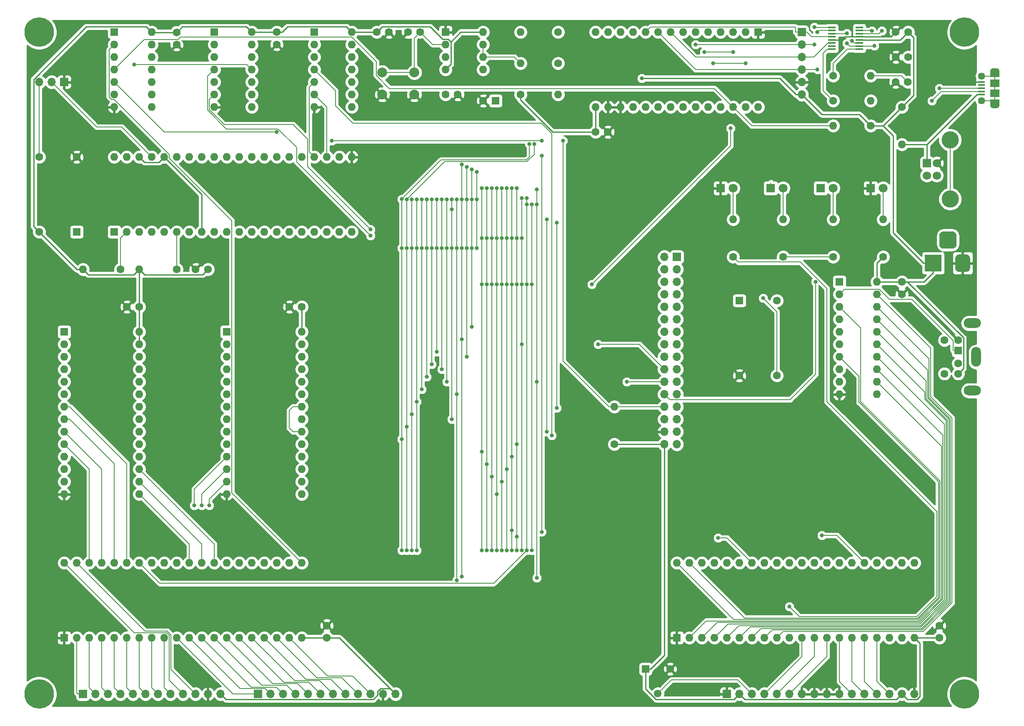
<source format=gtl>
G04 #@! TF.GenerationSoftware,KiCad,Pcbnew,(5.1.5-0-10_14)*
G04 #@! TF.CreationDate,2020-02-19T19:59:55+01:00*
G04 #@! TF.ProjectId,65C02_Computer,36354330-325f-4436-9f6d-70757465722e,rev?*
G04 #@! TF.SameCoordinates,Original*
G04 #@! TF.FileFunction,Copper,L1,Top*
G04 #@! TF.FilePolarity,Positive*
%FSLAX46Y46*%
G04 Gerber Fmt 4.6, Leading zero omitted, Abs format (unit mm)*
G04 Created by KiCad (PCBNEW (5.1.5-0-10_14)) date 2020-02-19 19:59:55*
%MOMM*%
%LPD*%
G04 APERTURE LIST*
%ADD10C,1.600000*%
%ADD11O,1.600000X1.600000*%
%ADD12C,1.550000*%
%ADD13R,1.550000X1.550000*%
%ADD14R,1.600000X0.400000*%
%ADD15R,1.600000X1.600000*%
%ADD16C,3.500000*%
%ADD17C,1.700000*%
%ADD18R,1.700000X1.700000*%
%ADD19C,0.100000*%
%ADD20R,3.500000X3.500000*%
%ADD21O,1.700000X1.700000*%
%ADD22C,6.000000*%
%ADD23C,1.800000*%
%ADD24R,1.800000X1.800000*%
%ADD25R,1.900000X1.500000*%
%ADD26C,1.450000*%
%ADD27R,1.350000X0.400000*%
%ADD28O,1.900000X1.200000*%
%ADD29R,1.900000X1.200000*%
%ADD30O,2.000000X4.000000*%
%ADD31O,3.500000X2.000000*%
%ADD32C,2.000000*%
%ADD33C,0.800000*%
%ADD34C,0.228600*%
%ADD35C,0.152400*%
%ADD36C,0.254000*%
G04 APERTURE END LIST*
D10*
X73660000Y-27940000D03*
X73660000Y-30440000D03*
D11*
X200660000Y-50800000D03*
D10*
X200660000Y-43180000D03*
D12*
X151090000Y-162480000D03*
D13*
X148590000Y-157480000D03*
D12*
X153590000Y-157480000D03*
D14*
X192030000Y-26987500D03*
X192030000Y-27622500D03*
X192030000Y-28257500D03*
X192030000Y-28892500D03*
X192030000Y-29527500D03*
X192030000Y-30162500D03*
X192030000Y-30797500D03*
X192030000Y-31432500D03*
X186430000Y-31432500D03*
X186430000Y-30797500D03*
X186430000Y-30162500D03*
X186430000Y-29527500D03*
X186430000Y-28892500D03*
X186430000Y-28257500D03*
X186430000Y-27622500D03*
X186430000Y-26987500D03*
D15*
X171450000Y-27940000D03*
D11*
X138430000Y-43180000D03*
X168910000Y-27940000D03*
X140970000Y-43180000D03*
X166370000Y-27940000D03*
X143510000Y-43180000D03*
X163830000Y-27940000D03*
X146050000Y-43180000D03*
X161290000Y-27940000D03*
X148590000Y-43180000D03*
X158750000Y-27940000D03*
X151130000Y-43180000D03*
X156210000Y-27940000D03*
X153670000Y-43180000D03*
X153670000Y-27940000D03*
X156210000Y-43180000D03*
X151130000Y-27940000D03*
X158750000Y-43180000D03*
X148590000Y-27940000D03*
X161290000Y-43180000D03*
X146050000Y-27940000D03*
X163830000Y-43180000D03*
X143510000Y-27940000D03*
X166370000Y-43180000D03*
X140970000Y-27940000D03*
X168910000Y-43180000D03*
X138430000Y-27940000D03*
X171450000Y-43180000D03*
D16*
X210450000Y-61880000D03*
X210450000Y-49840000D03*
D17*
X207740000Y-54610000D03*
X207740000Y-57110000D03*
X205740000Y-57110000D03*
D18*
X205740000Y-54610000D03*
G04 #@! TA.AperFunction,ComponentPad*
D19*
G36*
X210970765Y-68484213D02*
G01*
X211055704Y-68496813D01*
X211138999Y-68517677D01*
X211219848Y-68546605D01*
X211297472Y-68583319D01*
X211371124Y-68627464D01*
X211440094Y-68678616D01*
X211503718Y-68736282D01*
X211561384Y-68799906D01*
X211612536Y-68868876D01*
X211656681Y-68942528D01*
X211693395Y-69020152D01*
X211722323Y-69101001D01*
X211743187Y-69184296D01*
X211755787Y-69269235D01*
X211760000Y-69355000D01*
X211760000Y-71105000D01*
X211755787Y-71190765D01*
X211743187Y-71275704D01*
X211722323Y-71358999D01*
X211693395Y-71439848D01*
X211656681Y-71517472D01*
X211612536Y-71591124D01*
X211561384Y-71660094D01*
X211503718Y-71723718D01*
X211440094Y-71781384D01*
X211371124Y-71832536D01*
X211297472Y-71876681D01*
X211219848Y-71913395D01*
X211138999Y-71942323D01*
X211055704Y-71963187D01*
X210970765Y-71975787D01*
X210885000Y-71980000D01*
X209135000Y-71980000D01*
X209049235Y-71975787D01*
X208964296Y-71963187D01*
X208881001Y-71942323D01*
X208800152Y-71913395D01*
X208722528Y-71876681D01*
X208648876Y-71832536D01*
X208579906Y-71781384D01*
X208516282Y-71723718D01*
X208458616Y-71660094D01*
X208407464Y-71591124D01*
X208363319Y-71517472D01*
X208326605Y-71439848D01*
X208297677Y-71358999D01*
X208276813Y-71275704D01*
X208264213Y-71190765D01*
X208260000Y-71105000D01*
X208260000Y-69355000D01*
X208264213Y-69269235D01*
X208276813Y-69184296D01*
X208297677Y-69101001D01*
X208326605Y-69020152D01*
X208363319Y-68942528D01*
X208407464Y-68868876D01*
X208458616Y-68799906D01*
X208516282Y-68736282D01*
X208579906Y-68678616D01*
X208648876Y-68627464D01*
X208722528Y-68583319D01*
X208800152Y-68546605D01*
X208881001Y-68517677D01*
X208964296Y-68496813D01*
X209049235Y-68484213D01*
X209135000Y-68480000D01*
X210885000Y-68480000D01*
X210970765Y-68484213D01*
G37*
G04 #@! TD.AperFunction*
G04 #@! TA.AperFunction,ComponentPad*
G36*
X213833513Y-73183611D02*
G01*
X213906318Y-73194411D01*
X213977714Y-73212295D01*
X214047013Y-73237090D01*
X214113548Y-73268559D01*
X214176678Y-73306398D01*
X214235795Y-73350242D01*
X214290330Y-73399670D01*
X214339758Y-73454205D01*
X214383602Y-73513322D01*
X214421441Y-73576452D01*
X214452910Y-73642987D01*
X214477705Y-73712286D01*
X214495589Y-73783682D01*
X214506389Y-73856487D01*
X214510000Y-73930000D01*
X214510000Y-75930000D01*
X214506389Y-76003513D01*
X214495589Y-76076318D01*
X214477705Y-76147714D01*
X214452910Y-76217013D01*
X214421441Y-76283548D01*
X214383602Y-76346678D01*
X214339758Y-76405795D01*
X214290330Y-76460330D01*
X214235795Y-76509758D01*
X214176678Y-76553602D01*
X214113548Y-76591441D01*
X214047013Y-76622910D01*
X213977714Y-76647705D01*
X213906318Y-76665589D01*
X213833513Y-76676389D01*
X213760000Y-76680000D01*
X212260000Y-76680000D01*
X212186487Y-76676389D01*
X212113682Y-76665589D01*
X212042286Y-76647705D01*
X211972987Y-76622910D01*
X211906452Y-76591441D01*
X211843322Y-76553602D01*
X211784205Y-76509758D01*
X211729670Y-76460330D01*
X211680242Y-76405795D01*
X211636398Y-76346678D01*
X211598559Y-76283548D01*
X211567090Y-76217013D01*
X211542295Y-76147714D01*
X211524411Y-76076318D01*
X211513611Y-76003513D01*
X211510000Y-75930000D01*
X211510000Y-73930000D01*
X211513611Y-73856487D01*
X211524411Y-73783682D01*
X211542295Y-73712286D01*
X211567090Y-73642987D01*
X211598559Y-73576452D01*
X211636398Y-73513322D01*
X211680242Y-73454205D01*
X211729670Y-73399670D01*
X211784205Y-73350242D01*
X211843322Y-73306398D01*
X211906452Y-73268559D01*
X211972987Y-73237090D01*
X212042286Y-73212295D01*
X212113682Y-73194411D01*
X212186487Y-73183611D01*
X212260000Y-73180000D01*
X213760000Y-73180000D01*
X213833513Y-73183611D01*
G37*
G04 #@! TD.AperFunction*
D20*
X207010000Y-74930000D03*
D21*
X180340000Y-40640000D03*
X180340000Y-38100000D03*
X180340000Y-35560000D03*
X180340000Y-33020000D03*
X180340000Y-30480000D03*
D18*
X180340000Y-27940000D03*
D11*
X186690000Y-46990000D03*
D10*
X194310000Y-46990000D03*
D15*
X40640000Y-68580000D03*
D11*
X88900000Y-53340000D03*
X43180000Y-68580000D03*
X86360000Y-53340000D03*
X45720000Y-68580000D03*
X83820000Y-53340000D03*
X48260000Y-68580000D03*
X81280000Y-53340000D03*
X50800000Y-68580000D03*
X78740000Y-53340000D03*
X53340000Y-68580000D03*
X76200000Y-53340000D03*
X55880000Y-68580000D03*
X73660000Y-53340000D03*
X58420000Y-68580000D03*
X71120000Y-53340000D03*
X60960000Y-68580000D03*
X68580000Y-53340000D03*
X63500000Y-68580000D03*
X66040000Y-53340000D03*
X66040000Y-68580000D03*
X63500000Y-53340000D03*
X68580000Y-68580000D03*
X60960000Y-53340000D03*
X71120000Y-68580000D03*
X58420000Y-53340000D03*
X73660000Y-68580000D03*
X55880000Y-53340000D03*
X76200000Y-68580000D03*
X53340000Y-53340000D03*
X78740000Y-68580000D03*
X50800000Y-53340000D03*
X81280000Y-68580000D03*
X48260000Y-53340000D03*
X83820000Y-68580000D03*
X45720000Y-53340000D03*
X86360000Y-68580000D03*
X43180000Y-53340000D03*
X88900000Y-68580000D03*
X40640000Y-53340000D03*
X166370000Y-66040000D03*
D10*
X166370000Y-73660000D03*
D11*
X186690000Y-66040000D03*
D10*
X186690000Y-73660000D03*
D11*
X176530000Y-66040000D03*
D10*
X176530000Y-73660000D03*
D11*
X196850000Y-66040000D03*
D10*
X196850000Y-73660000D03*
D11*
X194310000Y-36830000D03*
D10*
X186690000Y-36830000D03*
D11*
X194310000Y-41910000D03*
D10*
X186690000Y-41910000D03*
D11*
X195580000Y-78740000D03*
X187960000Y-101600000D03*
X195580000Y-81280000D03*
X187960000Y-99060000D03*
X195580000Y-83820000D03*
X187960000Y-96520000D03*
X195580000Y-86360000D03*
X187960000Y-93980000D03*
X195580000Y-88900000D03*
X187960000Y-91440000D03*
X195580000Y-91440000D03*
X187960000Y-88900000D03*
X195580000Y-93980000D03*
X187960000Y-86360000D03*
X195580000Y-96520000D03*
X187960000Y-83820000D03*
X195580000Y-99060000D03*
X187960000Y-81280000D03*
X195580000Y-101600000D03*
D15*
X187960000Y-78740000D03*
D21*
X62230000Y-162560000D03*
X59690000Y-162560000D03*
X57150000Y-162560000D03*
X54610000Y-162560000D03*
X52070000Y-162560000D03*
X49530000Y-162560000D03*
X46990000Y-162560000D03*
X44450000Y-162560000D03*
X41910000Y-162560000D03*
X39370000Y-162560000D03*
X36830000Y-162560000D03*
D18*
X34290000Y-162560000D03*
D22*
X25400000Y-162560000D03*
X25400000Y-27940000D03*
X213360000Y-27940000D03*
X213360000Y-162560000D03*
D21*
X203200000Y-162560000D03*
X200660000Y-162560000D03*
X198120000Y-162560000D03*
X195580000Y-162560000D03*
X193040000Y-162560000D03*
X190500000Y-162560000D03*
X187960000Y-162560000D03*
X185420000Y-162560000D03*
X182880000Y-162560000D03*
X180340000Y-162560000D03*
X177800000Y-162560000D03*
X175260000Y-162560000D03*
X172720000Y-162560000D03*
X170180000Y-162560000D03*
X167640000Y-162560000D03*
D18*
X165100000Y-162560000D03*
D10*
X59690000Y-76200000D03*
X57190000Y-76200000D03*
X110450000Y-40640000D03*
X107950000Y-40640000D03*
X43220000Y-83820000D03*
X45720000Y-83820000D03*
X102830000Y-27940000D03*
X100330000Y-27940000D03*
X76240000Y-83820000D03*
X78740000Y-83820000D03*
X200660000Y-81240000D03*
X200660000Y-78740000D03*
D15*
X118110000Y-41910000D03*
D10*
X115610000Y-41910000D03*
X53340000Y-27980000D03*
X53340000Y-30480000D03*
X140930000Y-48260000D03*
X138430000Y-48260000D03*
X83820000Y-151130000D03*
X83820000Y-148630000D03*
X208280000Y-148630000D03*
X208280000Y-151130000D03*
X93980000Y-27940000D03*
X96480000Y-27940000D03*
X199390000Y-38100000D03*
X201890000Y-38100000D03*
X201930000Y-33020000D03*
X199430000Y-33020000D03*
X201930000Y-27940000D03*
X199430000Y-27940000D03*
D23*
X196850000Y-59690000D03*
D24*
X194310000Y-59690000D03*
X184150000Y-59690000D03*
D23*
X186690000Y-59690000D03*
X176530000Y-59690000D03*
D24*
X173990000Y-59690000D03*
X163830000Y-59690000D03*
D23*
X166370000Y-59690000D03*
D18*
X154940000Y-73660000D03*
D21*
X152400000Y-73660000D03*
X154940000Y-76200000D03*
X152400000Y-76200000D03*
X154940000Y-78740000D03*
X152400000Y-78740000D03*
X154940000Y-81280000D03*
X152400000Y-81280000D03*
X154940000Y-83820000D03*
X152400000Y-83820000D03*
X154940000Y-86360000D03*
X152400000Y-86360000D03*
X154940000Y-88900000D03*
X152400000Y-88900000D03*
X154940000Y-91440000D03*
X152400000Y-91440000D03*
X154940000Y-93980000D03*
X152400000Y-93980000D03*
X154940000Y-96520000D03*
X152400000Y-96520000D03*
X154940000Y-99060000D03*
X152400000Y-99060000D03*
X154940000Y-101600000D03*
X152400000Y-101600000D03*
X154940000Y-104140000D03*
X152400000Y-104140000D03*
X154940000Y-106680000D03*
X152400000Y-106680000D03*
X154940000Y-109220000D03*
X152400000Y-109220000D03*
X154940000Y-111760000D03*
X152400000Y-111760000D03*
D25*
X219550500Y-38370000D03*
D26*
X216850500Y-41870000D03*
D27*
X216850500Y-40020000D03*
X216850500Y-40670000D03*
X216850500Y-38070000D03*
X216850500Y-38720000D03*
X216850500Y-39370000D03*
D26*
X216850500Y-36870000D03*
D25*
X219550500Y-40370000D03*
D28*
X219550500Y-42870000D03*
X219550500Y-35870000D03*
D29*
X219550500Y-36470000D03*
X219550500Y-42270000D03*
D18*
X69850000Y-162560000D03*
D21*
X72390000Y-162560000D03*
X74930000Y-162560000D03*
X77470000Y-162560000D03*
X80010000Y-162560000D03*
X82550000Y-162560000D03*
X85090000Y-162560000D03*
X87630000Y-162560000D03*
X90170000Y-162560000D03*
X92710000Y-162560000D03*
X95250000Y-162560000D03*
X97790000Y-162560000D03*
D30*
X215740000Y-94010000D03*
D10*
X209290000Y-97410000D03*
X209290000Y-90610000D03*
X212090000Y-97410000D03*
X212090000Y-90610000D03*
X212090000Y-95310000D03*
D15*
X212090000Y-92710000D03*
D31*
X214940000Y-87160000D03*
X214940000Y-100860000D03*
D10*
X41910000Y-76200000D03*
D11*
X34290000Y-76200000D03*
X45720000Y-76200000D03*
D10*
X53340000Y-76200000D03*
X130810000Y-27940000D03*
D11*
X123190000Y-27940000D03*
D10*
X142240000Y-111760000D03*
D11*
X142240000Y-104140000D03*
X123190000Y-34290000D03*
D10*
X130810000Y-34290000D03*
D11*
X130810000Y-40640000D03*
D10*
X123190000Y-40640000D03*
D32*
X101600000Y-36140000D03*
X101600000Y-40640000D03*
X95100000Y-36140000D03*
X95100000Y-40640000D03*
D15*
X30480000Y-88900000D03*
D11*
X45720000Y-121920000D03*
X30480000Y-91440000D03*
X45720000Y-119380000D03*
X30480000Y-93980000D03*
X45720000Y-116840000D03*
X30480000Y-96520000D03*
X45720000Y-114300000D03*
X30480000Y-99060000D03*
X45720000Y-111760000D03*
X30480000Y-101600000D03*
X45720000Y-109220000D03*
X30480000Y-104140000D03*
X45720000Y-106680000D03*
X30480000Y-106680000D03*
X45720000Y-104140000D03*
X30480000Y-109220000D03*
X45720000Y-101600000D03*
X30480000Y-111760000D03*
X45720000Y-99060000D03*
X30480000Y-114300000D03*
X45720000Y-96520000D03*
X30480000Y-116840000D03*
X45720000Y-93980000D03*
X30480000Y-119380000D03*
X45720000Y-91440000D03*
X30480000Y-121920000D03*
X45720000Y-88900000D03*
X78740000Y-88900000D03*
X63500000Y-121920000D03*
X78740000Y-91440000D03*
X63500000Y-119380000D03*
X78740000Y-93980000D03*
X63500000Y-116840000D03*
X78740000Y-96520000D03*
X63500000Y-114300000D03*
X78740000Y-99060000D03*
X63500000Y-111760000D03*
X78740000Y-101600000D03*
X63500000Y-109220000D03*
X78740000Y-104140000D03*
X63500000Y-106680000D03*
X78740000Y-106680000D03*
X63500000Y-104140000D03*
X78740000Y-109220000D03*
X63500000Y-101600000D03*
X78740000Y-111760000D03*
X63500000Y-99060000D03*
X78740000Y-114300000D03*
X63500000Y-96520000D03*
X78740000Y-116840000D03*
X63500000Y-93980000D03*
X78740000Y-119380000D03*
X63500000Y-91440000D03*
X78740000Y-121920000D03*
D15*
X63500000Y-88900000D03*
X60960000Y-27940000D03*
D11*
X68580000Y-43180000D03*
X60960000Y-30480000D03*
X68580000Y-40640000D03*
X60960000Y-33020000D03*
X68580000Y-38100000D03*
X60960000Y-35560000D03*
X68580000Y-35560000D03*
X60960000Y-38100000D03*
X68580000Y-33020000D03*
X60960000Y-40640000D03*
X68580000Y-30480000D03*
X60960000Y-43180000D03*
X68580000Y-27940000D03*
D15*
X81280000Y-27940000D03*
D11*
X88900000Y-43180000D03*
X81280000Y-30480000D03*
X88900000Y-40640000D03*
X81280000Y-33020000D03*
X88900000Y-38100000D03*
X81280000Y-35560000D03*
X88900000Y-35560000D03*
X81280000Y-38100000D03*
X88900000Y-33020000D03*
X81280000Y-40640000D03*
X88900000Y-30480000D03*
X81280000Y-43180000D03*
X88900000Y-27940000D03*
D15*
X107950000Y-27940000D03*
D11*
X115570000Y-35560000D03*
X107950000Y-30480000D03*
X115570000Y-33020000D03*
X107950000Y-33020000D03*
X115570000Y-30480000D03*
X107950000Y-35560000D03*
X115570000Y-27940000D03*
X48260000Y-27940000D03*
X40640000Y-43180000D03*
X48260000Y-30480000D03*
X40640000Y-40640000D03*
X48260000Y-33020000D03*
X40640000Y-38100000D03*
X48260000Y-35560000D03*
X40640000Y-35560000D03*
X48260000Y-38100000D03*
X40640000Y-33020000D03*
X48260000Y-40640000D03*
X40640000Y-30480000D03*
X48260000Y-43180000D03*
D15*
X40640000Y-27940000D03*
D11*
X154940000Y-135890000D03*
X203200000Y-151130000D03*
X157480000Y-135890000D03*
X200660000Y-151130000D03*
X160020000Y-135890000D03*
X198120000Y-151130000D03*
X162560000Y-135890000D03*
X195580000Y-151130000D03*
X165100000Y-135890000D03*
X193040000Y-151130000D03*
X167640000Y-135890000D03*
X190500000Y-151130000D03*
X170180000Y-135890000D03*
X187960000Y-151130000D03*
X172720000Y-135890000D03*
X185420000Y-151130000D03*
X175260000Y-135890000D03*
X182880000Y-151130000D03*
X177800000Y-135890000D03*
X180340000Y-151130000D03*
X180340000Y-135890000D03*
X177800000Y-151130000D03*
X182880000Y-135890000D03*
X175260000Y-151130000D03*
X185420000Y-135890000D03*
X172720000Y-151130000D03*
X187960000Y-135890000D03*
X170180000Y-151130000D03*
X190500000Y-135890000D03*
X167640000Y-151130000D03*
X193040000Y-135890000D03*
X165100000Y-151130000D03*
X195580000Y-135890000D03*
X162560000Y-151130000D03*
X198120000Y-135890000D03*
X160020000Y-151130000D03*
X200660000Y-135890000D03*
X157480000Y-151130000D03*
X203200000Y-135890000D03*
D15*
X154940000Y-151130000D03*
X30480000Y-151130000D03*
D11*
X78740000Y-135890000D03*
X33020000Y-151130000D03*
X76200000Y-135890000D03*
X35560000Y-151130000D03*
X73660000Y-135890000D03*
X38100000Y-151130000D03*
X71120000Y-135890000D03*
X40640000Y-151130000D03*
X68580000Y-135890000D03*
X43180000Y-151130000D03*
X66040000Y-135890000D03*
X45720000Y-151130000D03*
X63500000Y-135890000D03*
X48260000Y-151130000D03*
X60960000Y-135890000D03*
X50800000Y-151130000D03*
X58420000Y-135890000D03*
X53340000Y-151130000D03*
X55880000Y-135890000D03*
X55880000Y-151130000D03*
X53340000Y-135890000D03*
X58420000Y-151130000D03*
X50800000Y-135890000D03*
X60960000Y-151130000D03*
X48260000Y-135890000D03*
X63500000Y-151130000D03*
X45720000Y-135890000D03*
X66040000Y-151130000D03*
X43180000Y-135890000D03*
X68580000Y-151130000D03*
X40640000Y-135890000D03*
X71120000Y-151130000D03*
X38100000Y-135890000D03*
X73660000Y-151130000D03*
X35560000Y-135890000D03*
X76200000Y-151130000D03*
X33020000Y-135890000D03*
X78740000Y-151130000D03*
X30480000Y-135890000D03*
D10*
X33020000Y-53340000D03*
X25400000Y-53340000D03*
X25400000Y-68580000D03*
D15*
X33020000Y-68580000D03*
X167640000Y-82550000D03*
D10*
X175260000Y-82550000D03*
X175260000Y-97790000D03*
X167640000Y-97790000D03*
D18*
X30480000Y-38100000D03*
D21*
X27940000Y-38100000D03*
X25400000Y-38100000D03*
D33*
X147828000Y-37338000D03*
X194564000Y-27686000D03*
X196596000Y-27686000D03*
X177800000Y-144780000D03*
X125476000Y-62992000D03*
X125476000Y-79248000D03*
X125476000Y-133350000D03*
X184404000Y-130302000D03*
X137668000Y-79248000D03*
X165862000Y-47498000D03*
X99060000Y-61925200D03*
X99060000Y-110744000D03*
X99060000Y-71881998D03*
X99060000Y-133350000D03*
X124968000Y-50679400D03*
X100076000Y-61976000D03*
X100076000Y-108204000D03*
X100076008Y-71882000D03*
X100076000Y-133350000D03*
X125949422Y-50718939D03*
X101092000Y-61976000D03*
X101092000Y-105664000D03*
X101091996Y-71882000D03*
X101092000Y-133350000D03*
X102108000Y-61976000D03*
X102108000Y-103124000D03*
X102108000Y-71882000D03*
X102108000Y-133350000D03*
X103124000Y-61976000D03*
X103124000Y-100584000D03*
X103124000Y-71882002D03*
X104140000Y-61976000D03*
X104140000Y-98044000D03*
X104140000Y-71882000D03*
X105156000Y-61976000D03*
X105156000Y-95504000D03*
X105156000Y-71882004D03*
X106172000Y-61976000D03*
X106172000Y-92964000D03*
X106172000Y-71882004D03*
X107188000Y-61976000D03*
X107188000Y-96520000D03*
X107188000Y-71881996D03*
X108204000Y-61976000D03*
X108204000Y-99060000D03*
X108204000Y-71882000D03*
X109220000Y-61976000D03*
X109220000Y-106680000D03*
X109220000Y-71882000D03*
X109220000Y-64008000D03*
X162306000Y-34290000D03*
X168910000Y-34290000D03*
X110236000Y-61976000D03*
X110236000Y-101600000D03*
X110236000Y-71882000D03*
X110236000Y-139446000D03*
X111252000Y-61976000D03*
X111252000Y-54864000D03*
X111252000Y-71881998D03*
X111272653Y-138663347D03*
X111252000Y-90424000D03*
X112268000Y-61976000D03*
X112268000Y-55372000D03*
X112268000Y-93980000D03*
X112268000Y-71882000D03*
X113284000Y-61976000D03*
X113284000Y-55880000D03*
X113284000Y-87884000D03*
X113284000Y-71882000D03*
X114300000Y-61976000D03*
X114300000Y-56388000D03*
X114300000Y-71882000D03*
X115316000Y-59690000D03*
X115316000Y-113284000D03*
X56896000Y-124206000D03*
X115316000Y-79248000D03*
X115316000Y-69850000D03*
X115316000Y-133350000D03*
X116332000Y-59690000D03*
X116332000Y-115824000D03*
X58420000Y-124206000D03*
X116332000Y-79248000D03*
X116332000Y-69850000D03*
X116332000Y-133350000D03*
X117348000Y-59690000D03*
X117348000Y-118364000D03*
X59944000Y-124206000D03*
X117348000Y-79248000D03*
X117348000Y-69850000D03*
X117348000Y-133350000D03*
X118364000Y-59690000D03*
X118364000Y-121920000D03*
X118364000Y-79248000D03*
X118364000Y-69850000D03*
X118364000Y-133350000D03*
X119380000Y-59690000D03*
X119380000Y-119380000D03*
X119380000Y-79248000D03*
X119380000Y-69850000D03*
X119380000Y-133350000D03*
X120396000Y-59690000D03*
X120396000Y-116840000D03*
X120396000Y-79248000D03*
X120396000Y-69850000D03*
X120396000Y-133350000D03*
X121412000Y-59690000D03*
X121412000Y-114300000D03*
X121412000Y-79248000D03*
X121412000Y-69850000D03*
X121412000Y-133350000D03*
X121412000Y-129286000D03*
X122428000Y-59690000D03*
X122428000Y-111760000D03*
X122428000Y-79248000D03*
X122428000Y-69850000D03*
X122428000Y-133350000D03*
X122428000Y-130556000D03*
X123444000Y-61722000D03*
X123444000Y-91440000D03*
X123444000Y-79248000D03*
X138938000Y-91440000D03*
X123444000Y-69850000D03*
X123444000Y-133350000D03*
X126492000Y-99060000D03*
X126492000Y-138938000D03*
X126492000Y-62992000D03*
X126492000Y-59944000D03*
X144780000Y-99060000D03*
X160528000Y-32004000D03*
X166370000Y-32004000D03*
X124460000Y-62992000D03*
X124460000Y-79248000D03*
X124460000Y-133350000D03*
X163322000Y-130810000D03*
X183134000Y-78740000D03*
X124460000Y-61722000D03*
X190500000Y-29718000D03*
X44704000Y-34544000D03*
X84836000Y-50038000D03*
X127508000Y-50038000D03*
X131826000Y-50038000D03*
X73660000Y-48260000D03*
X189484000Y-30226000D03*
X189484000Y-28194000D03*
X195072000Y-30734000D03*
X129540000Y-109982000D03*
X130556000Y-104394000D03*
X92710000Y-69342000D03*
X130556000Y-66675000D03*
X128524000Y-109220000D03*
X92710000Y-68072000D03*
X128524000Y-66040000D03*
X127508000Y-129590800D03*
X127508000Y-53086000D03*
X158750000Y-30480000D03*
X182880000Y-26924000D03*
X182880000Y-30480000D03*
X183515000Y-35560000D03*
X183515000Y-27940000D03*
X172478601Y-82042000D03*
X208280000Y-39370000D03*
X206756000Y-41910000D03*
D34*
X45720000Y-91440000D02*
X45720000Y-88900000D01*
X45720000Y-88900000D02*
X45720000Y-83820000D01*
X78740000Y-88900000D02*
X78740000Y-83820000D01*
X78740000Y-151130000D02*
X83820000Y-151130000D01*
X168756701Y-163676701D02*
X167640000Y-162560000D01*
X199543299Y-163676701D02*
X168756701Y-163676701D01*
X200660000Y-162560000D02*
X199543299Y-163676701D01*
X195580000Y-78740000D02*
X200660000Y-78740000D01*
X45720000Y-76200000D02*
X45720000Y-83820000D01*
X33020000Y-76200000D02*
X25400000Y-68580000D01*
X34290000Y-76200000D02*
X33020000Y-76200000D01*
X68580000Y-27940000D02*
X73660000Y-27940000D01*
X48300000Y-27980000D02*
X48260000Y-27940000D01*
X53340000Y-27980000D02*
X48300000Y-27980000D01*
X93980000Y-27940000D02*
X88900000Y-27940000D01*
X54446701Y-26873299D02*
X53340000Y-27980000D01*
X67513299Y-26873299D02*
X54446701Y-26873299D01*
X68580000Y-27940000D02*
X67513299Y-26873299D01*
X24283299Y-67463299D02*
X25400000Y-68580000D01*
X24283299Y-37563983D02*
X24283299Y-67463299D01*
X34973983Y-26873299D02*
X24283299Y-37563983D01*
X47193299Y-26873299D02*
X34973983Y-26873299D01*
X48260000Y-27940000D02*
X47193299Y-26873299D01*
X44653299Y-77266701D02*
X45720000Y-76200000D01*
X35356701Y-77266701D02*
X44653299Y-77266701D01*
X34290000Y-76200000D02*
X35356701Y-77266701D01*
X58623299Y-77266701D02*
X59690000Y-76200000D01*
X46786701Y-77266701D02*
X58623299Y-77266701D01*
X45720000Y-76200000D02*
X46786701Y-77266701D01*
X58420000Y-68580000D02*
X58420000Y-60960000D01*
X58420000Y-60960000D02*
X50800000Y-53340000D01*
X49733299Y-54406701D02*
X50800000Y-53340000D01*
X46786701Y-54406701D02*
X49733299Y-54406701D01*
X45720000Y-53340000D02*
X46786701Y-54406701D01*
X94713983Y-161443299D02*
X96673299Y-161443299D01*
X94133299Y-162023983D02*
X94713983Y-161443299D01*
X96673299Y-161443299D02*
X97790000Y-162560000D01*
X94133299Y-162789419D02*
X94133299Y-162023983D01*
X93246017Y-163676701D02*
X94133299Y-162789419D01*
X63346701Y-163676701D02*
X93246017Y-163676701D01*
X62230000Y-162560000D02*
X63346701Y-163676701D01*
X86360000Y-151130000D02*
X83820000Y-151130000D01*
X97790000Y-162560000D02*
X86360000Y-151130000D01*
X87833299Y-26873299D02*
X88900000Y-27940000D01*
X75858071Y-26873299D02*
X87833299Y-26873299D01*
X74791370Y-27940000D02*
X75858071Y-26873299D01*
X73660000Y-27940000D02*
X74791370Y-27940000D01*
X152400000Y-111760000D02*
X142240000Y-111760000D01*
X149593600Y-157480000D02*
X148590000Y-157480000D01*
X152400000Y-154673600D02*
X149593600Y-157480000D01*
X152400000Y-111760000D02*
X152400000Y-154673600D01*
X166523299Y-163676701D02*
X167640000Y-162560000D01*
X150744983Y-163676701D02*
X166523299Y-163676701D01*
X148590000Y-161521718D02*
X150744983Y-163676701D01*
X148590000Y-157480000D02*
X148590000Y-161521718D01*
X203200000Y-151130000D02*
X208280000Y-151130000D01*
X203736017Y-163676701D02*
X204316701Y-163096017D01*
X201776701Y-163676701D02*
X203736017Y-163676701D01*
X204316701Y-152246701D02*
X203200000Y-151130000D01*
X204316701Y-163096017D02*
X204316701Y-152246701D01*
X200660000Y-162560000D02*
X201776701Y-163676701D01*
X195580000Y-74930000D02*
X196850000Y-73660000D01*
X195580000Y-78740000D02*
X195580000Y-74930000D01*
X201791370Y-78740000D02*
X200660000Y-78740000D01*
X213156701Y-90097983D02*
X201798718Y-78740000D01*
X213156701Y-96343299D02*
X213156701Y-90097983D01*
X201798718Y-78740000D02*
X201791370Y-78740000D01*
X212090000Y-97410000D02*
X213156701Y-96343299D01*
X207010000Y-76908600D02*
X207010000Y-74930000D01*
X205178600Y-78740000D02*
X207010000Y-76908600D01*
X200660000Y-78740000D02*
X205178600Y-78740000D01*
X192024000Y-44704000D02*
X194310000Y-46990000D01*
X108749999Y-34760001D02*
X107950000Y-35560000D01*
X109016701Y-34493299D02*
X108749999Y-34760001D01*
X108462017Y-29413299D02*
X109016701Y-29967983D01*
X104803237Y-26873299D02*
X107343237Y-29413299D01*
X107343237Y-29413299D02*
X108462017Y-29413299D01*
X95046701Y-26873299D02*
X104803237Y-26873299D01*
X109016701Y-29967983D02*
X109016701Y-34493299D01*
X93980000Y-27940000D02*
X95046701Y-26873299D01*
X111044684Y-27940000D02*
X115570000Y-27940000D01*
X109016701Y-29967983D02*
X111044684Y-27940000D01*
X137298630Y-48260000D02*
X138430000Y-48260000D01*
X129678630Y-48260000D02*
X137298630Y-48260000D01*
X123190000Y-41771370D02*
X129678630Y-48260000D01*
X123190000Y-40640000D02*
X123190000Y-41771370D01*
X138430000Y-48260000D02*
X138430000Y-43180000D01*
X200335000Y-29535000D02*
X201930000Y-27940000D01*
X184404000Y-44704000D02*
X180340000Y-40640000D01*
X192024000Y-44704000D02*
X184404000Y-44704000D01*
X148393685Y-37338000D02*
X147828000Y-37338000D01*
X175835919Y-37338000D02*
X148393685Y-37338000D01*
X179137919Y-40640000D02*
X175835919Y-37338000D01*
X180340000Y-40640000D02*
X179137919Y-40640000D01*
X200327500Y-29527500D02*
X200335000Y-29535000D01*
X191830000Y-29527500D02*
X200327500Y-29527500D01*
X196850000Y-46990000D02*
X200660000Y-43180000D01*
X194310000Y-46990000D02*
X196850000Y-46990000D01*
X202996701Y-29006701D02*
X202729999Y-28739999D01*
X202729999Y-28739999D02*
X201930000Y-27940000D01*
X202996701Y-40843299D02*
X202996701Y-29006701D01*
X200660000Y-43180000D02*
X202996701Y-40843299D01*
X198882000Y-68780600D02*
X205031400Y-74930000D01*
X205031400Y-74930000D02*
X207010000Y-74930000D01*
X196850000Y-46990000D02*
X198882000Y-49022000D01*
X198882000Y-49022000D02*
X198882000Y-68780600D01*
X116840000Y-43140000D02*
X116880000Y-43180000D01*
X198485000Y-28885000D02*
X199430000Y-27940000D01*
X216850500Y-38070000D02*
X214025000Y-38070000D01*
X198477500Y-28892500D02*
X198485000Y-28885000D01*
X191830000Y-28892500D02*
X198477500Y-28892500D01*
X187458600Y-29527500D02*
X186430000Y-29527500D01*
X192030000Y-28892500D02*
X189039500Y-28892500D01*
X188404500Y-29527500D02*
X187458600Y-29527500D01*
X189039500Y-28892500D02*
X188404500Y-29527500D01*
D35*
X95100000Y-36140000D02*
X101600000Y-36140000D01*
X101600000Y-29170000D02*
X102830000Y-27940000D01*
X101600000Y-36140000D02*
X101600000Y-29170000D01*
X105370000Y-30480000D02*
X107950000Y-30480000D01*
X102830000Y-27940000D02*
X105370000Y-30480000D01*
X194463000Y-27585000D02*
X194564000Y-27686000D01*
X194500500Y-27622500D02*
X194564000Y-27686000D01*
X191830000Y-27622500D02*
X194500500Y-27622500D01*
X186690000Y-59690000D02*
X186690000Y-66040000D01*
X176530000Y-59690000D02*
X176530000Y-66040000D01*
X174066201Y-58561399D02*
X173990000Y-58637600D01*
X173990000Y-58637600D02*
X173990000Y-59690000D01*
X196196001Y-28085999D02*
X196596000Y-27686000D01*
X195967399Y-28314601D02*
X196196001Y-28085999D01*
X192639501Y-28314601D02*
X195967399Y-28314601D01*
X192582400Y-28257500D02*
X192639501Y-28314601D01*
X191830000Y-28257500D02*
X192582400Y-28257500D01*
X185420000Y-103124100D02*
X207771900Y-125476000D01*
X207771900Y-125476000D02*
X207771900Y-138945440D01*
X207771900Y-138945440D02*
X207764560Y-138945440D01*
X179831900Y-146811900D02*
X177800000Y-144780000D01*
X203708100Y-146811900D02*
X179831900Y-146811900D01*
X207771900Y-142748100D02*
X203708100Y-146811900D01*
X207771900Y-138945440D02*
X207771900Y-142748100D01*
X180012931Y-74688601D02*
X167398601Y-74688601D01*
X167169999Y-74459999D02*
X166370000Y-73660000D01*
X167398601Y-74688601D02*
X167169999Y-74459999D01*
X185420000Y-80095670D02*
X180012931Y-74688601D01*
X185420000Y-103124100D02*
X185420000Y-80095670D01*
X125476000Y-67056000D02*
X125476000Y-79248000D01*
X125476000Y-67056000D02*
X125476000Y-62992000D01*
X125476000Y-79248000D02*
X125476000Y-133350000D01*
X187452000Y-130302000D02*
X193040000Y-135890000D01*
X184404000Y-130302000D02*
X187452000Y-130302000D01*
X42164000Y-47244000D02*
X48260000Y-53340000D01*
X37084000Y-47244000D02*
X42164000Y-47244000D01*
X27940000Y-38100000D02*
X37084000Y-47244000D01*
X165862000Y-51054000D02*
X165862000Y-47498000D01*
X137668000Y-79248000D02*
X165862000Y-51054000D01*
X25400000Y-53340000D02*
X25400000Y-38100000D01*
X35560000Y-116840000D02*
X35560000Y-135890000D01*
X30480000Y-111760000D02*
X35560000Y-116840000D01*
X99060000Y-61925200D02*
X99060000Y-71881998D01*
X99060000Y-133350000D02*
X99060000Y-71881998D01*
X107054611Y-53930589D02*
X123920211Y-53930589D01*
X99060000Y-61925200D02*
X107054611Y-53930589D01*
X123920211Y-53930589D02*
X123926600Y-53924200D01*
X123920211Y-53930589D02*
X124123411Y-53930589D01*
X124123411Y-53930589D02*
X124377411Y-53930589D01*
X124377411Y-53930589D02*
X124968000Y-53340000D01*
X124968000Y-53340000D02*
X124968000Y-50679400D01*
X100076000Y-108204000D02*
X100076000Y-133350000D01*
X38100000Y-116840000D02*
X38100000Y-135890000D01*
X30480000Y-109220000D02*
X38100000Y-116840000D01*
X100076000Y-108204000D02*
X100076000Y-71882008D01*
X100076000Y-71882008D02*
X100076008Y-71882000D01*
X100076000Y-71881992D02*
X100076008Y-71882000D01*
X100076000Y-61976000D02*
X100076000Y-71881992D01*
X107816601Y-54235399D02*
X122901069Y-54235399D01*
X100076000Y-61976000D02*
X107816601Y-54235399D01*
X125949422Y-52789644D02*
X125949422Y-50718939D01*
X122901069Y-54235399D02*
X124503668Y-54235398D01*
X124503668Y-54235398D02*
X125949422Y-52789644D01*
X101092000Y-105664000D02*
X101092000Y-133350000D01*
X40640000Y-115708630D02*
X40640000Y-135890000D01*
X31611370Y-106680000D02*
X40640000Y-115708630D01*
X30480000Y-106680000D02*
X31611370Y-106680000D01*
X101092000Y-105664000D02*
X101092000Y-71882004D01*
X101092000Y-71882004D02*
X101091996Y-71882000D01*
X101092000Y-61976000D02*
X101092000Y-71881996D01*
X101092000Y-71881996D02*
X101091996Y-71882000D01*
X43180000Y-115708630D02*
X43180000Y-135890000D01*
X31611370Y-104140000D02*
X43180000Y-115708630D01*
X30480000Y-104140000D02*
X31611370Y-104140000D01*
X102108000Y-61976000D02*
X102108000Y-71882000D01*
X102108000Y-133350000D02*
X102108000Y-71882000D01*
X103124000Y-61976000D02*
X103124000Y-71882002D01*
X103124000Y-100584000D02*
X103124000Y-71882002D01*
X104140000Y-98044000D02*
X104140000Y-71882000D01*
X104140000Y-61976000D02*
X104140000Y-71882000D01*
X105156000Y-95504000D02*
X105156000Y-71882004D01*
X105156000Y-61976000D02*
X105156000Y-71882004D01*
X106172000Y-61976000D02*
X106172000Y-71882004D01*
X106172000Y-92964000D02*
X106172000Y-71882004D01*
X107188000Y-96520000D02*
X107188000Y-71881996D01*
X107188000Y-61976000D02*
X107188000Y-71881996D01*
X108204000Y-61976000D02*
X108204000Y-71882000D01*
X108204000Y-99060000D02*
X108204000Y-71882000D01*
X109220000Y-61976000D02*
X109220000Y-71882000D01*
X109220000Y-106680000D02*
X109220000Y-71882000D01*
X162306000Y-34290000D02*
X168910000Y-34290000D01*
X110236000Y-61976000D02*
X110236000Y-71882000D01*
X110236000Y-101600000D02*
X110236000Y-71882000D01*
X110236000Y-105664000D02*
X110236000Y-101600000D01*
X110236000Y-105410000D02*
X110236000Y-105664000D01*
X110236000Y-105664000D02*
X110236000Y-139192000D01*
X111252000Y-61976000D02*
X111252000Y-54864000D01*
X111252000Y-61976000D02*
X111252000Y-71881998D01*
X111252000Y-71881998D02*
X111252000Y-90424000D01*
X111252000Y-138684000D02*
X111252000Y-90424000D01*
X111272653Y-138663347D02*
X111252000Y-138684000D01*
X112268000Y-61976000D02*
X112268000Y-55372000D01*
X112268000Y-93980000D02*
X112268000Y-71882000D01*
X112268000Y-61976000D02*
X112268000Y-71882000D01*
X83820000Y-43180000D02*
X83820000Y-53340000D01*
X81280000Y-40640000D02*
X83820000Y-43180000D01*
X113284000Y-61976000D02*
X113284000Y-55880000D01*
X113284000Y-61976000D02*
X113284000Y-71882000D01*
X80251399Y-39128601D02*
X81280000Y-38100000D01*
X80251399Y-52311399D02*
X80251399Y-39128601D01*
X81280000Y-53340000D02*
X80251399Y-52311399D01*
X113284000Y-71882000D02*
X113284000Y-87884000D01*
X114300000Y-61976000D02*
X114300000Y-56642000D01*
X114300000Y-56642000D02*
X114300000Y-56388000D01*
X114300000Y-56642000D02*
X114300000Y-56438800D01*
X114300000Y-61976000D02*
X114300000Y-71882000D01*
X115316000Y-59690000D02*
X115316000Y-60706000D01*
X115316000Y-59690000D02*
X115316000Y-69850000D01*
X115316000Y-113284000D02*
X115316000Y-133350000D01*
X56896000Y-120904000D02*
X56896000Y-124206000D01*
X63500000Y-114300000D02*
X56896000Y-120904000D01*
X115316000Y-79248000D02*
X115316000Y-113284000D01*
X115316000Y-69850000D02*
X115316000Y-79248000D01*
X116332000Y-59690000D02*
X116332000Y-60706000D01*
X116332000Y-59690000D02*
X116332000Y-69850000D01*
X116332000Y-115824000D02*
X116332000Y-133350000D01*
X58420000Y-121920000D02*
X58420000Y-124206000D01*
X63500000Y-116840000D02*
X58420000Y-121920000D01*
X116332000Y-79248000D02*
X116332000Y-115824000D01*
X116332000Y-69850000D02*
X116332000Y-79248000D01*
X117348000Y-59690000D02*
X117348000Y-69850000D01*
X117348000Y-59690000D02*
X117348000Y-60706000D01*
X117348000Y-118364000D02*
X117348000Y-133350000D01*
X63500000Y-119380000D02*
X59944000Y-122936000D01*
X59944000Y-122936000D02*
X59944000Y-124206000D01*
X117348000Y-79248000D02*
X117348000Y-118364000D01*
X117348000Y-69850000D02*
X117348000Y-79248000D01*
X118364000Y-59690000D02*
X118364000Y-69850000D01*
X118364000Y-59690000D02*
X118364000Y-60706000D01*
X118364000Y-121920000D02*
X118364000Y-133350000D01*
X55880000Y-132080000D02*
X55880000Y-135890000D01*
X45720000Y-121920000D02*
X55880000Y-132080000D01*
X118364000Y-79248000D02*
X118364000Y-121920000D01*
X118364000Y-69850000D02*
X118364000Y-79248000D01*
X119380000Y-59690000D02*
X119380000Y-60706000D01*
X119380000Y-59690000D02*
X119380000Y-69850000D01*
X119380000Y-119380000D02*
X119380000Y-133350000D01*
X58420000Y-132080000D02*
X58420000Y-135890000D01*
X45720000Y-119380000D02*
X58420000Y-132080000D01*
X119380000Y-79248000D02*
X119380000Y-119380000D01*
X119380000Y-69850000D02*
X119380000Y-79248000D01*
X120396000Y-59690000D02*
X120396000Y-69850000D01*
X120396000Y-59690000D02*
X120396000Y-60706000D01*
X120396000Y-116840000D02*
X120396000Y-133350000D01*
X60960000Y-132080000D02*
X60960000Y-135890000D01*
X45720000Y-116840000D02*
X60960000Y-132080000D01*
X120396000Y-79248000D02*
X120396000Y-116840000D01*
X120396000Y-69850000D02*
X120396000Y-79248000D01*
X121412000Y-59690000D02*
X121412000Y-69850000D01*
X121412000Y-59690000D02*
X121412000Y-60706000D01*
X121412000Y-114300000D02*
X121412000Y-129286000D01*
X121412000Y-79248000D02*
X121412000Y-114300000D01*
X121412000Y-69850000D02*
X121412000Y-79248000D01*
X121412000Y-129286000D02*
X121412000Y-133350000D01*
X122428000Y-59690000D02*
X122428000Y-60706000D01*
X122428000Y-59690000D02*
X122428000Y-69850000D01*
X122428000Y-79248000D02*
X122428000Y-111760000D01*
X122428000Y-69850000D02*
X122428000Y-79248000D01*
X122428000Y-111760000D02*
X122428000Y-130556000D01*
X122428000Y-130556000D02*
X122428000Y-133350000D01*
X123444000Y-122935998D02*
X123443998Y-122936000D01*
X123444000Y-91440000D02*
X123444000Y-133350000D01*
X123444000Y-79248000D02*
X123444000Y-91440000D01*
X123444000Y-69850000D02*
X123444000Y-79248000D01*
X123444000Y-69850000D02*
X123444000Y-61722000D01*
X138938000Y-91440000D02*
X144780000Y-91440000D01*
X152400000Y-96520000D02*
X147320000Y-91440000D01*
X147320000Y-91440000D02*
X144780000Y-91440000D01*
X126492000Y-62992000D02*
X126492000Y-99060000D01*
X126492000Y-59944000D02*
X126492000Y-62992000D01*
X152400000Y-99060000D02*
X144780000Y-99060000D01*
X126492000Y-138938000D02*
X126492000Y-99060000D01*
X160528000Y-32004000D02*
X166370000Y-32004000D01*
X124460000Y-67621685D02*
X124460000Y-79248000D01*
X124460000Y-67621685D02*
X124460000Y-62992000D01*
X124460000Y-79248000D02*
X124460000Y-133350000D01*
X165100000Y-130810000D02*
X170180000Y-135890000D01*
X163322000Y-130810000D02*
X165100000Y-130810000D01*
X124460000Y-62992000D02*
X124460000Y-61722000D01*
X68580000Y-35560000D02*
X67551399Y-34531399D01*
X183134000Y-97536000D02*
X183134000Y-79305685D01*
X183134000Y-79305685D02*
X183134000Y-78740000D01*
X177991399Y-102678601D02*
X183134000Y-97536000D01*
X153478601Y-102678601D02*
X177991399Y-102678601D01*
X152400000Y-101600000D02*
X153478601Y-102678601D01*
X190500000Y-29718000D02*
X190500000Y-29584900D01*
X190944500Y-30162500D02*
X190500000Y-29718000D01*
X191830000Y-30162500D02*
X190944500Y-30162500D01*
X124060001Y-133749999D02*
X124460000Y-133350000D01*
X117735399Y-140074601D02*
X124060001Y-133749999D01*
X49904601Y-140074601D02*
X117735399Y-140074601D01*
X45720000Y-135890000D02*
X49904601Y-140074601D01*
X44716601Y-34531399D02*
X44704000Y-34544000D01*
X67551399Y-34531399D02*
X44716601Y-34531399D01*
X84836000Y-50038000D02*
X127508000Y-50038000D01*
X50800000Y-48260000D02*
X40640000Y-38100000D01*
X73660000Y-48260000D02*
X50800000Y-48260000D01*
X142240000Y-104140000D02*
X152400000Y-104140000D01*
X131826000Y-88392000D02*
X131826000Y-50038000D01*
X131826000Y-94857370D02*
X131826000Y-88392000D01*
X141108630Y-104140000D02*
X131826000Y-94857370D01*
X142240000Y-104140000D02*
X141108630Y-104140000D01*
X219550500Y-42117600D02*
X219550500Y-42270000D01*
X219302900Y-41870000D02*
X219550500Y-42117600D01*
X216850500Y-41870000D02*
X219302900Y-41870000D01*
X219550500Y-42270000D02*
X219550500Y-40370000D01*
X219550500Y-40370000D02*
X219550500Y-38370000D01*
X219550500Y-38370000D02*
X219550500Y-36470000D01*
X219150500Y-36870000D02*
X219550500Y-36470000D01*
X216850500Y-36870000D02*
X219150500Y-36870000D01*
X180340000Y-154940000D02*
X172974000Y-162306000D01*
X180340000Y-154940000D02*
X180340000Y-151130000D01*
X182880000Y-154940000D02*
X175260000Y-162560000D01*
X182880000Y-154940000D02*
X182880000Y-151130000D01*
X185420000Y-154940000D02*
X177800000Y-162560000D01*
X185420000Y-154940000D02*
X185420000Y-151130000D01*
X187960000Y-160020000D02*
X190500000Y-162560000D01*
X187960000Y-151130000D02*
X187960000Y-160020000D01*
X190500000Y-160020000D02*
X193040000Y-162560000D01*
X190500000Y-151130000D02*
X190500000Y-160020000D01*
X193040000Y-160020000D02*
X195580000Y-162560000D01*
X193040000Y-151130000D02*
X193040000Y-160020000D01*
X195580000Y-160020000D02*
X198120000Y-162560000D01*
X195580000Y-151130000D02*
X195580000Y-160020000D01*
X33287600Y-162560000D02*
X34290000Y-162560000D01*
X33020000Y-162292400D02*
X33287600Y-162560000D01*
X33020000Y-151130000D02*
X33020000Y-162292400D01*
X35560000Y-161290000D02*
X36830000Y-162560000D01*
X35560000Y-151130000D02*
X35560000Y-161290000D01*
X38100000Y-161290000D02*
X39370000Y-162560000D01*
X38100000Y-151130000D02*
X38100000Y-161290000D01*
X40640000Y-161290000D02*
X41910000Y-162560000D01*
X40640000Y-151130000D02*
X40640000Y-161290000D01*
X43180000Y-161290000D02*
X44450000Y-162560000D01*
X43180000Y-151130000D02*
X43180000Y-161290000D01*
X45720000Y-161290000D02*
X46990000Y-162560000D01*
X45720000Y-151130000D02*
X45720000Y-161290000D01*
X48260000Y-161290000D02*
X49530000Y-162560000D01*
X48260000Y-151130000D02*
X48260000Y-161290000D01*
X50800000Y-161290000D02*
X52070000Y-162560000D01*
X50800000Y-151130000D02*
X50800000Y-161290000D01*
X30480000Y-135890000D02*
X44691399Y-150101399D01*
X51293729Y-150101399D02*
X51828601Y-150636271D01*
X44691399Y-150101399D02*
X51293729Y-150101399D01*
X51828601Y-150636271D02*
X51828601Y-159778601D01*
X51828601Y-159778601D02*
X54610000Y-162560000D01*
X52133412Y-150510015D02*
X52133412Y-157543412D01*
X52133412Y-157543412D02*
X57150000Y-162560000D01*
X51419985Y-149796588D02*
X52133412Y-150510015D01*
X46926588Y-149796588D02*
X51419985Y-149796588D01*
X33020000Y-135890000D02*
X46926588Y-149796588D01*
X64770000Y-162560000D02*
X69850000Y-162560000D01*
X53340000Y-151130000D02*
X64770000Y-162560000D01*
X71311399Y-161481399D02*
X72390000Y-162560000D01*
X66231399Y-161481399D02*
X71311399Y-161481399D01*
X55880000Y-151130000D02*
X66231399Y-161481399D01*
X73546589Y-161176589D02*
X74930000Y-162560000D01*
X68466589Y-161176589D02*
X73546589Y-161176589D01*
X58420000Y-151130000D02*
X68466589Y-161176589D01*
X60960000Y-151130000D02*
X70612000Y-160782000D01*
X75692000Y-160782000D02*
X77470000Y-162560000D01*
X70612000Y-160782000D02*
X75692000Y-160782000D01*
X77927190Y-160477190D02*
X80010000Y-162560000D01*
X72847190Y-160477190D02*
X77927190Y-160477190D01*
X63500000Y-151130000D02*
X72847190Y-160477190D01*
X66040000Y-151130000D02*
X75082380Y-160172380D01*
X80162380Y-160172380D02*
X82550000Y-162560000D01*
X75082380Y-160172380D02*
X80162380Y-160172380D01*
X82397570Y-159867570D02*
X85090000Y-162560000D01*
X77317570Y-159867570D02*
X82397570Y-159867570D01*
X68580000Y-151130000D02*
X77317570Y-159867570D01*
X84632760Y-159562760D02*
X87630000Y-162560000D01*
X79552760Y-159562760D02*
X84632760Y-159562760D01*
X71120000Y-151130000D02*
X79552760Y-159562760D01*
X86867951Y-159257951D02*
X90170000Y-162560000D01*
X81787951Y-159257951D02*
X86867951Y-159257951D01*
X73660000Y-151130000D02*
X81787951Y-159257951D01*
X89103141Y-158953141D02*
X92710000Y-162560000D01*
X84023141Y-158953141D02*
X89103141Y-158953141D01*
X76200000Y-151130000D02*
X84023141Y-158953141D01*
X211137600Y-92710000D02*
X212090000Y-92710000D01*
X211061399Y-90665399D02*
X211061399Y-92633799D01*
X188988601Y-80251399D02*
X196075399Y-80251399D01*
X202664601Y-82268601D02*
X211061399Y-90665399D01*
X198092601Y-82268601D02*
X202664601Y-82268601D01*
X211061399Y-92633799D02*
X211137600Y-92710000D01*
X196075399Y-80251399D02*
X198092601Y-82268601D01*
X187960000Y-81280000D02*
X188988601Y-80251399D01*
X185477600Y-31432500D02*
X186430000Y-31432500D01*
X184658000Y-39878000D02*
X184658000Y-32252100D01*
X184658000Y-32252100D02*
X185477600Y-31432500D01*
X186690000Y-41910000D02*
X184658000Y-39878000D01*
X189547500Y-31432500D02*
X191830000Y-31432500D01*
X186690000Y-36830000D02*
X186690000Y-34290000D01*
X186690000Y-34290000D02*
X189547500Y-31432500D01*
X176530000Y-73660000D02*
X186690000Y-73660000D01*
X189443000Y-28235000D02*
X189484000Y-28194000D01*
X189420500Y-28257500D02*
X189484000Y-28194000D01*
X186630000Y-28257500D02*
X189420500Y-28257500D01*
X190055500Y-30797500D02*
X191830000Y-30797500D01*
X189484000Y-30226000D02*
X190055500Y-30797500D01*
X195008500Y-30797500D02*
X195072000Y-30734000D01*
X191830000Y-30797500D02*
X195008500Y-30797500D01*
X129540000Y-64770000D02*
X129540000Y-109982000D01*
X129540000Y-64592934D02*
X129540000Y-64770000D01*
X85598000Y-39878000D02*
X85598000Y-42926000D01*
X127415682Y-46482000D02*
X129540000Y-48606318D01*
X129540000Y-48606318D02*
X129540000Y-64770000D01*
X89154000Y-46482000D02*
X127415682Y-46482000D01*
X81280000Y-35560000D02*
X85598000Y-39878000D01*
X85598000Y-42926000D02*
X89154000Y-46482000D01*
X130556000Y-67056000D02*
X130556000Y-104394000D01*
X77711399Y-51381069D02*
X77711399Y-54343399D01*
X73961729Y-47631399D02*
X77711399Y-51381069D01*
X59626590Y-36893410D02*
X59626590Y-43799986D01*
X59626590Y-43799986D02*
X63458003Y-47631399D01*
X63458003Y-47631399D02*
X73961729Y-47631399D01*
X60960000Y-35560000D02*
X59626590Y-36893410D01*
X77711399Y-54343399D02*
X92710000Y-69342000D01*
X76962000Y-104140000D02*
X78740000Y-104140000D01*
X76200000Y-104902000D02*
X76962000Y-104140000D01*
X76200000Y-108458000D02*
X76200000Y-104902000D01*
X76962000Y-109220000D02*
X76200000Y-108458000D01*
X78740000Y-109220000D02*
X76962000Y-109220000D01*
X128524000Y-66040000D02*
X128524000Y-109220000D01*
X59931399Y-43673729D02*
X59931399Y-41668601D01*
X79946589Y-55308589D02*
X79946589Y-49720589D01*
X79946589Y-49720589D02*
X76962000Y-46736000D01*
X59931399Y-41668601D02*
X60960000Y-40640000D01*
X92710000Y-68072000D02*
X79946589Y-55308589D01*
X62993670Y-46736000D02*
X59931399Y-43673729D01*
X76962000Y-46736000D02*
X62993670Y-46736000D01*
X165570001Y-42380001D02*
X166370000Y-43180000D01*
X96553069Y-39411399D02*
X162601399Y-39411399D01*
X93871399Y-36729729D02*
X96553069Y-39411399D01*
X88910931Y-28968601D02*
X93871399Y-33929069D01*
X54089399Y-28968601D02*
X88910931Y-28968601D01*
X162601399Y-39411399D02*
X165570001Y-42380001D01*
X93871399Y-33929069D02*
X93871399Y-36729729D01*
X53606601Y-29451399D02*
X54089399Y-28968601D01*
X46748601Y-29451399D02*
X53606601Y-29451399D01*
X40640000Y-35560000D02*
X46748601Y-29451399D01*
X170180000Y-46990000D02*
X186690000Y-46990000D01*
X166370000Y-43180000D02*
X170180000Y-46990000D01*
X40650931Y-41668601D02*
X40146271Y-41668601D01*
X51828601Y-53606601D02*
X51828601Y-52846271D01*
X39611399Y-41133729D02*
X39611399Y-31508601D01*
X64528601Y-66306601D02*
X51828601Y-53606601D01*
X39611399Y-31508601D02*
X40640000Y-30480000D01*
X64528601Y-121678601D02*
X64528601Y-66306601D01*
X40146271Y-41668601D02*
X39611399Y-41133729D01*
X51828601Y-52846271D02*
X40650931Y-41668601D01*
X78740000Y-135890000D02*
X64528601Y-121678601D01*
X127508000Y-53086000D02*
X127508000Y-57658000D01*
X127508000Y-57658000D02*
X127508000Y-129590800D01*
X127508000Y-56896000D02*
X127508000Y-57658000D01*
X208381520Y-119227520D02*
X208381520Y-143007952D01*
X208381520Y-143007952D02*
X203967952Y-147421520D01*
X166471520Y-147421520D02*
X154940000Y-135890000D01*
X192278000Y-103124000D02*
X208381520Y-119227520D01*
X192278000Y-88138000D02*
X192278000Y-103124000D01*
X203967952Y-147421520D02*
X166471520Y-147421520D01*
X187960000Y-83820000D02*
X192278000Y-88138000D01*
X208076710Y-142881696D02*
X203841696Y-147116710D01*
X192050125Y-103327191D02*
X208076710Y-119353776D01*
X191973191Y-103327191D02*
X192050125Y-103327191D01*
X168706710Y-147116710D02*
X157480000Y-135890000D01*
X191973191Y-97993191D02*
X191973191Y-103327191D01*
X208076710Y-119353776D02*
X208076710Y-142881696D01*
X203841696Y-147116710D02*
X168706710Y-147116710D01*
X187960000Y-93980000D02*
X191973191Y-97993191D01*
X204978000Y-149860000D02*
X176530000Y-149860000D01*
X210820000Y-144018000D02*
X204978000Y-149860000D01*
X210820000Y-106426000D02*
X210820000Y-144018000D01*
X176530000Y-149860000D02*
X175260000Y-151130000D01*
X206502000Y-92202000D02*
X206502000Y-102108000D01*
X206502000Y-102108000D02*
X210820000Y-106426000D01*
X195580000Y-81280000D02*
X206502000Y-92202000D01*
X174294810Y-149555190D02*
X172720000Y-151130000D01*
X195580000Y-83820000D02*
X206197190Y-94437190D01*
X206197190Y-94437190D02*
X206197190Y-102234256D01*
X210515190Y-143891744D02*
X204851744Y-149555190D01*
X204851744Y-149555190D02*
X174294810Y-149555190D01*
X210515190Y-106552256D02*
X210515190Y-143891744D01*
X206197190Y-102234256D02*
X210515190Y-106552256D01*
X172059620Y-149250380D02*
X170180000Y-151130000D01*
X204725488Y-149250380D02*
X172059620Y-149250380D01*
X210210380Y-106678512D02*
X210210380Y-143765488D01*
X205892381Y-102360513D02*
X210210380Y-106678512D01*
X205892380Y-96672380D02*
X205892381Y-102360513D01*
X210210380Y-143765488D02*
X204725488Y-149250380D01*
X195580000Y-86360000D02*
X205892380Y-96672380D01*
X169824430Y-148945570D02*
X167640000Y-151130000D01*
X204599232Y-148945570D02*
X169824430Y-148945570D01*
X209905570Y-106804768D02*
X209905570Y-143639232D01*
X195580000Y-88900000D02*
X205587572Y-98907572D01*
X205587572Y-102486768D02*
X209905570Y-106804768D01*
X209905570Y-143639232D02*
X204599232Y-148945570D01*
X205587572Y-98907572D02*
X205587572Y-102486768D01*
X167589240Y-148640760D02*
X165100000Y-151130000D01*
X204472976Y-148640760D02*
X167589240Y-148640760D01*
X209600760Y-143512976D02*
X204472976Y-148640760D01*
X205282762Y-101142762D02*
X205282763Y-102613025D01*
X209600760Y-106931022D02*
X209600760Y-143512976D01*
X205282763Y-102613025D02*
X209600760Y-106931022D01*
X195580000Y-91440000D02*
X205282762Y-101142762D01*
X209295950Y-107695950D02*
X209295950Y-107696000D01*
X195580000Y-93980000D02*
X209295950Y-107695950D01*
X165354050Y-148335950D02*
X162560000Y-151130000D01*
X204346720Y-148335950D02*
X165354050Y-148335950D01*
X209295950Y-143386720D02*
X204346720Y-148335950D01*
X209295950Y-107695950D02*
X209295950Y-143386720D01*
X163118860Y-148031140D02*
X160020000Y-151130000D01*
X204220464Y-148031140D02*
X163118860Y-148031140D01*
X208991140Y-109931140D02*
X208991140Y-143260464D01*
X208991140Y-143260464D02*
X204220464Y-148031140D01*
X195580000Y-96520000D02*
X208991140Y-109931140D01*
X160883670Y-147726330D02*
X157480000Y-151130000D01*
X204094208Y-147726330D02*
X160883670Y-147726330D01*
X208686330Y-143134208D02*
X204094208Y-147726330D01*
X208686330Y-112166330D02*
X208686330Y-143134208D01*
X195580000Y-99060000D02*
X208686330Y-112166330D01*
X179070000Y-30480000D02*
X158750000Y-30480000D01*
X182880000Y-30480000D02*
X179070000Y-30480000D01*
X182943500Y-26987500D02*
X182880000Y-26924000D01*
X186630000Y-26987500D02*
X182943500Y-26987500D01*
X158750000Y-35560000D02*
X151130000Y-27940000D01*
X183515000Y-35560000D02*
X158750000Y-35560000D01*
X183832500Y-27622500D02*
X183515000Y-27940000D01*
X186630000Y-27622500D02*
X183832500Y-27622500D01*
X179070000Y-27940000D02*
X180072400Y-27940000D01*
X149618601Y-26911399D02*
X149389999Y-27140001D01*
X179043799Y-26911399D02*
X149618601Y-26911399D01*
X179070000Y-26937600D02*
X179043799Y-26911399D01*
X149389999Y-27140001D02*
X148590000Y-27940000D01*
X179070000Y-27940000D02*
X179070000Y-26937600D01*
X182294900Y-28892500D02*
X186630000Y-28892500D01*
X180340000Y-27940000D02*
X181342400Y-27940000D01*
X181342400Y-27940000D02*
X182294900Y-28892500D01*
X185877600Y-30162500D02*
X186630000Y-30162500D01*
X153670000Y-27940000D02*
X158750000Y-33020000D01*
X185868518Y-30171582D02*
X185877600Y-30162500D01*
X185868518Y-30185000D02*
X185868518Y-30171582D01*
X166370000Y-33020000D02*
X180340000Y-33020000D01*
X158750000Y-33020000D02*
X166370000Y-33020000D01*
X185653518Y-30162500D02*
X186430000Y-30162500D01*
X182796018Y-33020000D02*
X185653518Y-30162500D01*
X180340000Y-33020000D02*
X182796018Y-33020000D01*
X175260000Y-84823399D02*
X172478601Y-82042000D01*
X175260000Y-97790000D02*
X175260000Y-84823399D01*
X196850000Y-59690000D02*
X196850000Y-66040000D01*
X166370000Y-59690000D02*
X166370000Y-66040000D01*
X115570000Y-31611370D02*
X115570000Y-33020000D01*
X115570000Y-30480000D02*
X115570000Y-31611370D01*
X121920000Y-33020000D02*
X123190000Y-34290000D01*
X115570000Y-33020000D02*
X121920000Y-33020000D01*
X41910000Y-69850000D02*
X43180000Y-68580000D01*
X41910000Y-76200000D02*
X41910000Y-69850000D01*
X53340000Y-76200000D02*
X53340000Y-68580000D01*
X210566000Y-39370000D02*
X216850500Y-39370000D01*
X208280000Y-39370000D02*
X210566000Y-39370000D01*
X216850500Y-40020000D02*
X208930000Y-40020000D01*
X200620000Y-36830000D02*
X194310000Y-36830000D01*
X201890000Y-38100000D02*
X200620000Y-36830000D01*
X208646000Y-40020000D02*
X208930000Y-40020000D01*
X206756000Y-41910000D02*
X208646000Y-40020000D01*
X210450000Y-61880000D02*
X210450000Y-49840000D01*
X153884000Y-159686000D02*
X151090000Y-162480000D01*
X167306000Y-159686000D02*
X153884000Y-159686000D01*
X170180000Y-162560000D02*
X167306000Y-159686000D01*
D34*
X205740000Y-53531400D02*
X205740000Y-54610000D01*
X205740000Y-50800000D02*
X205740000Y-53531400D01*
X205740000Y-50800000D02*
X200660000Y-50800000D01*
X215946900Y-40670000D02*
X216850500Y-40670000D01*
X205740000Y-50800000D02*
X215870000Y-40670000D01*
X215870000Y-40670000D02*
X215946900Y-40670000D01*
D36*
G36*
X210536511Y-25622823D02*
G01*
X210138705Y-26218182D01*
X209864691Y-26879710D01*
X209725000Y-27581984D01*
X209725000Y-28298016D01*
X209864691Y-29000290D01*
X210138705Y-29661818D01*
X210536511Y-30257177D01*
X211042823Y-30763489D01*
X211638182Y-31161295D01*
X212299710Y-31435309D01*
X213001984Y-31575000D01*
X213718016Y-31575000D01*
X214420290Y-31435309D01*
X215081818Y-31161295D01*
X215677177Y-30763489D01*
X215773000Y-30667666D01*
X215773000Y-36034658D01*
X215645284Y-36225799D01*
X215542764Y-36473303D01*
X215490500Y-36736052D01*
X215490500Y-37003948D01*
X215542764Y-37266697D01*
X215645284Y-37514201D01*
X215646079Y-37515390D01*
X215589979Y-37616424D01*
X215551759Y-37735526D01*
X215540500Y-37838250D01*
X215699250Y-37997000D01*
X215773000Y-37997000D01*
X215773000Y-38028860D01*
X215724315Y-38068815D01*
X215644963Y-38165506D01*
X215608468Y-38233782D01*
X215540500Y-38301750D01*
X215550488Y-38392880D01*
X215549688Y-38395518D01*
X215537428Y-38520000D01*
X215537428Y-38658800D01*
X209032511Y-38658800D01*
X208939774Y-38566063D01*
X208770256Y-38452795D01*
X208581898Y-38374774D01*
X208381939Y-38335000D01*
X208178061Y-38335000D01*
X207978102Y-38374774D01*
X207789744Y-38452795D01*
X207620226Y-38566063D01*
X207476063Y-38710226D01*
X207362795Y-38879744D01*
X207284774Y-39068102D01*
X207245000Y-39268061D01*
X207245000Y-39471939D01*
X207284774Y-39671898D01*
X207362795Y-39860256D01*
X207476063Y-40029774D01*
X207553250Y-40106961D01*
X206785212Y-40875000D01*
X206654061Y-40875000D01*
X206454102Y-40914774D01*
X206265744Y-40992795D01*
X206096226Y-41106063D01*
X205952063Y-41250226D01*
X205838795Y-41419744D01*
X205760774Y-41608102D01*
X205721000Y-41808061D01*
X205721000Y-42011939D01*
X205760774Y-42211898D01*
X205838795Y-42400256D01*
X205952063Y-42569774D01*
X206096226Y-42713937D01*
X206265744Y-42827205D01*
X206454102Y-42905226D01*
X206654061Y-42945000D01*
X206857939Y-42945000D01*
X207057898Y-42905226D01*
X207246256Y-42827205D01*
X207415774Y-42713937D01*
X207559937Y-42569774D01*
X207673205Y-42400256D01*
X207751226Y-42211898D01*
X207791000Y-42011939D01*
X207791000Y-41880788D01*
X208940589Y-40731200D01*
X214749130Y-40731200D01*
X205429631Y-50050700D01*
X201885193Y-50050700D01*
X201774637Y-49885241D01*
X201574759Y-49685363D01*
X201339727Y-49528320D01*
X201078574Y-49420147D01*
X200801335Y-49365000D01*
X200518665Y-49365000D01*
X200241426Y-49420147D01*
X199980273Y-49528320D01*
X199745241Y-49685363D01*
X199631300Y-49799304D01*
X199631300Y-49058796D01*
X199634924Y-49022000D01*
X199631300Y-48985204D01*
X199631300Y-48985194D01*
X199620458Y-48875112D01*
X199577612Y-48733868D01*
X199547912Y-48678303D01*
X199508034Y-48603696D01*
X199437860Y-48518190D01*
X199437858Y-48518188D01*
X199414398Y-48489602D01*
X199385813Y-48466143D01*
X197909669Y-46990000D01*
X200323493Y-44576177D01*
X200518665Y-44615000D01*
X200801335Y-44615000D01*
X201078574Y-44559853D01*
X201339727Y-44451680D01*
X201574759Y-44294637D01*
X201774637Y-44094759D01*
X201931680Y-43859727D01*
X202039853Y-43598574D01*
X202095000Y-43321335D01*
X202095000Y-43038665D01*
X202056177Y-42843492D01*
X203500514Y-41399156D01*
X203529099Y-41375697D01*
X203622735Y-41261602D01*
X203692313Y-41131431D01*
X203735159Y-40990187D01*
X203746001Y-40880105D01*
X203746001Y-40880096D01*
X203749625Y-40843300D01*
X203746001Y-40806504D01*
X203746001Y-29043499D01*
X203749625Y-29006701D01*
X203746001Y-28969903D01*
X203746001Y-28969895D01*
X203735159Y-28859813D01*
X203692313Y-28718569D01*
X203622735Y-28588398D01*
X203560363Y-28512398D01*
X203552562Y-28502892D01*
X203552559Y-28502889D01*
X203529099Y-28474303D01*
X203500512Y-28450842D01*
X203326177Y-28276508D01*
X203365000Y-28081335D01*
X203365000Y-27798665D01*
X203309853Y-27521426D01*
X203201680Y-27260273D01*
X203044637Y-27025241D01*
X202844759Y-26825363D01*
X202609727Y-26668320D01*
X202348574Y-26560147D01*
X202071335Y-26505000D01*
X201788665Y-26505000D01*
X201511426Y-26560147D01*
X201250273Y-26668320D01*
X201015241Y-26825363D01*
X200815363Y-27025241D01*
X200681308Y-27225869D01*
X200666671Y-27198486D01*
X200422702Y-27126903D01*
X199609605Y-27940000D01*
X199623748Y-27954143D01*
X199444143Y-28133748D01*
X199430000Y-28119605D01*
X199415858Y-28133748D01*
X199236253Y-27954143D01*
X199250395Y-27940000D01*
X198437298Y-27126903D01*
X198193329Y-27198486D01*
X198072429Y-27453996D01*
X198003700Y-27728184D01*
X197989783Y-28010512D01*
X198031213Y-28290130D01*
X198126397Y-28556292D01*
X198193329Y-28681514D01*
X198437296Y-28753097D01*
X198412193Y-28778200D01*
X196509587Y-28778200D01*
X196566787Y-28721000D01*
X196697939Y-28721000D01*
X196897898Y-28681226D01*
X197086256Y-28603205D01*
X197255774Y-28489937D01*
X197399937Y-28345774D01*
X197513205Y-28176256D01*
X197591226Y-27987898D01*
X197631000Y-27787939D01*
X197631000Y-27584061D01*
X197591226Y-27384102D01*
X197513205Y-27195744D01*
X197399937Y-27026226D01*
X197321009Y-26947298D01*
X198616903Y-26947298D01*
X199430000Y-27760395D01*
X200243097Y-26947298D01*
X200171514Y-26703329D01*
X199916004Y-26582429D01*
X199641816Y-26513700D01*
X199359488Y-26499783D01*
X199079870Y-26541213D01*
X198813708Y-26636397D01*
X198688486Y-26703329D01*
X198616903Y-26947298D01*
X197321009Y-26947298D01*
X197255774Y-26882063D01*
X197086256Y-26768795D01*
X196897898Y-26690774D01*
X196697939Y-26651000D01*
X196494061Y-26651000D01*
X196294102Y-26690774D01*
X196105744Y-26768795D01*
X195936226Y-26882063D01*
X195792063Y-27026226D01*
X195678795Y-27195744D01*
X195600774Y-27384102D01*
X195580000Y-27488541D01*
X195559226Y-27384102D01*
X195481205Y-27195744D01*
X195367937Y-27026226D01*
X195223774Y-26882063D01*
X195054256Y-26768795D01*
X194865898Y-26690774D01*
X194665939Y-26651000D01*
X194462061Y-26651000D01*
X194262102Y-26690774D01*
X194073744Y-26768795D01*
X193904226Y-26882063D01*
X193874989Y-26911300D01*
X193468072Y-26911300D01*
X193468072Y-26787500D01*
X193455812Y-26663018D01*
X193419502Y-26543320D01*
X193360537Y-26433006D01*
X193281185Y-26336315D01*
X193184494Y-26256963D01*
X193074180Y-26197998D01*
X192954482Y-26161688D01*
X192830000Y-26149428D01*
X191230000Y-26149428D01*
X191105518Y-26161688D01*
X190985820Y-26197998D01*
X190875506Y-26256963D01*
X190778815Y-26336315D01*
X190699463Y-26433006D01*
X190640498Y-26543320D01*
X190604188Y-26663018D01*
X190591928Y-26787500D01*
X190591928Y-27187500D01*
X190603500Y-27305000D01*
X190591928Y-27422500D01*
X190591928Y-27822500D01*
X190603500Y-27939999D01*
X190591928Y-28057500D01*
X190591928Y-28457500D01*
X190603881Y-28578865D01*
X190595000Y-28660750D01*
X190621052Y-28686802D01*
X190601939Y-28683000D01*
X190401725Y-28683000D01*
X190479226Y-28495898D01*
X190519000Y-28295939D01*
X190519000Y-28092061D01*
X190479226Y-27892102D01*
X190401205Y-27703744D01*
X190287937Y-27534226D01*
X190143774Y-27390063D01*
X189974256Y-27276795D01*
X189785898Y-27198774D01*
X189585939Y-27159000D01*
X189382061Y-27159000D01*
X189182102Y-27198774D01*
X188993744Y-27276795D01*
X188824226Y-27390063D01*
X188680063Y-27534226D01*
X188671995Y-27546300D01*
X187868072Y-27546300D01*
X187868072Y-27422500D01*
X187856500Y-27305000D01*
X187868072Y-27187500D01*
X187868072Y-26787500D01*
X187855812Y-26663018D01*
X187819502Y-26543320D01*
X187760537Y-26433006D01*
X187681185Y-26336315D01*
X187584494Y-26256963D01*
X187474180Y-26197998D01*
X187354482Y-26161688D01*
X187230000Y-26149428D01*
X185630000Y-26149428D01*
X185505518Y-26161688D01*
X185385820Y-26197998D01*
X185275506Y-26256963D01*
X185251944Y-26276300D01*
X183692005Y-26276300D01*
X183683937Y-26264226D01*
X183539774Y-26120063D01*
X183370256Y-26006795D01*
X183181898Y-25928774D01*
X182981939Y-25889000D01*
X182778061Y-25889000D01*
X182578102Y-25928774D01*
X182389744Y-26006795D01*
X182220226Y-26120063D01*
X182076063Y-26264226D01*
X181962795Y-26433744D01*
X181884774Y-26622102D01*
X181845000Y-26822061D01*
X181845000Y-27025939D01*
X181884774Y-27225898D01*
X181962795Y-27414256D01*
X182076063Y-27583774D01*
X182220226Y-27727937D01*
X182389744Y-27841205D01*
X182480000Y-27878591D01*
X182480000Y-28041939D01*
X182487417Y-28079229D01*
X181870001Y-27461814D01*
X181847727Y-27434673D01*
X181828072Y-27418542D01*
X181828072Y-27090000D01*
X181815812Y-26965518D01*
X181779502Y-26845820D01*
X181720537Y-26735506D01*
X181641185Y-26638815D01*
X181544494Y-26559463D01*
X181434180Y-26500498D01*
X181314482Y-26464188D01*
X181190000Y-26451928D01*
X179591458Y-26451928D01*
X179575327Y-26432273D01*
X179560936Y-26420463D01*
X179549126Y-26406072D01*
X179440832Y-26317197D01*
X179317280Y-26251157D01*
X179183219Y-26210490D01*
X179078735Y-26200199D01*
X179078725Y-26200199D01*
X179043799Y-26196759D01*
X179008873Y-26200199D01*
X149653526Y-26200199D01*
X149618600Y-26196759D01*
X149583674Y-26200199D01*
X149583665Y-26200199D01*
X149479181Y-26210490D01*
X149345120Y-26251157D01*
X149221568Y-26317197D01*
X149113274Y-26406072D01*
X149090999Y-26433214D01*
X148971450Y-26552763D01*
X148731335Y-26505000D01*
X148448665Y-26505000D01*
X148171426Y-26560147D01*
X147910273Y-26668320D01*
X147675241Y-26825363D01*
X147475363Y-27025241D01*
X147320000Y-27257759D01*
X147164637Y-27025241D01*
X146964759Y-26825363D01*
X146729727Y-26668320D01*
X146468574Y-26560147D01*
X146191335Y-26505000D01*
X145908665Y-26505000D01*
X145631426Y-26560147D01*
X145370273Y-26668320D01*
X145135241Y-26825363D01*
X144935363Y-27025241D01*
X144780000Y-27257759D01*
X144624637Y-27025241D01*
X144424759Y-26825363D01*
X144189727Y-26668320D01*
X143928574Y-26560147D01*
X143651335Y-26505000D01*
X143368665Y-26505000D01*
X143091426Y-26560147D01*
X142830273Y-26668320D01*
X142595241Y-26825363D01*
X142395363Y-27025241D01*
X142240000Y-27257759D01*
X142084637Y-27025241D01*
X141884759Y-26825363D01*
X141649727Y-26668320D01*
X141388574Y-26560147D01*
X141111335Y-26505000D01*
X140828665Y-26505000D01*
X140551426Y-26560147D01*
X140290273Y-26668320D01*
X140055241Y-26825363D01*
X139855363Y-27025241D01*
X139700000Y-27257759D01*
X139544637Y-27025241D01*
X139344759Y-26825363D01*
X139109727Y-26668320D01*
X138848574Y-26560147D01*
X138571335Y-26505000D01*
X138288665Y-26505000D01*
X138011426Y-26560147D01*
X137750273Y-26668320D01*
X137515241Y-26825363D01*
X137315363Y-27025241D01*
X137158320Y-27260273D01*
X137050147Y-27521426D01*
X136995000Y-27798665D01*
X136995000Y-28081335D01*
X137050147Y-28358574D01*
X137158320Y-28619727D01*
X137315363Y-28854759D01*
X137515241Y-29054637D01*
X137750273Y-29211680D01*
X138011426Y-29319853D01*
X138288665Y-29375000D01*
X138571335Y-29375000D01*
X138848574Y-29319853D01*
X139109727Y-29211680D01*
X139344759Y-29054637D01*
X139544637Y-28854759D01*
X139700000Y-28622241D01*
X139855363Y-28854759D01*
X140055241Y-29054637D01*
X140290273Y-29211680D01*
X140551426Y-29319853D01*
X140828665Y-29375000D01*
X141111335Y-29375000D01*
X141388574Y-29319853D01*
X141649727Y-29211680D01*
X141884759Y-29054637D01*
X142084637Y-28854759D01*
X142240000Y-28622241D01*
X142395363Y-28854759D01*
X142595241Y-29054637D01*
X142830273Y-29211680D01*
X143091426Y-29319853D01*
X143368665Y-29375000D01*
X143651335Y-29375000D01*
X143928574Y-29319853D01*
X144189727Y-29211680D01*
X144424759Y-29054637D01*
X144624637Y-28854759D01*
X144780000Y-28622241D01*
X144935363Y-28854759D01*
X145135241Y-29054637D01*
X145370273Y-29211680D01*
X145631426Y-29319853D01*
X145908665Y-29375000D01*
X146191335Y-29375000D01*
X146468574Y-29319853D01*
X146729727Y-29211680D01*
X146964759Y-29054637D01*
X147164637Y-28854759D01*
X147320000Y-28622241D01*
X147475363Y-28854759D01*
X147675241Y-29054637D01*
X147910273Y-29211680D01*
X148171426Y-29319853D01*
X148448665Y-29375000D01*
X148731335Y-29375000D01*
X149008574Y-29319853D01*
X149269727Y-29211680D01*
X149504759Y-29054637D01*
X149704637Y-28854759D01*
X149860000Y-28622241D01*
X150015363Y-28854759D01*
X150215241Y-29054637D01*
X150450273Y-29211680D01*
X150711426Y-29319853D01*
X150988665Y-29375000D01*
X151271335Y-29375000D01*
X151511450Y-29327237D01*
X158222407Y-36038196D01*
X158244673Y-36065327D01*
X158271804Y-36087593D01*
X158271808Y-36087597D01*
X158352966Y-36154201D01*
X158352967Y-36154202D01*
X158476519Y-36220242D01*
X158610580Y-36260909D01*
X158715064Y-36271200D01*
X158715073Y-36271200D01*
X158749999Y-36274640D01*
X158784925Y-36271200D01*
X179029214Y-36271200D01*
X179186525Y-36506632D01*
X179393368Y-36713475D01*
X179575534Y-36835195D01*
X179458645Y-36904822D01*
X179242412Y-37099731D01*
X179068359Y-37333080D01*
X178943175Y-37595901D01*
X178898524Y-37743110D01*
X179019845Y-37973000D01*
X180213000Y-37973000D01*
X180213000Y-37953000D01*
X180467000Y-37953000D01*
X180467000Y-37973000D01*
X181660155Y-37973000D01*
X181781476Y-37743110D01*
X181736825Y-37595901D01*
X181611641Y-37333080D01*
X181437588Y-37099731D01*
X181221355Y-36904822D01*
X181104466Y-36835195D01*
X181286632Y-36713475D01*
X181493475Y-36506632D01*
X181650786Y-36271200D01*
X182762489Y-36271200D01*
X182855226Y-36363937D01*
X183024744Y-36477205D01*
X183213102Y-36555226D01*
X183413061Y-36595000D01*
X183616939Y-36595000D01*
X183816898Y-36555226D01*
X183946800Y-36501418D01*
X183946800Y-39843074D01*
X183943360Y-39878000D01*
X183946800Y-39912926D01*
X183946800Y-39912935D01*
X183957091Y-40017419D01*
X183997758Y-40151480D01*
X184063798Y-40275032D01*
X184152673Y-40383326D01*
X184179810Y-40405597D01*
X185302762Y-41528550D01*
X185255000Y-41768665D01*
X185255000Y-42051335D01*
X185310147Y-42328574D01*
X185418320Y-42589727D01*
X185575363Y-42824759D01*
X185775241Y-43024637D01*
X186010273Y-43181680D01*
X186271426Y-43289853D01*
X186548665Y-43345000D01*
X186831335Y-43345000D01*
X187108574Y-43289853D01*
X187369727Y-43181680D01*
X187604759Y-43024637D01*
X187804637Y-42824759D01*
X187961680Y-42589727D01*
X188069853Y-42328574D01*
X188125000Y-42051335D01*
X188125000Y-41768665D01*
X192875000Y-41768665D01*
X192875000Y-42051335D01*
X192930147Y-42328574D01*
X193038320Y-42589727D01*
X193195363Y-42824759D01*
X193395241Y-43024637D01*
X193630273Y-43181680D01*
X193891426Y-43289853D01*
X194168665Y-43345000D01*
X194451335Y-43345000D01*
X194728574Y-43289853D01*
X194989727Y-43181680D01*
X195224759Y-43024637D01*
X195424637Y-42824759D01*
X195581680Y-42589727D01*
X195689853Y-42328574D01*
X195745000Y-42051335D01*
X195745000Y-41768665D01*
X195689853Y-41491426D01*
X195581680Y-41230273D01*
X195424637Y-40995241D01*
X195224759Y-40795363D01*
X194989727Y-40638320D01*
X194728574Y-40530147D01*
X194451335Y-40475000D01*
X194168665Y-40475000D01*
X193891426Y-40530147D01*
X193630273Y-40638320D01*
X193395241Y-40795363D01*
X193195363Y-40995241D01*
X193038320Y-41230273D01*
X192930147Y-41491426D01*
X192875000Y-41768665D01*
X188125000Y-41768665D01*
X188069853Y-41491426D01*
X187961680Y-41230273D01*
X187804637Y-40995241D01*
X187604759Y-40795363D01*
X187369727Y-40638320D01*
X187108574Y-40530147D01*
X186831335Y-40475000D01*
X186548665Y-40475000D01*
X186308550Y-40522762D01*
X185369200Y-39583413D01*
X185369200Y-39092702D01*
X198576903Y-39092702D01*
X198648486Y-39336671D01*
X198903996Y-39457571D01*
X199178184Y-39526300D01*
X199460512Y-39540217D01*
X199740130Y-39498787D01*
X200006292Y-39403603D01*
X200131514Y-39336671D01*
X200203097Y-39092702D01*
X199390000Y-38279605D01*
X198576903Y-39092702D01*
X185369200Y-39092702D01*
X185369200Y-37391141D01*
X185418320Y-37509727D01*
X185575363Y-37744759D01*
X185775241Y-37944637D01*
X186010273Y-38101680D01*
X186271426Y-38209853D01*
X186548665Y-38265000D01*
X186831335Y-38265000D01*
X187108574Y-38209853D01*
X187369727Y-38101680D01*
X187604759Y-37944637D01*
X187804637Y-37744759D01*
X187961680Y-37509727D01*
X188069853Y-37248574D01*
X188125000Y-36971335D01*
X188125000Y-36688665D01*
X188069853Y-36411426D01*
X187961680Y-36150273D01*
X187804637Y-35915241D01*
X187604759Y-35715363D01*
X187401200Y-35579350D01*
X187401200Y-34584587D01*
X187973085Y-34012702D01*
X198616903Y-34012702D01*
X198688486Y-34256671D01*
X198943996Y-34377571D01*
X199218184Y-34446300D01*
X199500512Y-34460217D01*
X199780130Y-34418787D01*
X200046292Y-34323603D01*
X200171514Y-34256671D01*
X200243097Y-34012702D01*
X199430000Y-33199605D01*
X198616903Y-34012702D01*
X187973085Y-34012702D01*
X188895276Y-33090512D01*
X197989783Y-33090512D01*
X198031213Y-33370130D01*
X198126397Y-33636292D01*
X198193329Y-33761514D01*
X198437298Y-33833097D01*
X199250395Y-33020000D01*
X198437298Y-32206903D01*
X198193329Y-32278486D01*
X198072429Y-32533996D01*
X198003700Y-32808184D01*
X197989783Y-33090512D01*
X188895276Y-33090512D01*
X189842089Y-32143700D01*
X190851944Y-32143700D01*
X190875506Y-32163037D01*
X190985820Y-32222002D01*
X191105518Y-32258312D01*
X191230000Y-32270572D01*
X192830000Y-32270572D01*
X192954482Y-32258312D01*
X193074180Y-32222002D01*
X193184494Y-32163037D01*
X193281185Y-32083685D01*
X193327460Y-32027298D01*
X198616903Y-32027298D01*
X199430000Y-32840395D01*
X200243097Y-32027298D01*
X200171514Y-31783329D01*
X199916004Y-31662429D01*
X199641816Y-31593700D01*
X199359488Y-31579783D01*
X199079870Y-31621213D01*
X198813708Y-31716397D01*
X198688486Y-31783329D01*
X198616903Y-32027298D01*
X193327460Y-32027298D01*
X193360537Y-31986994D01*
X193419502Y-31876680D01*
X193455812Y-31756982D01*
X193468072Y-31632500D01*
X193468072Y-31508700D01*
X194382989Y-31508700D01*
X194412226Y-31537937D01*
X194581744Y-31651205D01*
X194770102Y-31729226D01*
X194970061Y-31769000D01*
X195173939Y-31769000D01*
X195373898Y-31729226D01*
X195562256Y-31651205D01*
X195731774Y-31537937D01*
X195875937Y-31393774D01*
X195989205Y-31224256D01*
X196067226Y-31035898D01*
X196107000Y-30835939D01*
X196107000Y-30632061D01*
X196067226Y-30432102D01*
X196002897Y-30276800D01*
X200222047Y-30276800D01*
X200335000Y-30287924D01*
X200481888Y-30273458D01*
X200623132Y-30230612D01*
X200753303Y-30161034D01*
X200867398Y-30067398D01*
X200890863Y-30038806D01*
X201593493Y-29336177D01*
X201788665Y-29375000D01*
X202071335Y-29375000D01*
X202247402Y-29339978D01*
X202247402Y-31620022D01*
X202071335Y-31585000D01*
X201788665Y-31585000D01*
X201511426Y-31640147D01*
X201250273Y-31748320D01*
X201015241Y-31905363D01*
X200815363Y-32105241D01*
X200681308Y-32305869D01*
X200666671Y-32278486D01*
X200422702Y-32206903D01*
X199609605Y-33020000D01*
X200422702Y-33833097D01*
X200666671Y-33761514D01*
X200680324Y-33732659D01*
X200815363Y-33934759D01*
X201015241Y-34134637D01*
X201250273Y-34291680D01*
X201511426Y-34399853D01*
X201788665Y-34455000D01*
X202071335Y-34455000D01*
X202247402Y-34419978D01*
X202247401Y-36707979D01*
X202031335Y-36665000D01*
X201748665Y-36665000D01*
X201508550Y-36712762D01*
X201147601Y-36351814D01*
X201125327Y-36324673D01*
X201017033Y-36235798D01*
X200893481Y-36169758D01*
X200759420Y-36129091D01*
X200654936Y-36118800D01*
X200654926Y-36118800D01*
X200620000Y-36115360D01*
X200585074Y-36118800D01*
X195560650Y-36118800D01*
X195424637Y-35915241D01*
X195224759Y-35715363D01*
X194989727Y-35558320D01*
X194728574Y-35450147D01*
X194451335Y-35395000D01*
X194168665Y-35395000D01*
X193891426Y-35450147D01*
X193630273Y-35558320D01*
X193395241Y-35715363D01*
X193195363Y-35915241D01*
X193038320Y-36150273D01*
X192930147Y-36411426D01*
X192875000Y-36688665D01*
X192875000Y-36971335D01*
X192930147Y-37248574D01*
X193038320Y-37509727D01*
X193195363Y-37744759D01*
X193395241Y-37944637D01*
X193630273Y-38101680D01*
X193891426Y-38209853D01*
X194168665Y-38265000D01*
X194451335Y-38265000D01*
X194728574Y-38209853D01*
X194989727Y-38101680D01*
X195224759Y-37944637D01*
X195424637Y-37744759D01*
X195560650Y-37541200D01*
X198066874Y-37541200D01*
X198032429Y-37613996D01*
X197963700Y-37888184D01*
X197949783Y-38170512D01*
X197991213Y-38450130D01*
X198086397Y-38716292D01*
X198153329Y-38841514D01*
X198397298Y-38913097D01*
X199210395Y-38100000D01*
X199196253Y-38085858D01*
X199375858Y-37906253D01*
X199390000Y-37920395D01*
X199404143Y-37906253D01*
X199583748Y-38085858D01*
X199569605Y-38100000D01*
X200382702Y-38913097D01*
X200626671Y-38841514D01*
X200640324Y-38812659D01*
X200775363Y-39014759D01*
X200975241Y-39214637D01*
X201210273Y-39371680D01*
X201471426Y-39479853D01*
X201748665Y-39535000D01*
X202031335Y-39535000D01*
X202247401Y-39492021D01*
X202247401Y-40532929D01*
X200996508Y-41783823D01*
X200801335Y-41745000D01*
X200518665Y-41745000D01*
X200241426Y-41800147D01*
X199980273Y-41908320D01*
X199745241Y-42065363D01*
X199545363Y-42265241D01*
X199388320Y-42500273D01*
X199280147Y-42761426D01*
X199225000Y-43038665D01*
X199225000Y-43321335D01*
X199263823Y-43516507D01*
X196539631Y-46240700D01*
X195535193Y-46240700D01*
X195424637Y-46075241D01*
X195224759Y-45875363D01*
X194989727Y-45718320D01*
X194728574Y-45610147D01*
X194451335Y-45555000D01*
X194168665Y-45555000D01*
X193973492Y-45593823D01*
X192579863Y-44200194D01*
X192556398Y-44171602D01*
X192442303Y-44077966D01*
X192312132Y-44008388D01*
X192170888Y-43965542D01*
X192060806Y-43954700D01*
X192060795Y-43954700D01*
X192024000Y-43951076D01*
X191987205Y-43954700D01*
X184714370Y-43954700D01*
X181778699Y-41019030D01*
X181825000Y-40786260D01*
X181825000Y-40493740D01*
X181767932Y-40206842D01*
X181655990Y-39936589D01*
X181493475Y-39693368D01*
X181286632Y-39486525D01*
X181104466Y-39364805D01*
X181221355Y-39295178D01*
X181437588Y-39100269D01*
X181611641Y-38866920D01*
X181736825Y-38604099D01*
X181781476Y-38456890D01*
X181660155Y-38227000D01*
X180467000Y-38227000D01*
X180467000Y-38247000D01*
X180213000Y-38247000D01*
X180213000Y-38227000D01*
X179019845Y-38227000D01*
X178898524Y-38456890D01*
X178943175Y-38604099D01*
X179068359Y-38866920D01*
X179242412Y-39100269D01*
X179458645Y-39295178D01*
X179575534Y-39364805D01*
X179393368Y-39486525D01*
X179218741Y-39661152D01*
X176391782Y-36834194D01*
X176368317Y-36805602D01*
X176254222Y-36711966D01*
X176124051Y-36642388D01*
X175982807Y-36599542D01*
X175872725Y-36588700D01*
X175872714Y-36588700D01*
X175835919Y-36585076D01*
X175799124Y-36588700D01*
X148542411Y-36588700D01*
X148487774Y-36534063D01*
X148318256Y-36420795D01*
X148129898Y-36342774D01*
X147929939Y-36303000D01*
X147726061Y-36303000D01*
X147526102Y-36342774D01*
X147337744Y-36420795D01*
X147168226Y-36534063D01*
X147024063Y-36678226D01*
X146910795Y-36847744D01*
X146832774Y-37036102D01*
X146793000Y-37236061D01*
X146793000Y-37439939D01*
X146832774Y-37639898D01*
X146910795Y-37828256D01*
X147024063Y-37997774D01*
X147168226Y-38141937D01*
X147337744Y-38255205D01*
X147526102Y-38333226D01*
X147726061Y-38373000D01*
X147929939Y-38373000D01*
X148129898Y-38333226D01*
X148318256Y-38255205D01*
X148487774Y-38141937D01*
X148542411Y-38087300D01*
X175525550Y-38087300D01*
X178582058Y-41143809D01*
X178605521Y-41172398D01*
X178634107Y-41195858D01*
X178634109Y-41195860D01*
X178719615Y-41266034D01*
X178771390Y-41293708D01*
X178849787Y-41335612D01*
X178991031Y-41378458D01*
X179051401Y-41384404D01*
X179186525Y-41586632D01*
X179393368Y-41793475D01*
X179636589Y-41955990D01*
X179906842Y-42067932D01*
X180193740Y-42125000D01*
X180486260Y-42125000D01*
X180719030Y-42078699D01*
X183848139Y-45207809D01*
X183871602Y-45236398D01*
X183900188Y-45259858D01*
X183900190Y-45259860D01*
X183985696Y-45330034D01*
X184115868Y-45399612D01*
X184257112Y-45442458D01*
X184367194Y-45453300D01*
X184367204Y-45453300D01*
X184404000Y-45456924D01*
X184440796Y-45453300D01*
X191713631Y-45453300D01*
X192913823Y-46653492D01*
X192875000Y-46848665D01*
X192875000Y-47131335D01*
X192930147Y-47408574D01*
X193038320Y-47669727D01*
X193195363Y-47904759D01*
X193395241Y-48104637D01*
X193630273Y-48261680D01*
X193891426Y-48369853D01*
X194168665Y-48425000D01*
X194451335Y-48425000D01*
X194728574Y-48369853D01*
X194989727Y-48261680D01*
X195224759Y-48104637D01*
X195424637Y-47904759D01*
X195535193Y-47739300D01*
X196539631Y-47739300D01*
X198132700Y-49332370D01*
X198132700Y-58846771D01*
X198042312Y-58711495D01*
X197828505Y-58497688D01*
X197577095Y-58329701D01*
X197297743Y-58213989D01*
X197001184Y-58155000D01*
X196698816Y-58155000D01*
X196402257Y-58213989D01*
X196122905Y-58329701D01*
X195871495Y-58497688D01*
X195805056Y-58564127D01*
X195799502Y-58545820D01*
X195740537Y-58435506D01*
X195661185Y-58338815D01*
X195564494Y-58259463D01*
X195454180Y-58200498D01*
X195334482Y-58164188D01*
X195210000Y-58151928D01*
X194595750Y-58155000D01*
X194437000Y-58313750D01*
X194437000Y-59563000D01*
X194457000Y-59563000D01*
X194457000Y-59817000D01*
X194437000Y-59817000D01*
X194437000Y-61066250D01*
X194595750Y-61225000D01*
X195210000Y-61228072D01*
X195334482Y-61215812D01*
X195454180Y-61179502D01*
X195564494Y-61120537D01*
X195661185Y-61041185D01*
X195740537Y-60944494D01*
X195799502Y-60834180D01*
X195805056Y-60815873D01*
X195871495Y-60882312D01*
X196122905Y-61050299D01*
X196138800Y-61056883D01*
X196138801Y-64789349D01*
X195935241Y-64925363D01*
X195735363Y-65125241D01*
X195578320Y-65360273D01*
X195470147Y-65621426D01*
X195415000Y-65898665D01*
X195415000Y-66181335D01*
X195470147Y-66458574D01*
X195578320Y-66719727D01*
X195735363Y-66954759D01*
X195935241Y-67154637D01*
X196170273Y-67311680D01*
X196431426Y-67419853D01*
X196708665Y-67475000D01*
X196991335Y-67475000D01*
X197268574Y-67419853D01*
X197529727Y-67311680D01*
X197764759Y-67154637D01*
X197964637Y-66954759D01*
X198121680Y-66719727D01*
X198132701Y-66693120D01*
X198132701Y-68743795D01*
X198129076Y-68780600D01*
X198143543Y-68927487D01*
X198186388Y-69068731D01*
X198255966Y-69198903D01*
X198326140Y-69284409D01*
X198349603Y-69312998D01*
X198378189Y-69336458D01*
X204475541Y-75433811D01*
X204499002Y-75462398D01*
X204527588Y-75485858D01*
X204527590Y-75485860D01*
X204613096Y-75556034D01*
X204621928Y-75560755D01*
X204621928Y-76680000D01*
X204634188Y-76804482D01*
X204670498Y-76924180D01*
X204729463Y-77034494D01*
X204808815Y-77131185D01*
X204905506Y-77210537D01*
X205015820Y-77269502D01*
X205135518Y-77305812D01*
X205260000Y-77318072D01*
X205540858Y-77318072D01*
X204868231Y-77990700D01*
X201885193Y-77990700D01*
X201774637Y-77825241D01*
X201574759Y-77625363D01*
X201339727Y-77468320D01*
X201078574Y-77360147D01*
X200801335Y-77305000D01*
X200518665Y-77305000D01*
X200241426Y-77360147D01*
X199980273Y-77468320D01*
X199745241Y-77625363D01*
X199545363Y-77825241D01*
X199434807Y-77990700D01*
X196805193Y-77990700D01*
X196694637Y-77825241D01*
X196494759Y-77625363D01*
X196329300Y-77514807D01*
X196329300Y-75240369D01*
X196513492Y-75056177D01*
X196708665Y-75095000D01*
X196991335Y-75095000D01*
X197268574Y-75039853D01*
X197529727Y-74931680D01*
X197764759Y-74774637D01*
X197964637Y-74574759D01*
X198121680Y-74339727D01*
X198229853Y-74078574D01*
X198285000Y-73801335D01*
X198285000Y-73518665D01*
X198229853Y-73241426D01*
X198121680Y-72980273D01*
X197964637Y-72745241D01*
X197764759Y-72545363D01*
X197529727Y-72388320D01*
X197268574Y-72280147D01*
X196991335Y-72225000D01*
X196708665Y-72225000D01*
X196431426Y-72280147D01*
X196170273Y-72388320D01*
X195935241Y-72545363D01*
X195735363Y-72745241D01*
X195578320Y-72980273D01*
X195470147Y-73241426D01*
X195415000Y-73518665D01*
X195415000Y-73801335D01*
X195453823Y-73996508D01*
X195076189Y-74374142D01*
X195047603Y-74397602D01*
X195024143Y-74426188D01*
X195024140Y-74426191D01*
X194953966Y-74511697D01*
X194884388Y-74641869D01*
X194856599Y-74733480D01*
X194850320Y-74754180D01*
X194841543Y-74783113D01*
X194827076Y-74930000D01*
X194830701Y-74966805D01*
X194830700Y-77514807D01*
X194665241Y-77625363D01*
X194465363Y-77825241D01*
X194308320Y-78060273D01*
X194200147Y-78321426D01*
X194145000Y-78598665D01*
X194145000Y-78881335D01*
X194200147Y-79158574D01*
X194308320Y-79419727D01*
X194388817Y-79540199D01*
X189398052Y-79540199D01*
X189398072Y-79540000D01*
X189398072Y-77940000D01*
X189385812Y-77815518D01*
X189349502Y-77695820D01*
X189290537Y-77585506D01*
X189211185Y-77488815D01*
X189114494Y-77409463D01*
X189004180Y-77350498D01*
X188884482Y-77314188D01*
X188760000Y-77301928D01*
X187160000Y-77301928D01*
X187035518Y-77314188D01*
X186915820Y-77350498D01*
X186805506Y-77409463D01*
X186708815Y-77488815D01*
X186629463Y-77585506D01*
X186570498Y-77695820D01*
X186534188Y-77815518D01*
X186521928Y-77940000D01*
X186521928Y-79540000D01*
X186534188Y-79664482D01*
X186570498Y-79784180D01*
X186629463Y-79894494D01*
X186708815Y-79991185D01*
X186805506Y-80070537D01*
X186915820Y-80129502D01*
X187035518Y-80165812D01*
X187043961Y-80166643D01*
X186845363Y-80365241D01*
X186688320Y-80600273D01*
X186580147Y-80861426D01*
X186525000Y-81138665D01*
X186525000Y-81421335D01*
X186580147Y-81698574D01*
X186688320Y-81959727D01*
X186845363Y-82194759D01*
X187045241Y-82394637D01*
X187277759Y-82550000D01*
X187045241Y-82705363D01*
X186845363Y-82905241D01*
X186688320Y-83140273D01*
X186580147Y-83401426D01*
X186525000Y-83678665D01*
X186525000Y-83961335D01*
X186580147Y-84238574D01*
X186688320Y-84499727D01*
X186845363Y-84734759D01*
X187045241Y-84934637D01*
X187277759Y-85090000D01*
X187045241Y-85245363D01*
X186845363Y-85445241D01*
X186688320Y-85680273D01*
X186580147Y-85941426D01*
X186525000Y-86218665D01*
X186525000Y-86501335D01*
X186580147Y-86778574D01*
X186688320Y-87039727D01*
X186845363Y-87274759D01*
X187045241Y-87474637D01*
X187277759Y-87630000D01*
X187045241Y-87785363D01*
X186845363Y-87985241D01*
X186688320Y-88220273D01*
X186580147Y-88481426D01*
X186525000Y-88758665D01*
X186525000Y-89041335D01*
X186580147Y-89318574D01*
X186688320Y-89579727D01*
X186845363Y-89814759D01*
X187045241Y-90014637D01*
X187277759Y-90170000D01*
X187045241Y-90325363D01*
X186845363Y-90525241D01*
X186688320Y-90760273D01*
X186580147Y-91021426D01*
X186525000Y-91298665D01*
X186525000Y-91581335D01*
X186580147Y-91858574D01*
X186688320Y-92119727D01*
X186845363Y-92354759D01*
X187045241Y-92554637D01*
X187277759Y-92710000D01*
X187045241Y-92865363D01*
X186845363Y-93065241D01*
X186688320Y-93300273D01*
X186580147Y-93561426D01*
X186525000Y-93838665D01*
X186525000Y-94121335D01*
X186580147Y-94398574D01*
X186688320Y-94659727D01*
X186845363Y-94894759D01*
X187045241Y-95094637D01*
X187277759Y-95250000D01*
X187045241Y-95405363D01*
X186845363Y-95605241D01*
X186688320Y-95840273D01*
X186580147Y-96101426D01*
X186525000Y-96378665D01*
X186525000Y-96661335D01*
X186580147Y-96938574D01*
X186688320Y-97199727D01*
X186845363Y-97434759D01*
X187045241Y-97634637D01*
X187277759Y-97790000D01*
X187045241Y-97945363D01*
X186845363Y-98145241D01*
X186688320Y-98380273D01*
X186580147Y-98641426D01*
X186525000Y-98918665D01*
X186525000Y-99201335D01*
X186580147Y-99478574D01*
X186688320Y-99739727D01*
X186845363Y-99974759D01*
X187045241Y-100174637D01*
X187280273Y-100331680D01*
X187290865Y-100336067D01*
X187104869Y-100447615D01*
X186896481Y-100636586D01*
X186728963Y-100862580D01*
X186608754Y-101116913D01*
X186568096Y-101250961D01*
X186690085Y-101473000D01*
X187833000Y-101473000D01*
X187833000Y-101453000D01*
X188087000Y-101453000D01*
X188087000Y-101473000D01*
X189229915Y-101473000D01*
X189351904Y-101250961D01*
X189311246Y-101116913D01*
X189191037Y-100862580D01*
X189023519Y-100636586D01*
X188815131Y-100447615D01*
X188629135Y-100336067D01*
X188639727Y-100331680D01*
X188874759Y-100174637D01*
X189074637Y-99974759D01*
X189231680Y-99739727D01*
X189339853Y-99478574D01*
X189395000Y-99201335D01*
X189395000Y-98918665D01*
X189339853Y-98641426D01*
X189231680Y-98380273D01*
X189074637Y-98145241D01*
X188874759Y-97945363D01*
X188642241Y-97790000D01*
X188874759Y-97634637D01*
X189074637Y-97434759D01*
X189231680Y-97199727D01*
X189339853Y-96938574D01*
X189395000Y-96661335D01*
X189395000Y-96420787D01*
X191261991Y-98287779D01*
X191261992Y-103292245D01*
X191258550Y-103327191D01*
X191272282Y-103466611D01*
X191312949Y-103600672D01*
X191378989Y-103724224D01*
X191467864Y-103832518D01*
X191576158Y-103921393D01*
X191699710Y-103987433D01*
X191706701Y-103989554D01*
X207365510Y-119648364D01*
X207365510Y-124063822D01*
X186131200Y-102829513D01*
X186131200Y-101949039D01*
X186568096Y-101949039D01*
X186608754Y-102083087D01*
X186728963Y-102337420D01*
X186896481Y-102563414D01*
X187104869Y-102752385D01*
X187346119Y-102897070D01*
X187610960Y-102991909D01*
X187833000Y-102870624D01*
X187833000Y-101727000D01*
X188087000Y-101727000D01*
X188087000Y-102870624D01*
X188309040Y-102991909D01*
X188573881Y-102897070D01*
X188815131Y-102752385D01*
X189023519Y-102563414D01*
X189191037Y-102337420D01*
X189311246Y-102083087D01*
X189351904Y-101949039D01*
X189229915Y-101727000D01*
X188087000Y-101727000D01*
X187833000Y-101727000D01*
X186690085Y-101727000D01*
X186568096Y-101949039D01*
X186131200Y-101949039D01*
X186131200Y-80130595D01*
X186134640Y-80095669D01*
X186131200Y-80060743D01*
X186131200Y-80060734D01*
X186120909Y-79956250D01*
X186080242Y-79822189D01*
X186014202Y-79698637D01*
X185986172Y-79664482D01*
X185947597Y-79617478D01*
X185947593Y-79617474D01*
X185925327Y-79590343D01*
X185898196Y-79568077D01*
X180701317Y-74371200D01*
X185439350Y-74371200D01*
X185575363Y-74574759D01*
X185775241Y-74774637D01*
X186010273Y-74931680D01*
X186271426Y-75039853D01*
X186548665Y-75095000D01*
X186831335Y-75095000D01*
X187108574Y-75039853D01*
X187369727Y-74931680D01*
X187604759Y-74774637D01*
X187804637Y-74574759D01*
X187961680Y-74339727D01*
X188069853Y-74078574D01*
X188125000Y-73801335D01*
X188125000Y-73518665D01*
X188069853Y-73241426D01*
X187961680Y-72980273D01*
X187804637Y-72745241D01*
X187604759Y-72545363D01*
X187369727Y-72388320D01*
X187108574Y-72280147D01*
X186831335Y-72225000D01*
X186548665Y-72225000D01*
X186271426Y-72280147D01*
X186010273Y-72388320D01*
X185775241Y-72545363D01*
X185575363Y-72745241D01*
X185439350Y-72948800D01*
X177780650Y-72948800D01*
X177644637Y-72745241D01*
X177444759Y-72545363D01*
X177209727Y-72388320D01*
X176948574Y-72280147D01*
X176671335Y-72225000D01*
X176388665Y-72225000D01*
X176111426Y-72280147D01*
X175850273Y-72388320D01*
X175615241Y-72545363D01*
X175415363Y-72745241D01*
X175258320Y-72980273D01*
X175150147Y-73241426D01*
X175095000Y-73518665D01*
X175095000Y-73801335D01*
X175130022Y-73977401D01*
X167769978Y-73977401D01*
X167805000Y-73801335D01*
X167805000Y-73518665D01*
X167749853Y-73241426D01*
X167641680Y-72980273D01*
X167484637Y-72745241D01*
X167284759Y-72545363D01*
X167049727Y-72388320D01*
X166788574Y-72280147D01*
X166511335Y-72225000D01*
X166228665Y-72225000D01*
X165951426Y-72280147D01*
X165690273Y-72388320D01*
X165455241Y-72545363D01*
X165255363Y-72745241D01*
X165098320Y-72980273D01*
X164990147Y-73241426D01*
X164935000Y-73518665D01*
X164935000Y-73801335D01*
X164990147Y-74078574D01*
X165098320Y-74339727D01*
X165255363Y-74574759D01*
X165455241Y-74774637D01*
X165690273Y-74931680D01*
X165951426Y-75039853D01*
X166228665Y-75095000D01*
X166511335Y-75095000D01*
X166751450Y-75047237D01*
X166870999Y-75166786D01*
X166893274Y-75193928D01*
X167001568Y-75282803D01*
X167125120Y-75348843D01*
X167259181Y-75389510D01*
X167363665Y-75399801D01*
X167363674Y-75399801D01*
X167398600Y-75403241D01*
X167433526Y-75399801D01*
X179718344Y-75399801D01*
X182364415Y-78045874D01*
X182330063Y-78080226D01*
X182216795Y-78249744D01*
X182138774Y-78438102D01*
X182099000Y-78638061D01*
X182099000Y-78841939D01*
X182138774Y-79041898D01*
X182216795Y-79230256D01*
X182330063Y-79399774D01*
X182422801Y-79492512D01*
X182422800Y-97241412D01*
X177696812Y-101967401D01*
X156381012Y-101967401D01*
X156425000Y-101746260D01*
X156425000Y-101453740D01*
X156367932Y-101166842D01*
X156255990Y-100896589D01*
X156093475Y-100653368D01*
X155886632Y-100446525D01*
X155712240Y-100330000D01*
X155886632Y-100213475D01*
X156093475Y-100006632D01*
X156255990Y-99763411D01*
X156367932Y-99493158D01*
X156425000Y-99206260D01*
X156425000Y-98913740D01*
X156398935Y-98782702D01*
X166826903Y-98782702D01*
X166898486Y-99026671D01*
X167153996Y-99147571D01*
X167428184Y-99216300D01*
X167710512Y-99230217D01*
X167990130Y-99188787D01*
X168256292Y-99093603D01*
X168381514Y-99026671D01*
X168453097Y-98782702D01*
X167640000Y-97969605D01*
X166826903Y-98782702D01*
X156398935Y-98782702D01*
X156367932Y-98626842D01*
X156255990Y-98356589D01*
X156093475Y-98113368D01*
X155886632Y-97906525D01*
X155817769Y-97860512D01*
X166199783Y-97860512D01*
X166241213Y-98140130D01*
X166336397Y-98406292D01*
X166403329Y-98531514D01*
X166647298Y-98603097D01*
X167460395Y-97790000D01*
X167819605Y-97790000D01*
X168632702Y-98603097D01*
X168876671Y-98531514D01*
X168997571Y-98276004D01*
X169066300Y-98001816D01*
X169080217Y-97719488D01*
X169038787Y-97439870D01*
X168943603Y-97173708D01*
X168876671Y-97048486D01*
X168632702Y-96976903D01*
X167819605Y-97790000D01*
X167460395Y-97790000D01*
X166647298Y-96976903D01*
X166403329Y-97048486D01*
X166282429Y-97303996D01*
X166213700Y-97578184D01*
X166199783Y-97860512D01*
X155817769Y-97860512D01*
X155712240Y-97790000D01*
X155886632Y-97673475D01*
X156093475Y-97466632D01*
X156255990Y-97223411D01*
X156367932Y-96953158D01*
X156398934Y-96797298D01*
X166826903Y-96797298D01*
X167640000Y-97610395D01*
X168453097Y-96797298D01*
X168381514Y-96553329D01*
X168126004Y-96432429D01*
X167851816Y-96363700D01*
X167569488Y-96349783D01*
X167289870Y-96391213D01*
X167023708Y-96486397D01*
X166898486Y-96553329D01*
X166826903Y-96797298D01*
X156398934Y-96797298D01*
X156425000Y-96666260D01*
X156425000Y-96373740D01*
X156367932Y-96086842D01*
X156255990Y-95816589D01*
X156093475Y-95573368D01*
X155886632Y-95366525D01*
X155712240Y-95250000D01*
X155886632Y-95133475D01*
X156093475Y-94926632D01*
X156255990Y-94683411D01*
X156367932Y-94413158D01*
X156425000Y-94126260D01*
X156425000Y-93833740D01*
X156367932Y-93546842D01*
X156255990Y-93276589D01*
X156093475Y-93033368D01*
X155886632Y-92826525D01*
X155712240Y-92710000D01*
X155886632Y-92593475D01*
X156093475Y-92386632D01*
X156255990Y-92143411D01*
X156367932Y-91873158D01*
X156425000Y-91586260D01*
X156425000Y-91293740D01*
X156367932Y-91006842D01*
X156255990Y-90736589D01*
X156093475Y-90493368D01*
X155886632Y-90286525D01*
X155712240Y-90170000D01*
X155886632Y-90053475D01*
X156093475Y-89846632D01*
X156255990Y-89603411D01*
X156367932Y-89333158D01*
X156425000Y-89046260D01*
X156425000Y-88753740D01*
X156367932Y-88466842D01*
X156255990Y-88196589D01*
X156093475Y-87953368D01*
X155886632Y-87746525D01*
X155712240Y-87630000D01*
X155886632Y-87513475D01*
X156093475Y-87306632D01*
X156255990Y-87063411D01*
X156367932Y-86793158D01*
X156425000Y-86506260D01*
X156425000Y-86213740D01*
X156367932Y-85926842D01*
X156255990Y-85656589D01*
X156093475Y-85413368D01*
X155886632Y-85206525D01*
X155712240Y-85090000D01*
X155886632Y-84973475D01*
X156093475Y-84766632D01*
X156255990Y-84523411D01*
X156367932Y-84253158D01*
X156425000Y-83966260D01*
X156425000Y-83673740D01*
X156367932Y-83386842D01*
X156255990Y-83116589D01*
X156093475Y-82873368D01*
X155886632Y-82666525D01*
X155712240Y-82550000D01*
X155886632Y-82433475D01*
X156093475Y-82226632D01*
X156255990Y-81983411D01*
X156352671Y-81750000D01*
X166201928Y-81750000D01*
X166201928Y-83350000D01*
X166214188Y-83474482D01*
X166250498Y-83594180D01*
X166309463Y-83704494D01*
X166388815Y-83801185D01*
X166485506Y-83880537D01*
X166595820Y-83939502D01*
X166715518Y-83975812D01*
X166840000Y-83988072D01*
X168440000Y-83988072D01*
X168564482Y-83975812D01*
X168684180Y-83939502D01*
X168794494Y-83880537D01*
X168891185Y-83801185D01*
X168970537Y-83704494D01*
X169029502Y-83594180D01*
X169065812Y-83474482D01*
X169078072Y-83350000D01*
X169078072Y-81940061D01*
X171443601Y-81940061D01*
X171443601Y-82143939D01*
X171483375Y-82343898D01*
X171561396Y-82532256D01*
X171674664Y-82701774D01*
X171818827Y-82845937D01*
X171988345Y-82959205D01*
X172176703Y-83037226D01*
X172376662Y-83077000D01*
X172507814Y-83077000D01*
X174548801Y-85117988D01*
X174548800Y-96539349D01*
X174345241Y-96675363D01*
X174145363Y-96875241D01*
X173988320Y-97110273D01*
X173880147Y-97371426D01*
X173825000Y-97648665D01*
X173825000Y-97931335D01*
X173880147Y-98208574D01*
X173988320Y-98469727D01*
X174145363Y-98704759D01*
X174345241Y-98904637D01*
X174580273Y-99061680D01*
X174841426Y-99169853D01*
X175118665Y-99225000D01*
X175401335Y-99225000D01*
X175678574Y-99169853D01*
X175939727Y-99061680D01*
X176174759Y-98904637D01*
X176374637Y-98704759D01*
X176531680Y-98469727D01*
X176639853Y-98208574D01*
X176695000Y-97931335D01*
X176695000Y-97648665D01*
X176639853Y-97371426D01*
X176531680Y-97110273D01*
X176374637Y-96875241D01*
X176174759Y-96675363D01*
X175971200Y-96539350D01*
X175971200Y-84858324D01*
X175974640Y-84823398D01*
X175971200Y-84788472D01*
X175971200Y-84788463D01*
X175960909Y-84683979D01*
X175920242Y-84549918D01*
X175854202Y-84426366D01*
X175765327Y-84318072D01*
X175738191Y-84295802D01*
X175423066Y-83980677D01*
X175678574Y-83929853D01*
X175939727Y-83821680D01*
X176174759Y-83664637D01*
X176374637Y-83464759D01*
X176531680Y-83229727D01*
X176639853Y-82968574D01*
X176695000Y-82691335D01*
X176695000Y-82408665D01*
X176639853Y-82131426D01*
X176531680Y-81870273D01*
X176374637Y-81635241D01*
X176174759Y-81435363D01*
X175939727Y-81278320D01*
X175678574Y-81170147D01*
X175401335Y-81115000D01*
X175118665Y-81115000D01*
X174841426Y-81170147D01*
X174580273Y-81278320D01*
X174345241Y-81435363D01*
X174145363Y-81635241D01*
X173988320Y-81870273D01*
X173880147Y-82131426D01*
X173829323Y-82386934D01*
X173513601Y-82071213D01*
X173513601Y-81940061D01*
X173473827Y-81740102D01*
X173395806Y-81551744D01*
X173282538Y-81382226D01*
X173138375Y-81238063D01*
X172968857Y-81124795D01*
X172780499Y-81046774D01*
X172580540Y-81007000D01*
X172376662Y-81007000D01*
X172176703Y-81046774D01*
X171988345Y-81124795D01*
X171818827Y-81238063D01*
X171674664Y-81382226D01*
X171561396Y-81551744D01*
X171483375Y-81740102D01*
X171443601Y-81940061D01*
X169078072Y-81940061D01*
X169078072Y-81750000D01*
X169065812Y-81625518D01*
X169029502Y-81505820D01*
X168970537Y-81395506D01*
X168891185Y-81298815D01*
X168794494Y-81219463D01*
X168684180Y-81160498D01*
X168564482Y-81124188D01*
X168440000Y-81111928D01*
X166840000Y-81111928D01*
X166715518Y-81124188D01*
X166595820Y-81160498D01*
X166485506Y-81219463D01*
X166388815Y-81298815D01*
X166309463Y-81395506D01*
X166250498Y-81505820D01*
X166214188Y-81625518D01*
X166201928Y-81750000D01*
X156352671Y-81750000D01*
X156367932Y-81713158D01*
X156425000Y-81426260D01*
X156425000Y-81133740D01*
X156367932Y-80846842D01*
X156255990Y-80576589D01*
X156093475Y-80333368D01*
X155886632Y-80126525D01*
X155712240Y-80010000D01*
X155886632Y-79893475D01*
X156093475Y-79686632D01*
X156255990Y-79443411D01*
X156367932Y-79173158D01*
X156425000Y-78886260D01*
X156425000Y-78593740D01*
X156367932Y-78306842D01*
X156255990Y-78036589D01*
X156093475Y-77793368D01*
X155886632Y-77586525D01*
X155712240Y-77470000D01*
X155886632Y-77353475D01*
X156093475Y-77146632D01*
X156255990Y-76903411D01*
X156367932Y-76633158D01*
X156425000Y-76346260D01*
X156425000Y-76053740D01*
X156367932Y-75766842D01*
X156255990Y-75496589D01*
X156093475Y-75253368D01*
X155961620Y-75121513D01*
X156034180Y-75099502D01*
X156144494Y-75040537D01*
X156241185Y-74961185D01*
X156320537Y-74864494D01*
X156379502Y-74754180D01*
X156415812Y-74634482D01*
X156428072Y-74510000D01*
X156428072Y-72810000D01*
X156415812Y-72685518D01*
X156379502Y-72565820D01*
X156320537Y-72455506D01*
X156241185Y-72358815D01*
X156144494Y-72279463D01*
X156034180Y-72220498D01*
X155914482Y-72184188D01*
X155790000Y-72171928D01*
X154090000Y-72171928D01*
X153965518Y-72184188D01*
X153845820Y-72220498D01*
X153735506Y-72279463D01*
X153638815Y-72358815D01*
X153559463Y-72455506D01*
X153500498Y-72565820D01*
X153478487Y-72638380D01*
X153346632Y-72506525D01*
X153103411Y-72344010D01*
X152833158Y-72232068D01*
X152546260Y-72175000D01*
X152253740Y-72175000D01*
X151966842Y-72232068D01*
X151696589Y-72344010D01*
X151453368Y-72506525D01*
X151246525Y-72713368D01*
X151084010Y-72956589D01*
X150972068Y-73226842D01*
X150915000Y-73513740D01*
X150915000Y-73806260D01*
X150972068Y-74093158D01*
X151084010Y-74363411D01*
X151246525Y-74606632D01*
X151453368Y-74813475D01*
X151627760Y-74930000D01*
X151453368Y-75046525D01*
X151246525Y-75253368D01*
X151084010Y-75496589D01*
X150972068Y-75766842D01*
X150915000Y-76053740D01*
X150915000Y-76346260D01*
X150972068Y-76633158D01*
X151084010Y-76903411D01*
X151246525Y-77146632D01*
X151453368Y-77353475D01*
X151627760Y-77470000D01*
X151453368Y-77586525D01*
X151246525Y-77793368D01*
X151084010Y-78036589D01*
X150972068Y-78306842D01*
X150915000Y-78593740D01*
X150915000Y-78886260D01*
X150972068Y-79173158D01*
X151084010Y-79443411D01*
X151246525Y-79686632D01*
X151453368Y-79893475D01*
X151627760Y-80010000D01*
X151453368Y-80126525D01*
X151246525Y-80333368D01*
X151084010Y-80576589D01*
X150972068Y-80846842D01*
X150915000Y-81133740D01*
X150915000Y-81426260D01*
X150972068Y-81713158D01*
X151084010Y-81983411D01*
X151246525Y-82226632D01*
X151453368Y-82433475D01*
X151627760Y-82550000D01*
X151453368Y-82666525D01*
X151246525Y-82873368D01*
X151084010Y-83116589D01*
X150972068Y-83386842D01*
X150915000Y-83673740D01*
X150915000Y-83966260D01*
X150972068Y-84253158D01*
X151084010Y-84523411D01*
X151246525Y-84766632D01*
X151453368Y-84973475D01*
X151627760Y-85090000D01*
X151453368Y-85206525D01*
X151246525Y-85413368D01*
X151084010Y-85656589D01*
X150972068Y-85926842D01*
X150915000Y-86213740D01*
X150915000Y-86506260D01*
X150972068Y-86793158D01*
X151084010Y-87063411D01*
X151246525Y-87306632D01*
X151453368Y-87513475D01*
X151627760Y-87630000D01*
X151453368Y-87746525D01*
X151246525Y-87953368D01*
X151084010Y-88196589D01*
X150972068Y-88466842D01*
X150915000Y-88753740D01*
X150915000Y-89046260D01*
X150972068Y-89333158D01*
X151084010Y-89603411D01*
X151246525Y-89846632D01*
X151453368Y-90053475D01*
X151627760Y-90170000D01*
X151453368Y-90286525D01*
X151246525Y-90493368D01*
X151084010Y-90736589D01*
X150972068Y-91006842D01*
X150915000Y-91293740D01*
X150915000Y-91586260D01*
X150972068Y-91873158D01*
X151084010Y-92143411D01*
X151246525Y-92386632D01*
X151453368Y-92593475D01*
X151627760Y-92710000D01*
X151453368Y-92826525D01*
X151246525Y-93033368D01*
X151084010Y-93276589D01*
X150972068Y-93546842D01*
X150915000Y-93833740D01*
X150915000Y-94029212D01*
X147847602Y-90961815D01*
X147825327Y-90934673D01*
X147717033Y-90845798D01*
X147593481Y-90779758D01*
X147459420Y-90739091D01*
X147354936Y-90728800D01*
X147354926Y-90728800D01*
X147320000Y-90725360D01*
X147285074Y-90728800D01*
X139690511Y-90728800D01*
X139597774Y-90636063D01*
X139428256Y-90522795D01*
X139239898Y-90444774D01*
X139039939Y-90405000D01*
X138836061Y-90405000D01*
X138636102Y-90444774D01*
X138447744Y-90522795D01*
X138278226Y-90636063D01*
X138134063Y-90780226D01*
X138020795Y-90949744D01*
X137942774Y-91138102D01*
X137903000Y-91338061D01*
X137903000Y-91541939D01*
X137942774Y-91741898D01*
X138020795Y-91930256D01*
X138134063Y-92099774D01*
X138278226Y-92243937D01*
X138447744Y-92357205D01*
X138636102Y-92435226D01*
X138836061Y-92475000D01*
X139039939Y-92475000D01*
X139239898Y-92435226D01*
X139428256Y-92357205D01*
X139597774Y-92243937D01*
X139690511Y-92151200D01*
X147025413Y-92151200D01*
X150970241Y-96096028D01*
X150915000Y-96373740D01*
X150915000Y-96666260D01*
X150972068Y-96953158D01*
X151084010Y-97223411D01*
X151246525Y-97466632D01*
X151453368Y-97673475D01*
X151627760Y-97790000D01*
X151453368Y-97906525D01*
X151246525Y-98113368D01*
X151089214Y-98348800D01*
X145532511Y-98348800D01*
X145439774Y-98256063D01*
X145270256Y-98142795D01*
X145081898Y-98064774D01*
X144881939Y-98025000D01*
X144678061Y-98025000D01*
X144478102Y-98064774D01*
X144289744Y-98142795D01*
X144120226Y-98256063D01*
X143976063Y-98400226D01*
X143862795Y-98569744D01*
X143784774Y-98758102D01*
X143745000Y-98958061D01*
X143745000Y-99161939D01*
X143784774Y-99361898D01*
X143862795Y-99550256D01*
X143976063Y-99719774D01*
X144120226Y-99863937D01*
X144289744Y-99977205D01*
X144478102Y-100055226D01*
X144678061Y-100095000D01*
X144881939Y-100095000D01*
X145081898Y-100055226D01*
X145270256Y-99977205D01*
X145439774Y-99863937D01*
X145532511Y-99771200D01*
X151089214Y-99771200D01*
X151246525Y-100006632D01*
X151453368Y-100213475D01*
X151627760Y-100330000D01*
X151453368Y-100446525D01*
X151246525Y-100653368D01*
X151084010Y-100896589D01*
X150972068Y-101166842D01*
X150915000Y-101453740D01*
X150915000Y-101746260D01*
X150972068Y-102033158D01*
X151084010Y-102303411D01*
X151246525Y-102546632D01*
X151453368Y-102753475D01*
X151627760Y-102870000D01*
X151453368Y-102986525D01*
X151246525Y-103193368D01*
X151089214Y-103428800D01*
X143490650Y-103428800D01*
X143354637Y-103225241D01*
X143154759Y-103025363D01*
X142919727Y-102868320D01*
X142658574Y-102760147D01*
X142381335Y-102705000D01*
X142098665Y-102705000D01*
X141821426Y-102760147D01*
X141560273Y-102868320D01*
X141325241Y-103025363D01*
X141162511Y-103188093D01*
X132537200Y-94562783D01*
X132537200Y-79146061D01*
X136633000Y-79146061D01*
X136633000Y-79349939D01*
X136672774Y-79549898D01*
X136750795Y-79738256D01*
X136864063Y-79907774D01*
X137008226Y-80051937D01*
X137177744Y-80165205D01*
X137366102Y-80243226D01*
X137566061Y-80283000D01*
X137769939Y-80283000D01*
X137969898Y-80243226D01*
X138158256Y-80165205D01*
X138327774Y-80051937D01*
X138471937Y-79907774D01*
X138585205Y-79738256D01*
X138663226Y-79549898D01*
X138703000Y-79349939D01*
X138703000Y-79218787D01*
X157331787Y-60590000D01*
X162291928Y-60590000D01*
X162304188Y-60714482D01*
X162340498Y-60834180D01*
X162399463Y-60944494D01*
X162478815Y-61041185D01*
X162575506Y-61120537D01*
X162685820Y-61179502D01*
X162805518Y-61215812D01*
X162930000Y-61228072D01*
X163544250Y-61225000D01*
X163703000Y-61066250D01*
X163703000Y-59817000D01*
X162453750Y-59817000D01*
X162295000Y-59975750D01*
X162291928Y-60590000D01*
X157331787Y-60590000D01*
X159131787Y-58790000D01*
X162291928Y-58790000D01*
X162295000Y-59404250D01*
X162453750Y-59563000D01*
X163703000Y-59563000D01*
X163703000Y-58313750D01*
X163957000Y-58313750D01*
X163957000Y-59563000D01*
X163977000Y-59563000D01*
X163977000Y-59817000D01*
X163957000Y-59817000D01*
X163957000Y-61066250D01*
X164115750Y-61225000D01*
X164730000Y-61228072D01*
X164854482Y-61215812D01*
X164974180Y-61179502D01*
X165084494Y-61120537D01*
X165181185Y-61041185D01*
X165260537Y-60944494D01*
X165319502Y-60834180D01*
X165325056Y-60815873D01*
X165391495Y-60882312D01*
X165642905Y-61050299D01*
X165658800Y-61056883D01*
X165658801Y-64789349D01*
X165455241Y-64925363D01*
X165255363Y-65125241D01*
X165098320Y-65360273D01*
X164990147Y-65621426D01*
X164935000Y-65898665D01*
X164935000Y-66181335D01*
X164990147Y-66458574D01*
X165098320Y-66719727D01*
X165255363Y-66954759D01*
X165455241Y-67154637D01*
X165690273Y-67311680D01*
X165951426Y-67419853D01*
X166228665Y-67475000D01*
X166511335Y-67475000D01*
X166788574Y-67419853D01*
X167049727Y-67311680D01*
X167284759Y-67154637D01*
X167484637Y-66954759D01*
X167641680Y-66719727D01*
X167749853Y-66458574D01*
X167805000Y-66181335D01*
X167805000Y-65898665D01*
X167749853Y-65621426D01*
X167641680Y-65360273D01*
X167484637Y-65125241D01*
X167284759Y-64925363D01*
X167081200Y-64789350D01*
X167081200Y-61056883D01*
X167097095Y-61050299D01*
X167348505Y-60882312D01*
X167562312Y-60668505D01*
X167730299Y-60417095D01*
X167846011Y-60137743D01*
X167905000Y-59841184D01*
X167905000Y-59538816D01*
X167846011Y-59242257D01*
X167730299Y-58962905D01*
X167614768Y-58790000D01*
X172451928Y-58790000D01*
X172451928Y-60590000D01*
X172464188Y-60714482D01*
X172500498Y-60834180D01*
X172559463Y-60944494D01*
X172638815Y-61041185D01*
X172735506Y-61120537D01*
X172845820Y-61179502D01*
X172965518Y-61215812D01*
X173090000Y-61228072D01*
X174890000Y-61228072D01*
X175014482Y-61215812D01*
X175134180Y-61179502D01*
X175244494Y-61120537D01*
X175341185Y-61041185D01*
X175420537Y-60944494D01*
X175479502Y-60834180D01*
X175485056Y-60815873D01*
X175551495Y-60882312D01*
X175802905Y-61050299D01*
X175818800Y-61056883D01*
X175818801Y-64789349D01*
X175615241Y-64925363D01*
X175415363Y-65125241D01*
X175258320Y-65360273D01*
X175150147Y-65621426D01*
X175095000Y-65898665D01*
X175095000Y-66181335D01*
X175150147Y-66458574D01*
X175258320Y-66719727D01*
X175415363Y-66954759D01*
X175615241Y-67154637D01*
X175850273Y-67311680D01*
X176111426Y-67419853D01*
X176388665Y-67475000D01*
X176671335Y-67475000D01*
X176948574Y-67419853D01*
X177209727Y-67311680D01*
X177444759Y-67154637D01*
X177644637Y-66954759D01*
X177801680Y-66719727D01*
X177909853Y-66458574D01*
X177965000Y-66181335D01*
X177965000Y-65898665D01*
X177909853Y-65621426D01*
X177801680Y-65360273D01*
X177644637Y-65125241D01*
X177444759Y-64925363D01*
X177241200Y-64789350D01*
X177241200Y-61056883D01*
X177257095Y-61050299D01*
X177508505Y-60882312D01*
X177722312Y-60668505D01*
X177890299Y-60417095D01*
X178006011Y-60137743D01*
X178065000Y-59841184D01*
X178065000Y-59538816D01*
X178006011Y-59242257D01*
X177890299Y-58962905D01*
X177774768Y-58790000D01*
X182611928Y-58790000D01*
X182611928Y-60590000D01*
X182624188Y-60714482D01*
X182660498Y-60834180D01*
X182719463Y-60944494D01*
X182798815Y-61041185D01*
X182895506Y-61120537D01*
X183005820Y-61179502D01*
X183125518Y-61215812D01*
X183250000Y-61228072D01*
X185050000Y-61228072D01*
X185174482Y-61215812D01*
X185294180Y-61179502D01*
X185404494Y-61120537D01*
X185501185Y-61041185D01*
X185580537Y-60944494D01*
X185639502Y-60834180D01*
X185645056Y-60815873D01*
X185711495Y-60882312D01*
X185962905Y-61050299D01*
X185978800Y-61056883D01*
X185978801Y-64789349D01*
X185775241Y-64925363D01*
X185575363Y-65125241D01*
X185418320Y-65360273D01*
X185310147Y-65621426D01*
X185255000Y-65898665D01*
X185255000Y-66181335D01*
X185310147Y-66458574D01*
X185418320Y-66719727D01*
X185575363Y-66954759D01*
X185775241Y-67154637D01*
X186010273Y-67311680D01*
X186271426Y-67419853D01*
X186548665Y-67475000D01*
X186831335Y-67475000D01*
X187108574Y-67419853D01*
X187369727Y-67311680D01*
X187604759Y-67154637D01*
X187804637Y-66954759D01*
X187961680Y-66719727D01*
X188069853Y-66458574D01*
X188125000Y-66181335D01*
X188125000Y-65898665D01*
X188069853Y-65621426D01*
X187961680Y-65360273D01*
X187804637Y-65125241D01*
X187604759Y-64925363D01*
X187401200Y-64789350D01*
X187401200Y-61056883D01*
X187417095Y-61050299D01*
X187668505Y-60882312D01*
X187882312Y-60668505D01*
X187934767Y-60590000D01*
X192771928Y-60590000D01*
X192784188Y-60714482D01*
X192820498Y-60834180D01*
X192879463Y-60944494D01*
X192958815Y-61041185D01*
X193055506Y-61120537D01*
X193165820Y-61179502D01*
X193285518Y-61215812D01*
X193410000Y-61228072D01*
X194024250Y-61225000D01*
X194183000Y-61066250D01*
X194183000Y-59817000D01*
X192933750Y-59817000D01*
X192775000Y-59975750D01*
X192771928Y-60590000D01*
X187934767Y-60590000D01*
X188050299Y-60417095D01*
X188166011Y-60137743D01*
X188225000Y-59841184D01*
X188225000Y-59538816D01*
X188166011Y-59242257D01*
X188050299Y-58962905D01*
X187934768Y-58790000D01*
X192771928Y-58790000D01*
X192775000Y-59404250D01*
X192933750Y-59563000D01*
X194183000Y-59563000D01*
X194183000Y-58313750D01*
X194024250Y-58155000D01*
X193410000Y-58151928D01*
X193285518Y-58164188D01*
X193165820Y-58200498D01*
X193055506Y-58259463D01*
X192958815Y-58338815D01*
X192879463Y-58435506D01*
X192820498Y-58545820D01*
X192784188Y-58665518D01*
X192771928Y-58790000D01*
X187934768Y-58790000D01*
X187882312Y-58711495D01*
X187668505Y-58497688D01*
X187417095Y-58329701D01*
X187137743Y-58213989D01*
X186841184Y-58155000D01*
X186538816Y-58155000D01*
X186242257Y-58213989D01*
X185962905Y-58329701D01*
X185711495Y-58497688D01*
X185645056Y-58564127D01*
X185639502Y-58545820D01*
X185580537Y-58435506D01*
X185501185Y-58338815D01*
X185404494Y-58259463D01*
X185294180Y-58200498D01*
X185174482Y-58164188D01*
X185050000Y-58151928D01*
X183250000Y-58151928D01*
X183125518Y-58164188D01*
X183005820Y-58200498D01*
X182895506Y-58259463D01*
X182798815Y-58338815D01*
X182719463Y-58435506D01*
X182660498Y-58545820D01*
X182624188Y-58665518D01*
X182611928Y-58790000D01*
X177774768Y-58790000D01*
X177722312Y-58711495D01*
X177508505Y-58497688D01*
X177257095Y-58329701D01*
X176977743Y-58213989D01*
X176681184Y-58155000D01*
X176378816Y-58155000D01*
X176082257Y-58213989D01*
X175802905Y-58329701D01*
X175551495Y-58497688D01*
X175485056Y-58564127D01*
X175479502Y-58545820D01*
X175420537Y-58435506D01*
X175341185Y-58338815D01*
X175244494Y-58259463D01*
X175134180Y-58200498D01*
X175014482Y-58164188D01*
X174890000Y-58151928D01*
X174650194Y-58151928D01*
X174571528Y-58056072D01*
X174463233Y-57967198D01*
X174339681Y-57901158D01*
X174205620Y-57860491D01*
X174066200Y-57846760D01*
X173926782Y-57860491D01*
X173792720Y-57901158D01*
X173669168Y-57967198D01*
X173588010Y-58033802D01*
X173511808Y-58110004D01*
X173484673Y-58132274D01*
X173468543Y-58151928D01*
X173090000Y-58151928D01*
X172965518Y-58164188D01*
X172845820Y-58200498D01*
X172735506Y-58259463D01*
X172638815Y-58338815D01*
X172559463Y-58435506D01*
X172500498Y-58545820D01*
X172464188Y-58665518D01*
X172451928Y-58790000D01*
X167614768Y-58790000D01*
X167562312Y-58711495D01*
X167348505Y-58497688D01*
X167097095Y-58329701D01*
X166817743Y-58213989D01*
X166521184Y-58155000D01*
X166218816Y-58155000D01*
X165922257Y-58213989D01*
X165642905Y-58329701D01*
X165391495Y-58497688D01*
X165325056Y-58564127D01*
X165319502Y-58545820D01*
X165260537Y-58435506D01*
X165181185Y-58338815D01*
X165084494Y-58259463D01*
X164974180Y-58200498D01*
X164854482Y-58164188D01*
X164730000Y-58151928D01*
X164115750Y-58155000D01*
X163957000Y-58313750D01*
X163703000Y-58313750D01*
X163544250Y-58155000D01*
X162930000Y-58151928D01*
X162805518Y-58164188D01*
X162685820Y-58200498D01*
X162575506Y-58259463D01*
X162478815Y-58338815D01*
X162399463Y-58435506D01*
X162340498Y-58545820D01*
X162304188Y-58665518D01*
X162291928Y-58790000D01*
X159131787Y-58790000D01*
X166340195Y-51581593D01*
X166367326Y-51559327D01*
X166389593Y-51532195D01*
X166389597Y-51532191D01*
X166456202Y-51451033D01*
X166494858Y-51378713D01*
X166522242Y-51327481D01*
X166562909Y-51193420D01*
X166573200Y-51088936D01*
X166573200Y-51088927D01*
X166576640Y-51054001D01*
X166573200Y-51019075D01*
X166573200Y-48250511D01*
X166665937Y-48157774D01*
X166779205Y-47988256D01*
X166857226Y-47799898D01*
X166897000Y-47599939D01*
X166897000Y-47396061D01*
X166857226Y-47196102D01*
X166779205Y-47007744D01*
X166665937Y-46838226D01*
X166521774Y-46694063D01*
X166352256Y-46580795D01*
X166163898Y-46502774D01*
X165963939Y-46463000D01*
X165760061Y-46463000D01*
X165560102Y-46502774D01*
X165371744Y-46580795D01*
X165202226Y-46694063D01*
X165058063Y-46838226D01*
X164944795Y-47007744D01*
X164866774Y-47196102D01*
X164827000Y-47396061D01*
X164827000Y-47599939D01*
X164866774Y-47799898D01*
X164944795Y-47988256D01*
X165058063Y-48157774D01*
X165150801Y-48250512D01*
X165150800Y-50759412D01*
X137697213Y-78213000D01*
X137566061Y-78213000D01*
X137366102Y-78252774D01*
X137177744Y-78330795D01*
X137008226Y-78444063D01*
X136864063Y-78588226D01*
X136750795Y-78757744D01*
X136672774Y-78946102D01*
X136633000Y-79146061D01*
X132537200Y-79146061D01*
X132537200Y-50790511D01*
X132629937Y-50697774D01*
X132743205Y-50528256D01*
X132821226Y-50339898D01*
X132861000Y-50139939D01*
X132861000Y-49936061D01*
X132821226Y-49736102D01*
X132743205Y-49547744D01*
X132629937Y-49378226D01*
X132485774Y-49234063D01*
X132316256Y-49120795D01*
X132127898Y-49042774D01*
X131959611Y-49009300D01*
X137204807Y-49009300D01*
X137315363Y-49174759D01*
X137515241Y-49374637D01*
X137750273Y-49531680D01*
X138011426Y-49639853D01*
X138288665Y-49695000D01*
X138571335Y-49695000D01*
X138848574Y-49639853D01*
X139109727Y-49531680D01*
X139344759Y-49374637D01*
X139466694Y-49252702D01*
X140116903Y-49252702D01*
X140188486Y-49496671D01*
X140443996Y-49617571D01*
X140718184Y-49686300D01*
X141000512Y-49700217D01*
X141280130Y-49658787D01*
X141546292Y-49563603D01*
X141671514Y-49496671D01*
X141743097Y-49252702D01*
X140930000Y-48439605D01*
X140116903Y-49252702D01*
X139466694Y-49252702D01*
X139544637Y-49174759D01*
X139678692Y-48974131D01*
X139693329Y-49001514D01*
X139937298Y-49073097D01*
X140750395Y-48260000D01*
X141109605Y-48260000D01*
X141922702Y-49073097D01*
X142166671Y-49001514D01*
X142287571Y-48746004D01*
X142356300Y-48471816D01*
X142370217Y-48189488D01*
X142328787Y-47909870D01*
X142233603Y-47643708D01*
X142166671Y-47518486D01*
X141922702Y-47446903D01*
X141109605Y-48260000D01*
X140750395Y-48260000D01*
X139937298Y-47446903D01*
X139693329Y-47518486D01*
X139679676Y-47547341D01*
X139544637Y-47345241D01*
X139466694Y-47267298D01*
X140116903Y-47267298D01*
X140930000Y-48080395D01*
X141743097Y-47267298D01*
X141671514Y-47023329D01*
X141416004Y-46902429D01*
X141141816Y-46833700D01*
X140859488Y-46819783D01*
X140579870Y-46861213D01*
X140313708Y-46956397D01*
X140188486Y-47023329D01*
X140116903Y-47267298D01*
X139466694Y-47267298D01*
X139344759Y-47145363D01*
X139179300Y-47034807D01*
X139179300Y-44405193D01*
X139344759Y-44294637D01*
X139544637Y-44094759D01*
X139701680Y-43859727D01*
X139706067Y-43849135D01*
X139817615Y-44035131D01*
X140006586Y-44243519D01*
X140232580Y-44411037D01*
X140486913Y-44531246D01*
X140620961Y-44571904D01*
X140843000Y-44449915D01*
X140843000Y-43307000D01*
X141097000Y-43307000D01*
X141097000Y-44449915D01*
X141319039Y-44571904D01*
X141453087Y-44531246D01*
X141707420Y-44411037D01*
X141933414Y-44243519D01*
X142122385Y-44035131D01*
X142240000Y-43839018D01*
X142357615Y-44035131D01*
X142546586Y-44243519D01*
X142772580Y-44411037D01*
X143026913Y-44531246D01*
X143160961Y-44571904D01*
X143383000Y-44449915D01*
X143383000Y-43307000D01*
X141097000Y-43307000D01*
X140843000Y-43307000D01*
X140823000Y-43307000D01*
X140823000Y-43053000D01*
X140843000Y-43053000D01*
X140843000Y-41910085D01*
X141097000Y-41910085D01*
X141097000Y-43053000D01*
X143383000Y-43053000D01*
X143383000Y-41910085D01*
X143160961Y-41788096D01*
X143026913Y-41828754D01*
X142772580Y-41948963D01*
X142546586Y-42116481D01*
X142357615Y-42324869D01*
X142240000Y-42520982D01*
X142122385Y-42324869D01*
X141933414Y-42116481D01*
X141707420Y-41948963D01*
X141453087Y-41828754D01*
X141319039Y-41788096D01*
X141097000Y-41910085D01*
X140843000Y-41910085D01*
X140620961Y-41788096D01*
X140486913Y-41828754D01*
X140232580Y-41948963D01*
X140006586Y-42116481D01*
X139817615Y-42324869D01*
X139706067Y-42510865D01*
X139701680Y-42500273D01*
X139544637Y-42265241D01*
X139344759Y-42065363D01*
X139109727Y-41908320D01*
X138848574Y-41800147D01*
X138571335Y-41745000D01*
X138288665Y-41745000D01*
X138011426Y-41800147D01*
X137750273Y-41908320D01*
X137515241Y-42065363D01*
X137315363Y-42265241D01*
X137158320Y-42500273D01*
X137050147Y-42761426D01*
X136995000Y-43038665D01*
X136995000Y-43321335D01*
X137050147Y-43598574D01*
X137158320Y-43859727D01*
X137315363Y-44094759D01*
X137515241Y-44294637D01*
X137680701Y-44405193D01*
X137680700Y-47034807D01*
X137515241Y-47145363D01*
X137315363Y-47345241D01*
X137204807Y-47510700D01*
X129989001Y-47510700D01*
X124168848Y-41690548D01*
X124304637Y-41554759D01*
X124461680Y-41319727D01*
X124569853Y-41058574D01*
X124625000Y-40781335D01*
X124625000Y-40498665D01*
X124569853Y-40221426D01*
X124528918Y-40122599D01*
X129471082Y-40122599D01*
X129430147Y-40221426D01*
X129375000Y-40498665D01*
X129375000Y-40781335D01*
X129430147Y-41058574D01*
X129538320Y-41319727D01*
X129695363Y-41554759D01*
X129895241Y-41754637D01*
X130130273Y-41911680D01*
X130391426Y-42019853D01*
X130668665Y-42075000D01*
X130951335Y-42075000D01*
X131228574Y-42019853D01*
X131489727Y-41911680D01*
X131724759Y-41754637D01*
X131924637Y-41554759D01*
X132081680Y-41319727D01*
X132189853Y-41058574D01*
X132245000Y-40781335D01*
X132245000Y-40498665D01*
X132189853Y-40221426D01*
X132148918Y-40122599D01*
X162306812Y-40122599D01*
X163929212Y-41745000D01*
X163688665Y-41745000D01*
X163411426Y-41800147D01*
X163150273Y-41908320D01*
X162915241Y-42065363D01*
X162715363Y-42265241D01*
X162560000Y-42497759D01*
X162404637Y-42265241D01*
X162204759Y-42065363D01*
X161969727Y-41908320D01*
X161708574Y-41800147D01*
X161431335Y-41745000D01*
X161148665Y-41745000D01*
X160871426Y-41800147D01*
X160610273Y-41908320D01*
X160375241Y-42065363D01*
X160175363Y-42265241D01*
X160020000Y-42497759D01*
X159864637Y-42265241D01*
X159664759Y-42065363D01*
X159429727Y-41908320D01*
X159168574Y-41800147D01*
X158891335Y-41745000D01*
X158608665Y-41745000D01*
X158331426Y-41800147D01*
X158070273Y-41908320D01*
X157835241Y-42065363D01*
X157635363Y-42265241D01*
X157480000Y-42497759D01*
X157324637Y-42265241D01*
X157124759Y-42065363D01*
X156889727Y-41908320D01*
X156628574Y-41800147D01*
X156351335Y-41745000D01*
X156068665Y-41745000D01*
X155791426Y-41800147D01*
X155530273Y-41908320D01*
X155295241Y-42065363D01*
X155095363Y-42265241D01*
X154940000Y-42497759D01*
X154784637Y-42265241D01*
X154584759Y-42065363D01*
X154349727Y-41908320D01*
X154088574Y-41800147D01*
X153811335Y-41745000D01*
X153528665Y-41745000D01*
X153251426Y-41800147D01*
X152990273Y-41908320D01*
X152755241Y-42065363D01*
X152555363Y-42265241D01*
X152400000Y-42497759D01*
X152244637Y-42265241D01*
X152044759Y-42065363D01*
X151809727Y-41908320D01*
X151548574Y-41800147D01*
X151271335Y-41745000D01*
X150988665Y-41745000D01*
X150711426Y-41800147D01*
X150450273Y-41908320D01*
X150215241Y-42065363D01*
X150015363Y-42265241D01*
X149860000Y-42497759D01*
X149704637Y-42265241D01*
X149504759Y-42065363D01*
X149269727Y-41908320D01*
X149008574Y-41800147D01*
X148731335Y-41745000D01*
X148448665Y-41745000D01*
X148171426Y-41800147D01*
X147910273Y-41908320D01*
X147675241Y-42065363D01*
X147475363Y-42265241D01*
X147320000Y-42497759D01*
X147164637Y-42265241D01*
X146964759Y-42065363D01*
X146729727Y-41908320D01*
X146468574Y-41800147D01*
X146191335Y-41745000D01*
X145908665Y-41745000D01*
X145631426Y-41800147D01*
X145370273Y-41908320D01*
X145135241Y-42065363D01*
X144935363Y-42265241D01*
X144778320Y-42500273D01*
X144773933Y-42510865D01*
X144662385Y-42324869D01*
X144473414Y-42116481D01*
X144247420Y-41948963D01*
X143993087Y-41828754D01*
X143859039Y-41788096D01*
X143637000Y-41910085D01*
X143637000Y-43053000D01*
X143657000Y-43053000D01*
X143657000Y-43307000D01*
X143637000Y-43307000D01*
X143637000Y-44449915D01*
X143859039Y-44571904D01*
X143993087Y-44531246D01*
X144247420Y-44411037D01*
X144473414Y-44243519D01*
X144662385Y-44035131D01*
X144773933Y-43849135D01*
X144778320Y-43859727D01*
X144935363Y-44094759D01*
X145135241Y-44294637D01*
X145370273Y-44451680D01*
X145631426Y-44559853D01*
X145908665Y-44615000D01*
X146191335Y-44615000D01*
X146468574Y-44559853D01*
X146729727Y-44451680D01*
X146964759Y-44294637D01*
X147164637Y-44094759D01*
X147320000Y-43862241D01*
X147475363Y-44094759D01*
X147675241Y-44294637D01*
X147910273Y-44451680D01*
X148171426Y-44559853D01*
X148448665Y-44615000D01*
X148731335Y-44615000D01*
X149008574Y-44559853D01*
X149269727Y-44451680D01*
X149504759Y-44294637D01*
X149704637Y-44094759D01*
X149860000Y-43862241D01*
X150015363Y-44094759D01*
X150215241Y-44294637D01*
X150450273Y-44451680D01*
X150711426Y-44559853D01*
X150988665Y-44615000D01*
X151271335Y-44615000D01*
X151548574Y-44559853D01*
X151809727Y-44451680D01*
X152044759Y-44294637D01*
X152244637Y-44094759D01*
X152400000Y-43862241D01*
X152555363Y-44094759D01*
X152755241Y-44294637D01*
X152990273Y-44451680D01*
X153251426Y-44559853D01*
X153528665Y-44615000D01*
X153811335Y-44615000D01*
X154088574Y-44559853D01*
X154349727Y-44451680D01*
X154584759Y-44294637D01*
X154784637Y-44094759D01*
X154940000Y-43862241D01*
X155095363Y-44094759D01*
X155295241Y-44294637D01*
X155530273Y-44451680D01*
X155791426Y-44559853D01*
X156068665Y-44615000D01*
X156351335Y-44615000D01*
X156628574Y-44559853D01*
X156889727Y-44451680D01*
X157124759Y-44294637D01*
X157324637Y-44094759D01*
X157480000Y-43862241D01*
X157635363Y-44094759D01*
X157835241Y-44294637D01*
X158070273Y-44451680D01*
X158331426Y-44559853D01*
X158608665Y-44615000D01*
X158891335Y-44615000D01*
X159168574Y-44559853D01*
X159429727Y-44451680D01*
X159664759Y-44294637D01*
X159864637Y-44094759D01*
X160020000Y-43862241D01*
X160175363Y-44094759D01*
X160375241Y-44294637D01*
X160610273Y-44451680D01*
X160871426Y-44559853D01*
X161148665Y-44615000D01*
X161431335Y-44615000D01*
X161708574Y-44559853D01*
X161969727Y-44451680D01*
X162204759Y-44294637D01*
X162404637Y-44094759D01*
X162560000Y-43862241D01*
X162715363Y-44094759D01*
X162915241Y-44294637D01*
X163150273Y-44451680D01*
X163411426Y-44559853D01*
X163688665Y-44615000D01*
X163971335Y-44615000D01*
X164248574Y-44559853D01*
X164509727Y-44451680D01*
X164744759Y-44294637D01*
X164944637Y-44094759D01*
X165100000Y-43862241D01*
X165255363Y-44094759D01*
X165455241Y-44294637D01*
X165690273Y-44451680D01*
X165951426Y-44559853D01*
X166228665Y-44615000D01*
X166511335Y-44615000D01*
X166751450Y-44567238D01*
X169652407Y-47468196D01*
X169674673Y-47495327D01*
X169701804Y-47517593D01*
X169701809Y-47517598D01*
X169782967Y-47584202D01*
X169906518Y-47650242D01*
X169957800Y-47665798D01*
X170040580Y-47690909D01*
X170145064Y-47701200D01*
X170145071Y-47701200D01*
X170180000Y-47704640D01*
X170214928Y-47701200D01*
X185439350Y-47701200D01*
X185575363Y-47904759D01*
X185775241Y-48104637D01*
X186010273Y-48261680D01*
X186271426Y-48369853D01*
X186548665Y-48425000D01*
X186831335Y-48425000D01*
X187108574Y-48369853D01*
X187369727Y-48261680D01*
X187604759Y-48104637D01*
X187804637Y-47904759D01*
X187961680Y-47669727D01*
X188069853Y-47408574D01*
X188125000Y-47131335D01*
X188125000Y-46848665D01*
X188069853Y-46571426D01*
X187961680Y-46310273D01*
X187804637Y-46075241D01*
X187604759Y-45875363D01*
X187369727Y-45718320D01*
X187108574Y-45610147D01*
X186831335Y-45555000D01*
X186548665Y-45555000D01*
X186271426Y-45610147D01*
X186010273Y-45718320D01*
X185775241Y-45875363D01*
X185575363Y-46075241D01*
X185439350Y-46278800D01*
X170474589Y-46278800D01*
X168810788Y-44615000D01*
X169051335Y-44615000D01*
X169328574Y-44559853D01*
X169589727Y-44451680D01*
X169824759Y-44294637D01*
X170024637Y-44094759D01*
X170180000Y-43862241D01*
X170335363Y-44094759D01*
X170535241Y-44294637D01*
X170770273Y-44451680D01*
X171031426Y-44559853D01*
X171308665Y-44615000D01*
X171591335Y-44615000D01*
X171868574Y-44559853D01*
X172129727Y-44451680D01*
X172364759Y-44294637D01*
X172564637Y-44094759D01*
X172721680Y-43859727D01*
X172829853Y-43598574D01*
X172885000Y-43321335D01*
X172885000Y-43038665D01*
X172829853Y-42761426D01*
X172721680Y-42500273D01*
X172564637Y-42265241D01*
X172364759Y-42065363D01*
X172129727Y-41908320D01*
X171868574Y-41800147D01*
X171591335Y-41745000D01*
X171308665Y-41745000D01*
X171031426Y-41800147D01*
X170770273Y-41908320D01*
X170535241Y-42065363D01*
X170335363Y-42265241D01*
X170180000Y-42497759D01*
X170024637Y-42265241D01*
X169824759Y-42065363D01*
X169589727Y-41908320D01*
X169328574Y-41800147D01*
X169051335Y-41745000D01*
X168768665Y-41745000D01*
X168491426Y-41800147D01*
X168230273Y-41908320D01*
X167995241Y-42065363D01*
X167795363Y-42265241D01*
X167640000Y-42497759D01*
X167484637Y-42265241D01*
X167284759Y-42065363D01*
X167049727Y-41908320D01*
X166788574Y-41800147D01*
X166511335Y-41745000D01*
X166228665Y-41745000D01*
X165988551Y-41792762D01*
X163129001Y-38933214D01*
X163106726Y-38906072D01*
X162998432Y-38817197D01*
X162874880Y-38751157D01*
X162740819Y-38710490D01*
X162636335Y-38700199D01*
X162636325Y-38700199D01*
X162601399Y-38696759D01*
X162566473Y-38700199D01*
X96847657Y-38700199D01*
X95776820Y-37629363D01*
X95874463Y-37588918D01*
X96142252Y-37409987D01*
X96369987Y-37182252D01*
X96548918Y-36914463D01*
X96575122Y-36851200D01*
X100124878Y-36851200D01*
X100151082Y-36914463D01*
X100330013Y-37182252D01*
X100557748Y-37409987D01*
X100825537Y-37588918D01*
X101123088Y-37712168D01*
X101438967Y-37775000D01*
X101761033Y-37775000D01*
X102076912Y-37712168D01*
X102374463Y-37588918D01*
X102642252Y-37409987D01*
X102869987Y-37182252D01*
X103048918Y-36914463D01*
X103172168Y-36616912D01*
X103235000Y-36301033D01*
X103235000Y-35978967D01*
X103172168Y-35663088D01*
X103048918Y-35365537D01*
X102869987Y-35097748D01*
X102642252Y-34870013D01*
X102374463Y-34691082D01*
X102311200Y-34664878D01*
X102311200Y-29464587D01*
X102448550Y-29327238D01*
X102688665Y-29375000D01*
X102971335Y-29375000D01*
X103211450Y-29327238D01*
X104842407Y-30958196D01*
X104864673Y-30985327D01*
X104891804Y-31007593D01*
X104891808Y-31007597D01*
X104969042Y-31070981D01*
X104972967Y-31074202D01*
X105096519Y-31140242D01*
X105230580Y-31180909D01*
X105335064Y-31191200D01*
X105335081Y-31191200D01*
X105369999Y-31194639D01*
X105404917Y-31191200D01*
X106699350Y-31191200D01*
X106835363Y-31394759D01*
X107035241Y-31594637D01*
X107267759Y-31750000D01*
X107035241Y-31905363D01*
X106835363Y-32105241D01*
X106678320Y-32340273D01*
X106570147Y-32601426D01*
X106515000Y-32878665D01*
X106515000Y-33161335D01*
X106570147Y-33438574D01*
X106678320Y-33699727D01*
X106835363Y-33934759D01*
X107035241Y-34134637D01*
X107267759Y-34290000D01*
X107035241Y-34445363D01*
X106835363Y-34645241D01*
X106678320Y-34880273D01*
X106570147Y-35141426D01*
X106515000Y-35418665D01*
X106515000Y-35701335D01*
X106570147Y-35978574D01*
X106678320Y-36239727D01*
X106835363Y-36474759D01*
X107035241Y-36674637D01*
X107270273Y-36831680D01*
X107531426Y-36939853D01*
X107808665Y-36995000D01*
X108091335Y-36995000D01*
X108368574Y-36939853D01*
X108629727Y-36831680D01*
X108864759Y-36674637D01*
X109064637Y-36474759D01*
X109221680Y-36239727D01*
X109329853Y-35978574D01*
X109385000Y-35701335D01*
X109385000Y-35418665D01*
X109346177Y-35223492D01*
X109520512Y-35049158D01*
X109549099Y-35025697D01*
X109642735Y-34911602D01*
X109712313Y-34781431D01*
X109755159Y-34640187D01*
X109766001Y-34530105D01*
X109766001Y-34530097D01*
X109769625Y-34493299D01*
X109766001Y-34456501D01*
X109766001Y-30278352D01*
X111355054Y-28689300D01*
X114344807Y-28689300D01*
X114455363Y-28854759D01*
X114655241Y-29054637D01*
X114887759Y-29210000D01*
X114655241Y-29365363D01*
X114455363Y-29565241D01*
X114298320Y-29800273D01*
X114190147Y-30061426D01*
X114135000Y-30338665D01*
X114135000Y-30621335D01*
X114190147Y-30898574D01*
X114298320Y-31159727D01*
X114455363Y-31394759D01*
X114655241Y-31594637D01*
X114858800Y-31730651D01*
X114858800Y-31769349D01*
X114655241Y-31905363D01*
X114455363Y-32105241D01*
X114298320Y-32340273D01*
X114190147Y-32601426D01*
X114135000Y-32878665D01*
X114135000Y-33161335D01*
X114190147Y-33438574D01*
X114298320Y-33699727D01*
X114455363Y-33934759D01*
X114655241Y-34134637D01*
X114887759Y-34290000D01*
X114655241Y-34445363D01*
X114455363Y-34645241D01*
X114298320Y-34880273D01*
X114190147Y-35141426D01*
X114135000Y-35418665D01*
X114135000Y-35701335D01*
X114190147Y-35978574D01*
X114298320Y-36239727D01*
X114455363Y-36474759D01*
X114655241Y-36674637D01*
X114890273Y-36831680D01*
X115151426Y-36939853D01*
X115428665Y-36995000D01*
X115711335Y-36995000D01*
X115988574Y-36939853D01*
X116249727Y-36831680D01*
X116484759Y-36674637D01*
X116684637Y-36474759D01*
X116841680Y-36239727D01*
X116949853Y-35978574D01*
X117005000Y-35701335D01*
X117005000Y-35418665D01*
X116949853Y-35141426D01*
X116841680Y-34880273D01*
X116684637Y-34645241D01*
X116484759Y-34445363D01*
X116252241Y-34290000D01*
X116484759Y-34134637D01*
X116684637Y-33934759D01*
X116820650Y-33731200D01*
X121625413Y-33731200D01*
X121802762Y-33908550D01*
X121755000Y-34148665D01*
X121755000Y-34431335D01*
X121810147Y-34708574D01*
X121918320Y-34969727D01*
X122075363Y-35204759D01*
X122275241Y-35404637D01*
X122510273Y-35561680D01*
X122771426Y-35669853D01*
X123048665Y-35725000D01*
X123331335Y-35725000D01*
X123608574Y-35669853D01*
X123869727Y-35561680D01*
X124104759Y-35404637D01*
X124304637Y-35204759D01*
X124461680Y-34969727D01*
X124569853Y-34708574D01*
X124625000Y-34431335D01*
X124625000Y-34148665D01*
X129375000Y-34148665D01*
X129375000Y-34431335D01*
X129430147Y-34708574D01*
X129538320Y-34969727D01*
X129695363Y-35204759D01*
X129895241Y-35404637D01*
X130130273Y-35561680D01*
X130391426Y-35669853D01*
X130668665Y-35725000D01*
X130951335Y-35725000D01*
X131228574Y-35669853D01*
X131489727Y-35561680D01*
X131724759Y-35404637D01*
X131924637Y-35204759D01*
X132081680Y-34969727D01*
X132189853Y-34708574D01*
X132245000Y-34431335D01*
X132245000Y-34148665D01*
X132189853Y-33871426D01*
X132081680Y-33610273D01*
X131924637Y-33375241D01*
X131724759Y-33175363D01*
X131489727Y-33018320D01*
X131228574Y-32910147D01*
X130951335Y-32855000D01*
X130668665Y-32855000D01*
X130391426Y-32910147D01*
X130130273Y-33018320D01*
X129895241Y-33175363D01*
X129695363Y-33375241D01*
X129538320Y-33610273D01*
X129430147Y-33871426D01*
X129375000Y-34148665D01*
X124625000Y-34148665D01*
X124569853Y-33871426D01*
X124461680Y-33610273D01*
X124304637Y-33375241D01*
X124104759Y-33175363D01*
X123869727Y-33018320D01*
X123608574Y-32910147D01*
X123331335Y-32855000D01*
X123048665Y-32855000D01*
X122808550Y-32902762D01*
X122447601Y-32541814D01*
X122425327Y-32514673D01*
X122317033Y-32425798D01*
X122193481Y-32359758D01*
X122059420Y-32319091D01*
X121954936Y-32308800D01*
X121954926Y-32308800D01*
X121920000Y-32305360D01*
X121885074Y-32308800D01*
X116820650Y-32308800D01*
X116684637Y-32105241D01*
X116484759Y-31905363D01*
X116281200Y-31769350D01*
X116281200Y-31730650D01*
X116484759Y-31594637D01*
X116684637Y-31394759D01*
X116841680Y-31159727D01*
X116949853Y-30898574D01*
X117005000Y-30621335D01*
X117005000Y-30338665D01*
X116949853Y-30061426D01*
X116841680Y-29800273D01*
X116684637Y-29565241D01*
X116484759Y-29365363D01*
X116252241Y-29210000D01*
X116484759Y-29054637D01*
X116684637Y-28854759D01*
X116841680Y-28619727D01*
X116949853Y-28358574D01*
X117005000Y-28081335D01*
X117005000Y-27798665D01*
X121755000Y-27798665D01*
X121755000Y-28081335D01*
X121810147Y-28358574D01*
X121918320Y-28619727D01*
X122075363Y-28854759D01*
X122275241Y-29054637D01*
X122510273Y-29211680D01*
X122771426Y-29319853D01*
X123048665Y-29375000D01*
X123331335Y-29375000D01*
X123608574Y-29319853D01*
X123869727Y-29211680D01*
X124104759Y-29054637D01*
X124304637Y-28854759D01*
X124461680Y-28619727D01*
X124569853Y-28358574D01*
X124625000Y-28081335D01*
X124625000Y-27798665D01*
X129375000Y-27798665D01*
X129375000Y-28081335D01*
X129430147Y-28358574D01*
X129538320Y-28619727D01*
X129695363Y-28854759D01*
X129895241Y-29054637D01*
X130130273Y-29211680D01*
X130391426Y-29319853D01*
X130668665Y-29375000D01*
X130951335Y-29375000D01*
X131228574Y-29319853D01*
X131489727Y-29211680D01*
X131724759Y-29054637D01*
X131924637Y-28854759D01*
X132081680Y-28619727D01*
X132189853Y-28358574D01*
X132245000Y-28081335D01*
X132245000Y-27798665D01*
X132189853Y-27521426D01*
X132081680Y-27260273D01*
X131924637Y-27025241D01*
X131724759Y-26825363D01*
X131489727Y-26668320D01*
X131228574Y-26560147D01*
X130951335Y-26505000D01*
X130668665Y-26505000D01*
X130391426Y-26560147D01*
X130130273Y-26668320D01*
X129895241Y-26825363D01*
X129695363Y-27025241D01*
X129538320Y-27260273D01*
X129430147Y-27521426D01*
X129375000Y-27798665D01*
X124625000Y-27798665D01*
X124569853Y-27521426D01*
X124461680Y-27260273D01*
X124304637Y-27025241D01*
X124104759Y-26825363D01*
X123869727Y-26668320D01*
X123608574Y-26560147D01*
X123331335Y-26505000D01*
X123048665Y-26505000D01*
X122771426Y-26560147D01*
X122510273Y-26668320D01*
X122275241Y-26825363D01*
X122075363Y-27025241D01*
X121918320Y-27260273D01*
X121810147Y-27521426D01*
X121755000Y-27798665D01*
X117005000Y-27798665D01*
X116949853Y-27521426D01*
X116841680Y-27260273D01*
X116684637Y-27025241D01*
X116484759Y-26825363D01*
X116249727Y-26668320D01*
X115988574Y-26560147D01*
X115711335Y-26505000D01*
X115428665Y-26505000D01*
X115151426Y-26560147D01*
X114890273Y-26668320D01*
X114655241Y-26825363D01*
X114455363Y-27025241D01*
X114344807Y-27190700D01*
X111081479Y-27190700D01*
X111044683Y-27187076D01*
X111007887Y-27190700D01*
X111007878Y-27190700D01*
X110897796Y-27201542D01*
X110774014Y-27239091D01*
X110756552Y-27244388D01*
X110626380Y-27313966D01*
X110540874Y-27384140D01*
X110512286Y-27407602D01*
X110488825Y-27436189D01*
X109386866Y-28538148D01*
X109385000Y-28225750D01*
X109226250Y-28067000D01*
X108077000Y-28067000D01*
X108077000Y-28087000D01*
X107823000Y-28087000D01*
X107823000Y-28067000D01*
X107803000Y-28067000D01*
X107803000Y-27813000D01*
X107823000Y-27813000D01*
X107823000Y-26663750D01*
X108077000Y-26663750D01*
X108077000Y-27813000D01*
X109226250Y-27813000D01*
X109385000Y-27654250D01*
X109388072Y-27140000D01*
X109375812Y-27015518D01*
X109339502Y-26895820D01*
X109280537Y-26785506D01*
X109201185Y-26688815D01*
X109104494Y-26609463D01*
X108994180Y-26550498D01*
X108874482Y-26514188D01*
X108750000Y-26501928D01*
X108235750Y-26505000D01*
X108077000Y-26663750D01*
X107823000Y-26663750D01*
X107664250Y-26505000D01*
X107150000Y-26501928D01*
X107025518Y-26514188D01*
X106905820Y-26550498D01*
X106795506Y-26609463D01*
X106698815Y-26688815D01*
X106619463Y-26785506D01*
X106560498Y-26895820D01*
X106524188Y-27015518D01*
X106511928Y-27140000D01*
X106514226Y-27524618D01*
X105359100Y-26369493D01*
X105335635Y-26340901D01*
X105221540Y-26247265D01*
X105091369Y-26177687D01*
X104950125Y-26134841D01*
X104840043Y-26123999D01*
X104840032Y-26123999D01*
X104803237Y-26120375D01*
X104766442Y-26123999D01*
X95083496Y-26123999D01*
X95046700Y-26120375D01*
X95009904Y-26123999D01*
X95009895Y-26123999D01*
X94899813Y-26134841D01*
X94811311Y-26161688D01*
X94758569Y-26177687D01*
X94628397Y-26247265D01*
X94542891Y-26317439D01*
X94514303Y-26340901D01*
X94490842Y-26369488D01*
X94316507Y-26543823D01*
X94121335Y-26505000D01*
X93838665Y-26505000D01*
X93561426Y-26560147D01*
X93300273Y-26668320D01*
X93065241Y-26825363D01*
X92865363Y-27025241D01*
X92754807Y-27190700D01*
X90125193Y-27190700D01*
X90014637Y-27025241D01*
X89814759Y-26825363D01*
X89579727Y-26668320D01*
X89318574Y-26560147D01*
X89041335Y-26505000D01*
X88758665Y-26505000D01*
X88563492Y-26543823D01*
X88389162Y-26369493D01*
X88365697Y-26340901D01*
X88251602Y-26247265D01*
X88121431Y-26177687D01*
X87980187Y-26134841D01*
X87870105Y-26123999D01*
X87870094Y-26123999D01*
X87833299Y-26120375D01*
X87796504Y-26123999D01*
X75894866Y-26123999D01*
X75858070Y-26120375D01*
X75821274Y-26123999D01*
X75821265Y-26123999D01*
X75711183Y-26134841D01*
X75622681Y-26161688D01*
X75569939Y-26177687D01*
X75439767Y-26247265D01*
X75354261Y-26317439D01*
X75325673Y-26340901D01*
X75302212Y-26369488D01*
X74710548Y-26961152D01*
X74574759Y-26825363D01*
X74339727Y-26668320D01*
X74078574Y-26560147D01*
X73801335Y-26505000D01*
X73518665Y-26505000D01*
X73241426Y-26560147D01*
X72980273Y-26668320D01*
X72745241Y-26825363D01*
X72545363Y-27025241D01*
X72434807Y-27190700D01*
X69805193Y-27190700D01*
X69694637Y-27025241D01*
X69494759Y-26825363D01*
X69259727Y-26668320D01*
X68998574Y-26560147D01*
X68721335Y-26505000D01*
X68438665Y-26505000D01*
X68243492Y-26543823D01*
X68069162Y-26369493D01*
X68045697Y-26340901D01*
X67931602Y-26247265D01*
X67801431Y-26177687D01*
X67660187Y-26134841D01*
X67550105Y-26123999D01*
X67550094Y-26123999D01*
X67513299Y-26120375D01*
X67476504Y-26123999D01*
X54483499Y-26123999D01*
X54446701Y-26120375D01*
X54409903Y-26123999D01*
X54409895Y-26123999D01*
X54299813Y-26134841D01*
X54158569Y-26177687D01*
X54028398Y-26247265D01*
X53942891Y-26317438D01*
X53942884Y-26317445D01*
X53914303Y-26340901D01*
X53890847Y-26369482D01*
X53676507Y-26583823D01*
X53481335Y-26545000D01*
X53198665Y-26545000D01*
X52921426Y-26600147D01*
X52660273Y-26708320D01*
X52425241Y-26865363D01*
X52225363Y-27065241D01*
X52114807Y-27230700D01*
X49511920Y-27230700D01*
X49374637Y-27025241D01*
X49174759Y-26825363D01*
X48939727Y-26668320D01*
X48678574Y-26560147D01*
X48401335Y-26505000D01*
X48118665Y-26505000D01*
X47923492Y-26543823D01*
X47749162Y-26369493D01*
X47725697Y-26340901D01*
X47611602Y-26247265D01*
X47481431Y-26177687D01*
X47340187Y-26134841D01*
X47230105Y-26123999D01*
X47230094Y-26123999D01*
X47193299Y-26120375D01*
X47156504Y-26123999D01*
X35010778Y-26123999D01*
X34973982Y-26120375D01*
X34937186Y-26123999D01*
X34937177Y-26123999D01*
X34827095Y-26134841D01*
X34685851Y-26177687D01*
X34555680Y-26247265D01*
X34545141Y-26255914D01*
X34470175Y-26317438D01*
X34441585Y-26340901D01*
X34418124Y-26369488D01*
X23779493Y-37008120D01*
X23750901Y-37031585D01*
X23727439Y-37060174D01*
X23657265Y-37145680D01*
X23632981Y-37191113D01*
X23587687Y-37275852D01*
X23544841Y-37417096D01*
X23533999Y-37527178D01*
X23533999Y-37527188D01*
X23530375Y-37563983D01*
X23533999Y-37600778D01*
X23534000Y-67426494D01*
X23530375Y-67463299D01*
X23544842Y-67610186D01*
X23587687Y-67751430D01*
X23657265Y-67881602D01*
X23719229Y-67957104D01*
X23750902Y-67995697D01*
X23779488Y-68019157D01*
X24003823Y-68243492D01*
X23965000Y-68438665D01*
X23965000Y-68721335D01*
X24020147Y-68998574D01*
X24128320Y-69259727D01*
X24285363Y-69494759D01*
X24485241Y-69694637D01*
X24720273Y-69851680D01*
X24981426Y-69959853D01*
X25258665Y-70015000D01*
X25541335Y-70015000D01*
X25736508Y-69976177D01*
X32464139Y-76703809D01*
X32487602Y-76732398D01*
X32516188Y-76755858D01*
X32516190Y-76755860D01*
X32524759Y-76762892D01*
X32601697Y-76826034D01*
X32731868Y-76895612D01*
X32873112Y-76938458D01*
X32983194Y-76949300D01*
X32983203Y-76949300D01*
X33019999Y-76952924D01*
X33056795Y-76949300D01*
X33064807Y-76949300D01*
X33175363Y-77114759D01*
X33375241Y-77314637D01*
X33610273Y-77471680D01*
X33871426Y-77579853D01*
X34148665Y-77635000D01*
X34431335Y-77635000D01*
X34626507Y-77596177D01*
X34800842Y-77770512D01*
X34824303Y-77799099D01*
X34852889Y-77822559D01*
X34852891Y-77822561D01*
X34938397Y-77892735D01*
X35026824Y-77940000D01*
X35068569Y-77962313D01*
X35209813Y-78005159D01*
X35319895Y-78016001D01*
X35319904Y-78016001D01*
X35356700Y-78019625D01*
X35393496Y-78016001D01*
X44616504Y-78016001D01*
X44653299Y-78019625D01*
X44690094Y-78016001D01*
X44690105Y-78016001D01*
X44800187Y-78005159D01*
X44941431Y-77962313D01*
X44970700Y-77946668D01*
X44970701Y-82594807D01*
X44805241Y-82705363D01*
X44605363Y-82905241D01*
X44471308Y-83105869D01*
X44456671Y-83078486D01*
X44212702Y-83006903D01*
X43399605Y-83820000D01*
X44212702Y-84633097D01*
X44456671Y-84561514D01*
X44470324Y-84532659D01*
X44605363Y-84734759D01*
X44805241Y-84934637D01*
X44970701Y-85045193D01*
X44970700Y-87674807D01*
X44805241Y-87785363D01*
X44605363Y-87985241D01*
X44448320Y-88220273D01*
X44340147Y-88481426D01*
X44285000Y-88758665D01*
X44285000Y-89041335D01*
X44340147Y-89318574D01*
X44448320Y-89579727D01*
X44605363Y-89814759D01*
X44805241Y-90014637D01*
X44970701Y-90125193D01*
X44970700Y-90214807D01*
X44805241Y-90325363D01*
X44605363Y-90525241D01*
X44448320Y-90760273D01*
X44340147Y-91021426D01*
X44285000Y-91298665D01*
X44285000Y-91581335D01*
X44340147Y-91858574D01*
X44448320Y-92119727D01*
X44605363Y-92354759D01*
X44805241Y-92554637D01*
X45037759Y-92710000D01*
X44805241Y-92865363D01*
X44605363Y-93065241D01*
X44448320Y-93300273D01*
X44340147Y-93561426D01*
X44285000Y-93838665D01*
X44285000Y-94121335D01*
X44340147Y-94398574D01*
X44448320Y-94659727D01*
X44605363Y-94894759D01*
X44805241Y-95094637D01*
X45037759Y-95250000D01*
X44805241Y-95405363D01*
X44605363Y-95605241D01*
X44448320Y-95840273D01*
X44340147Y-96101426D01*
X44285000Y-96378665D01*
X44285000Y-96661335D01*
X44340147Y-96938574D01*
X44448320Y-97199727D01*
X44605363Y-97434759D01*
X44805241Y-97634637D01*
X45037759Y-97790000D01*
X44805241Y-97945363D01*
X44605363Y-98145241D01*
X44448320Y-98380273D01*
X44340147Y-98641426D01*
X44285000Y-98918665D01*
X44285000Y-99201335D01*
X44340147Y-99478574D01*
X44448320Y-99739727D01*
X44605363Y-99974759D01*
X44805241Y-100174637D01*
X45037759Y-100330000D01*
X44805241Y-100485363D01*
X44605363Y-100685241D01*
X44448320Y-100920273D01*
X44340147Y-101181426D01*
X44285000Y-101458665D01*
X44285000Y-101741335D01*
X44340147Y-102018574D01*
X44448320Y-102279727D01*
X44605363Y-102514759D01*
X44805241Y-102714637D01*
X45037759Y-102870000D01*
X44805241Y-103025363D01*
X44605363Y-103225241D01*
X44448320Y-103460273D01*
X44340147Y-103721426D01*
X44285000Y-103998665D01*
X44285000Y-104281335D01*
X44340147Y-104558574D01*
X44448320Y-104819727D01*
X44605363Y-105054759D01*
X44805241Y-105254637D01*
X45037759Y-105410000D01*
X44805241Y-105565363D01*
X44605363Y-105765241D01*
X44448320Y-106000273D01*
X44340147Y-106261426D01*
X44285000Y-106538665D01*
X44285000Y-106821335D01*
X44340147Y-107098574D01*
X44448320Y-107359727D01*
X44605363Y-107594759D01*
X44805241Y-107794637D01*
X45037759Y-107950000D01*
X44805241Y-108105363D01*
X44605363Y-108305241D01*
X44448320Y-108540273D01*
X44340147Y-108801426D01*
X44285000Y-109078665D01*
X44285000Y-109361335D01*
X44340147Y-109638574D01*
X44448320Y-109899727D01*
X44605363Y-110134759D01*
X44805241Y-110334637D01*
X45037759Y-110490000D01*
X44805241Y-110645363D01*
X44605363Y-110845241D01*
X44448320Y-111080273D01*
X44340147Y-111341426D01*
X44285000Y-111618665D01*
X44285000Y-111901335D01*
X44340147Y-112178574D01*
X44448320Y-112439727D01*
X44605363Y-112674759D01*
X44805241Y-112874637D01*
X45037759Y-113030000D01*
X44805241Y-113185363D01*
X44605363Y-113385241D01*
X44448320Y-113620273D01*
X44340147Y-113881426D01*
X44285000Y-114158665D01*
X44285000Y-114441335D01*
X44340147Y-114718574D01*
X44448320Y-114979727D01*
X44605363Y-115214759D01*
X44805241Y-115414637D01*
X45037759Y-115570000D01*
X44805241Y-115725363D01*
X44605363Y-115925241D01*
X44448320Y-116160273D01*
X44340147Y-116421426D01*
X44285000Y-116698665D01*
X44285000Y-116981335D01*
X44340147Y-117258574D01*
X44448320Y-117519727D01*
X44605363Y-117754759D01*
X44805241Y-117954637D01*
X45037759Y-118110000D01*
X44805241Y-118265363D01*
X44605363Y-118465241D01*
X44448320Y-118700273D01*
X44340147Y-118961426D01*
X44285000Y-119238665D01*
X44285000Y-119521335D01*
X44340147Y-119798574D01*
X44448320Y-120059727D01*
X44605363Y-120294759D01*
X44805241Y-120494637D01*
X45037759Y-120650000D01*
X44805241Y-120805363D01*
X44605363Y-121005241D01*
X44448320Y-121240273D01*
X44340147Y-121501426D01*
X44285000Y-121778665D01*
X44285000Y-122061335D01*
X44340147Y-122338574D01*
X44448320Y-122599727D01*
X44605363Y-122834759D01*
X44805241Y-123034637D01*
X45040273Y-123191680D01*
X45301426Y-123299853D01*
X45578665Y-123355000D01*
X45861335Y-123355000D01*
X46101450Y-123307237D01*
X55168800Y-132374588D01*
X55168801Y-134639349D01*
X54965241Y-134775363D01*
X54765363Y-134975241D01*
X54610000Y-135207759D01*
X54454637Y-134975241D01*
X54254759Y-134775363D01*
X54019727Y-134618320D01*
X53758574Y-134510147D01*
X53481335Y-134455000D01*
X53198665Y-134455000D01*
X52921426Y-134510147D01*
X52660273Y-134618320D01*
X52425241Y-134775363D01*
X52225363Y-134975241D01*
X52070000Y-135207759D01*
X51914637Y-134975241D01*
X51714759Y-134775363D01*
X51479727Y-134618320D01*
X51218574Y-134510147D01*
X50941335Y-134455000D01*
X50658665Y-134455000D01*
X50381426Y-134510147D01*
X50120273Y-134618320D01*
X49885241Y-134775363D01*
X49685363Y-134975241D01*
X49530000Y-135207759D01*
X49374637Y-134975241D01*
X49174759Y-134775363D01*
X48939727Y-134618320D01*
X48678574Y-134510147D01*
X48401335Y-134455000D01*
X48118665Y-134455000D01*
X47841426Y-134510147D01*
X47580273Y-134618320D01*
X47345241Y-134775363D01*
X47145363Y-134975241D01*
X46990000Y-135207759D01*
X46834637Y-134975241D01*
X46634759Y-134775363D01*
X46399727Y-134618320D01*
X46138574Y-134510147D01*
X45861335Y-134455000D01*
X45578665Y-134455000D01*
X45301426Y-134510147D01*
X45040273Y-134618320D01*
X44805241Y-134775363D01*
X44605363Y-134975241D01*
X44450000Y-135207759D01*
X44294637Y-134975241D01*
X44094759Y-134775363D01*
X43891200Y-134639350D01*
X43891200Y-115743547D01*
X43894639Y-115708629D01*
X43891200Y-115673711D01*
X43891200Y-115673694D01*
X43880909Y-115569210D01*
X43840242Y-115435149D01*
X43774202Y-115311597D01*
X43707597Y-115230438D01*
X43707588Y-115230429D01*
X43685326Y-115203303D01*
X43658201Y-115181042D01*
X32138972Y-103661815D01*
X32116697Y-103634673D01*
X32008403Y-103545798D01*
X31884851Y-103479758D01*
X31750790Y-103439091D01*
X31736592Y-103437693D01*
X31594637Y-103225241D01*
X31394759Y-103025363D01*
X31162241Y-102870000D01*
X31394759Y-102714637D01*
X31594637Y-102514759D01*
X31751680Y-102279727D01*
X31859853Y-102018574D01*
X31915000Y-101741335D01*
X31915000Y-101458665D01*
X31859853Y-101181426D01*
X31751680Y-100920273D01*
X31594637Y-100685241D01*
X31394759Y-100485363D01*
X31162241Y-100330000D01*
X31394759Y-100174637D01*
X31594637Y-99974759D01*
X31751680Y-99739727D01*
X31859853Y-99478574D01*
X31915000Y-99201335D01*
X31915000Y-98918665D01*
X31859853Y-98641426D01*
X31751680Y-98380273D01*
X31594637Y-98145241D01*
X31394759Y-97945363D01*
X31162241Y-97790000D01*
X31394759Y-97634637D01*
X31594637Y-97434759D01*
X31751680Y-97199727D01*
X31859853Y-96938574D01*
X31915000Y-96661335D01*
X31915000Y-96378665D01*
X31859853Y-96101426D01*
X31751680Y-95840273D01*
X31594637Y-95605241D01*
X31394759Y-95405363D01*
X31162241Y-95250000D01*
X31394759Y-95094637D01*
X31594637Y-94894759D01*
X31751680Y-94659727D01*
X31859853Y-94398574D01*
X31915000Y-94121335D01*
X31915000Y-93838665D01*
X31859853Y-93561426D01*
X31751680Y-93300273D01*
X31594637Y-93065241D01*
X31394759Y-92865363D01*
X31162241Y-92710000D01*
X31394759Y-92554637D01*
X31594637Y-92354759D01*
X31751680Y-92119727D01*
X31859853Y-91858574D01*
X31915000Y-91581335D01*
X31915000Y-91298665D01*
X31859853Y-91021426D01*
X31751680Y-90760273D01*
X31594637Y-90525241D01*
X31396039Y-90326643D01*
X31404482Y-90325812D01*
X31524180Y-90289502D01*
X31634494Y-90230537D01*
X31731185Y-90151185D01*
X31810537Y-90054494D01*
X31869502Y-89944180D01*
X31905812Y-89824482D01*
X31918072Y-89700000D01*
X31918072Y-88100000D01*
X31905812Y-87975518D01*
X31869502Y-87855820D01*
X31810537Y-87745506D01*
X31731185Y-87648815D01*
X31634494Y-87569463D01*
X31524180Y-87510498D01*
X31404482Y-87474188D01*
X31280000Y-87461928D01*
X29680000Y-87461928D01*
X29555518Y-87474188D01*
X29435820Y-87510498D01*
X29325506Y-87569463D01*
X29228815Y-87648815D01*
X29149463Y-87745506D01*
X29090498Y-87855820D01*
X29054188Y-87975518D01*
X29041928Y-88100000D01*
X29041928Y-89700000D01*
X29054188Y-89824482D01*
X29090498Y-89944180D01*
X29149463Y-90054494D01*
X29228815Y-90151185D01*
X29325506Y-90230537D01*
X29435820Y-90289502D01*
X29555518Y-90325812D01*
X29563961Y-90326643D01*
X29365363Y-90525241D01*
X29208320Y-90760273D01*
X29100147Y-91021426D01*
X29045000Y-91298665D01*
X29045000Y-91581335D01*
X29100147Y-91858574D01*
X29208320Y-92119727D01*
X29365363Y-92354759D01*
X29565241Y-92554637D01*
X29797759Y-92710000D01*
X29565241Y-92865363D01*
X29365363Y-93065241D01*
X29208320Y-93300273D01*
X29100147Y-93561426D01*
X29045000Y-93838665D01*
X29045000Y-94121335D01*
X29100147Y-94398574D01*
X29208320Y-94659727D01*
X29365363Y-94894759D01*
X29565241Y-95094637D01*
X29797759Y-95250000D01*
X29565241Y-95405363D01*
X29365363Y-95605241D01*
X29208320Y-95840273D01*
X29100147Y-96101426D01*
X29045000Y-96378665D01*
X29045000Y-96661335D01*
X29100147Y-96938574D01*
X29208320Y-97199727D01*
X29365363Y-97434759D01*
X29565241Y-97634637D01*
X29797759Y-97790000D01*
X29565241Y-97945363D01*
X29365363Y-98145241D01*
X29208320Y-98380273D01*
X29100147Y-98641426D01*
X29045000Y-98918665D01*
X29045000Y-99201335D01*
X29100147Y-99478574D01*
X29208320Y-99739727D01*
X29365363Y-99974759D01*
X29565241Y-100174637D01*
X29797759Y-100330000D01*
X29565241Y-100485363D01*
X29365363Y-100685241D01*
X29208320Y-100920273D01*
X29100147Y-101181426D01*
X29045000Y-101458665D01*
X29045000Y-101741335D01*
X29100147Y-102018574D01*
X29208320Y-102279727D01*
X29365363Y-102514759D01*
X29565241Y-102714637D01*
X29797759Y-102870000D01*
X29565241Y-103025363D01*
X29365363Y-103225241D01*
X29208320Y-103460273D01*
X29100147Y-103721426D01*
X29045000Y-103998665D01*
X29045000Y-104281335D01*
X29100147Y-104558574D01*
X29208320Y-104819727D01*
X29365363Y-105054759D01*
X29565241Y-105254637D01*
X29797759Y-105410000D01*
X29565241Y-105565363D01*
X29365363Y-105765241D01*
X29208320Y-106000273D01*
X29100147Y-106261426D01*
X29045000Y-106538665D01*
X29045000Y-106821335D01*
X29100147Y-107098574D01*
X29208320Y-107359727D01*
X29365363Y-107594759D01*
X29565241Y-107794637D01*
X29797759Y-107950000D01*
X29565241Y-108105363D01*
X29365363Y-108305241D01*
X29208320Y-108540273D01*
X29100147Y-108801426D01*
X29045000Y-109078665D01*
X29045000Y-109361335D01*
X29100147Y-109638574D01*
X29208320Y-109899727D01*
X29365363Y-110134759D01*
X29565241Y-110334637D01*
X29797759Y-110490000D01*
X29565241Y-110645363D01*
X29365363Y-110845241D01*
X29208320Y-111080273D01*
X29100147Y-111341426D01*
X29045000Y-111618665D01*
X29045000Y-111901335D01*
X29100147Y-112178574D01*
X29208320Y-112439727D01*
X29365363Y-112674759D01*
X29565241Y-112874637D01*
X29797759Y-113030000D01*
X29565241Y-113185363D01*
X29365363Y-113385241D01*
X29208320Y-113620273D01*
X29100147Y-113881426D01*
X29045000Y-114158665D01*
X29045000Y-114441335D01*
X29100147Y-114718574D01*
X29208320Y-114979727D01*
X29365363Y-115214759D01*
X29565241Y-115414637D01*
X29797759Y-115570000D01*
X29565241Y-115725363D01*
X29365363Y-115925241D01*
X29208320Y-116160273D01*
X29100147Y-116421426D01*
X29045000Y-116698665D01*
X29045000Y-116981335D01*
X29100147Y-117258574D01*
X29208320Y-117519727D01*
X29365363Y-117754759D01*
X29565241Y-117954637D01*
X29797759Y-118110000D01*
X29565241Y-118265363D01*
X29365363Y-118465241D01*
X29208320Y-118700273D01*
X29100147Y-118961426D01*
X29045000Y-119238665D01*
X29045000Y-119521335D01*
X29100147Y-119798574D01*
X29208320Y-120059727D01*
X29365363Y-120294759D01*
X29565241Y-120494637D01*
X29800273Y-120651680D01*
X29810865Y-120656067D01*
X29624869Y-120767615D01*
X29416481Y-120956586D01*
X29248963Y-121182580D01*
X29128754Y-121436913D01*
X29088096Y-121570961D01*
X29210085Y-121793000D01*
X30353000Y-121793000D01*
X30353000Y-121773000D01*
X30607000Y-121773000D01*
X30607000Y-121793000D01*
X31749915Y-121793000D01*
X31871904Y-121570961D01*
X31831246Y-121436913D01*
X31711037Y-121182580D01*
X31543519Y-120956586D01*
X31335131Y-120767615D01*
X31149135Y-120656067D01*
X31159727Y-120651680D01*
X31394759Y-120494637D01*
X31594637Y-120294759D01*
X31751680Y-120059727D01*
X31859853Y-119798574D01*
X31915000Y-119521335D01*
X31915000Y-119238665D01*
X31859853Y-118961426D01*
X31751680Y-118700273D01*
X31594637Y-118465241D01*
X31394759Y-118265363D01*
X31162241Y-118110000D01*
X31394759Y-117954637D01*
X31594637Y-117754759D01*
X31751680Y-117519727D01*
X31859853Y-117258574D01*
X31915000Y-116981335D01*
X31915000Y-116698665D01*
X31859853Y-116421426D01*
X31751680Y-116160273D01*
X31594637Y-115925241D01*
X31394759Y-115725363D01*
X31162241Y-115570000D01*
X31394759Y-115414637D01*
X31594637Y-115214759D01*
X31751680Y-114979727D01*
X31859853Y-114718574D01*
X31915000Y-114441335D01*
X31915000Y-114200787D01*
X34848800Y-117134588D01*
X34848801Y-134639349D01*
X34645241Y-134775363D01*
X34445363Y-134975241D01*
X34290000Y-135207759D01*
X34134637Y-134975241D01*
X33934759Y-134775363D01*
X33699727Y-134618320D01*
X33438574Y-134510147D01*
X33161335Y-134455000D01*
X32878665Y-134455000D01*
X32601426Y-134510147D01*
X32340273Y-134618320D01*
X32105241Y-134775363D01*
X31905363Y-134975241D01*
X31750000Y-135207759D01*
X31594637Y-134975241D01*
X31394759Y-134775363D01*
X31159727Y-134618320D01*
X30898574Y-134510147D01*
X30621335Y-134455000D01*
X30338665Y-134455000D01*
X30061426Y-134510147D01*
X29800273Y-134618320D01*
X29565241Y-134775363D01*
X29365363Y-134975241D01*
X29208320Y-135210273D01*
X29100147Y-135471426D01*
X29045000Y-135748665D01*
X29045000Y-136031335D01*
X29100147Y-136308574D01*
X29208320Y-136569727D01*
X29365363Y-136804759D01*
X29565241Y-137004637D01*
X29800273Y-137161680D01*
X30061426Y-137269853D01*
X30338665Y-137325000D01*
X30621335Y-137325000D01*
X30861450Y-137277237D01*
X43279211Y-149695000D01*
X43038665Y-149695000D01*
X42761426Y-149750147D01*
X42500273Y-149858320D01*
X42265241Y-150015363D01*
X42065363Y-150215241D01*
X41910000Y-150447759D01*
X41754637Y-150215241D01*
X41554759Y-150015363D01*
X41319727Y-149858320D01*
X41058574Y-149750147D01*
X40781335Y-149695000D01*
X40498665Y-149695000D01*
X40221426Y-149750147D01*
X39960273Y-149858320D01*
X39725241Y-150015363D01*
X39525363Y-150215241D01*
X39370000Y-150447759D01*
X39214637Y-150215241D01*
X39014759Y-150015363D01*
X38779727Y-149858320D01*
X38518574Y-149750147D01*
X38241335Y-149695000D01*
X37958665Y-149695000D01*
X37681426Y-149750147D01*
X37420273Y-149858320D01*
X37185241Y-150015363D01*
X36985363Y-150215241D01*
X36830000Y-150447759D01*
X36674637Y-150215241D01*
X36474759Y-150015363D01*
X36239727Y-149858320D01*
X35978574Y-149750147D01*
X35701335Y-149695000D01*
X35418665Y-149695000D01*
X35141426Y-149750147D01*
X34880273Y-149858320D01*
X34645241Y-150015363D01*
X34445363Y-150215241D01*
X34290000Y-150447759D01*
X34134637Y-150215241D01*
X33934759Y-150015363D01*
X33699727Y-149858320D01*
X33438574Y-149750147D01*
X33161335Y-149695000D01*
X32878665Y-149695000D01*
X32601426Y-149750147D01*
X32340273Y-149858320D01*
X32105241Y-150015363D01*
X31906643Y-150213961D01*
X31905812Y-150205518D01*
X31869502Y-150085820D01*
X31810537Y-149975506D01*
X31731185Y-149878815D01*
X31634494Y-149799463D01*
X31524180Y-149740498D01*
X31404482Y-149704188D01*
X31280000Y-149691928D01*
X30765750Y-149695000D01*
X30607000Y-149853750D01*
X30607000Y-151003000D01*
X30627000Y-151003000D01*
X30627000Y-151257000D01*
X30607000Y-151257000D01*
X30607000Y-152406250D01*
X30765750Y-152565000D01*
X31280000Y-152568072D01*
X31404482Y-152555812D01*
X31524180Y-152519502D01*
X31634494Y-152460537D01*
X31731185Y-152381185D01*
X31810537Y-152284494D01*
X31869502Y-152174180D01*
X31905812Y-152054482D01*
X31906643Y-152046039D01*
X32105241Y-152244637D01*
X32308800Y-152380651D01*
X32308801Y-162257464D01*
X32305360Y-162292400D01*
X32308801Y-162327336D01*
X32319092Y-162431820D01*
X32330669Y-162469983D01*
X32359759Y-162565881D01*
X32425798Y-162689432D01*
X32492403Y-162770590D01*
X32514674Y-162797727D01*
X32541809Y-162819997D01*
X32760002Y-163038190D01*
X32782273Y-163065327D01*
X32801928Y-163081458D01*
X32801928Y-163410000D01*
X32814188Y-163534482D01*
X32850498Y-163654180D01*
X32909463Y-163764494D01*
X32988815Y-163861185D01*
X33085506Y-163940537D01*
X33195820Y-163999502D01*
X33315518Y-164035812D01*
X33440000Y-164048072D01*
X35140000Y-164048072D01*
X35264482Y-164035812D01*
X35384180Y-163999502D01*
X35494494Y-163940537D01*
X35591185Y-163861185D01*
X35670537Y-163764494D01*
X35729502Y-163654180D01*
X35751513Y-163581620D01*
X35883368Y-163713475D01*
X36126589Y-163875990D01*
X36396842Y-163987932D01*
X36683740Y-164045000D01*
X36976260Y-164045000D01*
X37263158Y-163987932D01*
X37533411Y-163875990D01*
X37776632Y-163713475D01*
X37983475Y-163506632D01*
X38100000Y-163332240D01*
X38216525Y-163506632D01*
X38423368Y-163713475D01*
X38666589Y-163875990D01*
X38936842Y-163987932D01*
X39223740Y-164045000D01*
X39516260Y-164045000D01*
X39803158Y-163987932D01*
X40073411Y-163875990D01*
X40316632Y-163713475D01*
X40523475Y-163506632D01*
X40640000Y-163332240D01*
X40756525Y-163506632D01*
X40963368Y-163713475D01*
X41206589Y-163875990D01*
X41476842Y-163987932D01*
X41763740Y-164045000D01*
X42056260Y-164045000D01*
X42343158Y-163987932D01*
X42613411Y-163875990D01*
X42856632Y-163713475D01*
X43063475Y-163506632D01*
X43180000Y-163332240D01*
X43296525Y-163506632D01*
X43503368Y-163713475D01*
X43746589Y-163875990D01*
X44016842Y-163987932D01*
X44303740Y-164045000D01*
X44596260Y-164045000D01*
X44883158Y-163987932D01*
X45153411Y-163875990D01*
X45396632Y-163713475D01*
X45603475Y-163506632D01*
X45720000Y-163332240D01*
X45836525Y-163506632D01*
X46043368Y-163713475D01*
X46286589Y-163875990D01*
X46556842Y-163987932D01*
X46843740Y-164045000D01*
X47136260Y-164045000D01*
X47423158Y-163987932D01*
X47693411Y-163875990D01*
X47936632Y-163713475D01*
X48143475Y-163506632D01*
X48260000Y-163332240D01*
X48376525Y-163506632D01*
X48583368Y-163713475D01*
X48826589Y-163875990D01*
X49096842Y-163987932D01*
X49383740Y-164045000D01*
X49676260Y-164045000D01*
X49963158Y-163987932D01*
X50233411Y-163875990D01*
X50476632Y-163713475D01*
X50683475Y-163506632D01*
X50800000Y-163332240D01*
X50916525Y-163506632D01*
X51123368Y-163713475D01*
X51366589Y-163875990D01*
X51636842Y-163987932D01*
X51923740Y-164045000D01*
X52216260Y-164045000D01*
X52503158Y-163987932D01*
X52773411Y-163875990D01*
X53016632Y-163713475D01*
X53223475Y-163506632D01*
X53340000Y-163332240D01*
X53456525Y-163506632D01*
X53663368Y-163713475D01*
X53906589Y-163875990D01*
X54176842Y-163987932D01*
X54463740Y-164045000D01*
X54756260Y-164045000D01*
X55043158Y-163987932D01*
X55313411Y-163875990D01*
X55556632Y-163713475D01*
X55763475Y-163506632D01*
X55880000Y-163332240D01*
X55996525Y-163506632D01*
X56203368Y-163713475D01*
X56446589Y-163875990D01*
X56716842Y-163987932D01*
X57003740Y-164045000D01*
X57296260Y-164045000D01*
X57583158Y-163987932D01*
X57853411Y-163875990D01*
X58096632Y-163713475D01*
X58303475Y-163506632D01*
X58425195Y-163324466D01*
X58494822Y-163441355D01*
X58689731Y-163657588D01*
X58923080Y-163831641D01*
X59185901Y-163956825D01*
X59333110Y-164001476D01*
X59563000Y-163880155D01*
X59563000Y-162687000D01*
X59543000Y-162687000D01*
X59543000Y-162433000D01*
X59563000Y-162433000D01*
X59563000Y-161239845D01*
X59333110Y-161118524D01*
X59185901Y-161163175D01*
X58923080Y-161288359D01*
X58689731Y-161462412D01*
X58494822Y-161678645D01*
X58425195Y-161795534D01*
X58303475Y-161613368D01*
X58096632Y-161406525D01*
X57853411Y-161244010D01*
X57583158Y-161132068D01*
X57296260Y-161075000D01*
X57003740Y-161075000D01*
X56726028Y-161130241D01*
X52844612Y-157248825D01*
X52844612Y-152478036D01*
X52921426Y-152509853D01*
X53198665Y-152565000D01*
X53481335Y-152565000D01*
X53721450Y-152517237D01*
X62279212Y-161075000D01*
X62083740Y-161075000D01*
X61796842Y-161132068D01*
X61526589Y-161244010D01*
X61283368Y-161406525D01*
X61076525Y-161613368D01*
X60954805Y-161795534D01*
X60885178Y-161678645D01*
X60690269Y-161462412D01*
X60456920Y-161288359D01*
X60194099Y-161163175D01*
X60046890Y-161118524D01*
X59817000Y-161239845D01*
X59817000Y-162433000D01*
X59837000Y-162433000D01*
X59837000Y-162687000D01*
X59817000Y-162687000D01*
X59817000Y-163880155D01*
X60046890Y-164001476D01*
X60194099Y-163956825D01*
X60456920Y-163831641D01*
X60690269Y-163657588D01*
X60885178Y-163441355D01*
X60954805Y-163324466D01*
X61076525Y-163506632D01*
X61283368Y-163713475D01*
X61526589Y-163875990D01*
X61796842Y-163987932D01*
X62083740Y-164045000D01*
X62376260Y-164045000D01*
X62609029Y-163998699D01*
X62790847Y-164180518D01*
X62814303Y-164209099D01*
X62842884Y-164232555D01*
X62842891Y-164232562D01*
X62908500Y-164286405D01*
X62928398Y-164302735D01*
X63058569Y-164372313D01*
X63199813Y-164415159D01*
X63309895Y-164426001D01*
X63309905Y-164426001D01*
X63346701Y-164429625D01*
X63383497Y-164426001D01*
X93209222Y-164426001D01*
X93246017Y-164429625D01*
X93282812Y-164426001D01*
X93282823Y-164426001D01*
X93392905Y-164415159D01*
X93534149Y-164372313D01*
X93664320Y-164302735D01*
X93778415Y-164209099D01*
X93801880Y-164180507D01*
X94292728Y-163689659D01*
X94483080Y-163831641D01*
X94745901Y-163956825D01*
X94893110Y-164001476D01*
X95123000Y-163880155D01*
X95123000Y-162687000D01*
X95103000Y-162687000D01*
X95103000Y-162433000D01*
X95123000Y-162433000D01*
X95123000Y-162413000D01*
X95377000Y-162413000D01*
X95377000Y-162433000D01*
X95397000Y-162433000D01*
X95397000Y-162687000D01*
X95377000Y-162687000D01*
X95377000Y-163880155D01*
X95606890Y-164001476D01*
X95754099Y-163956825D01*
X96016920Y-163831641D01*
X96250269Y-163657588D01*
X96445178Y-163441355D01*
X96514805Y-163324466D01*
X96636525Y-163506632D01*
X96843368Y-163713475D01*
X97086589Y-163875990D01*
X97356842Y-163987932D01*
X97643740Y-164045000D01*
X97936260Y-164045000D01*
X98223158Y-163987932D01*
X98493411Y-163875990D01*
X98736632Y-163713475D01*
X98943475Y-163506632D01*
X99105990Y-163263411D01*
X99217932Y-162993158D01*
X99275000Y-162706260D01*
X99275000Y-162413740D01*
X99217932Y-162126842D01*
X99105990Y-161856589D01*
X98943475Y-161613368D01*
X98736632Y-161406525D01*
X98493411Y-161244010D01*
X98223158Y-161132068D01*
X97936260Y-161075000D01*
X97643740Y-161075000D01*
X97410971Y-161121301D01*
X97229158Y-160939488D01*
X97205697Y-160910901D01*
X97177109Y-160887439D01*
X86915863Y-150626194D01*
X86892398Y-150597602D01*
X86778303Y-150503966D01*
X86648132Y-150434388D01*
X86506888Y-150391542D01*
X86396806Y-150380700D01*
X86396795Y-150380700D01*
X86360000Y-150377076D01*
X86323205Y-150380700D01*
X85045193Y-150380700D01*
X84934637Y-150215241D01*
X84734759Y-150015363D01*
X84534131Y-149881308D01*
X84561514Y-149866671D01*
X84633097Y-149622702D01*
X83820000Y-148809605D01*
X83006903Y-149622702D01*
X83078486Y-149866671D01*
X83107341Y-149880324D01*
X82905241Y-150015363D01*
X82705363Y-150215241D01*
X82594807Y-150380700D01*
X79965193Y-150380700D01*
X79854637Y-150215241D01*
X79654759Y-150015363D01*
X79419727Y-149858320D01*
X79158574Y-149750147D01*
X78881335Y-149695000D01*
X78598665Y-149695000D01*
X78321426Y-149750147D01*
X78060273Y-149858320D01*
X77825241Y-150015363D01*
X77625363Y-150215241D01*
X77470000Y-150447759D01*
X77314637Y-150215241D01*
X77114759Y-150015363D01*
X76879727Y-149858320D01*
X76618574Y-149750147D01*
X76341335Y-149695000D01*
X76058665Y-149695000D01*
X75781426Y-149750147D01*
X75520273Y-149858320D01*
X75285241Y-150015363D01*
X75085363Y-150215241D01*
X74930000Y-150447759D01*
X74774637Y-150215241D01*
X74574759Y-150015363D01*
X74339727Y-149858320D01*
X74078574Y-149750147D01*
X73801335Y-149695000D01*
X73518665Y-149695000D01*
X73241426Y-149750147D01*
X72980273Y-149858320D01*
X72745241Y-150015363D01*
X72545363Y-150215241D01*
X72390000Y-150447759D01*
X72234637Y-150215241D01*
X72034759Y-150015363D01*
X71799727Y-149858320D01*
X71538574Y-149750147D01*
X71261335Y-149695000D01*
X70978665Y-149695000D01*
X70701426Y-149750147D01*
X70440273Y-149858320D01*
X70205241Y-150015363D01*
X70005363Y-150215241D01*
X69850000Y-150447759D01*
X69694637Y-150215241D01*
X69494759Y-150015363D01*
X69259727Y-149858320D01*
X68998574Y-149750147D01*
X68721335Y-149695000D01*
X68438665Y-149695000D01*
X68161426Y-149750147D01*
X67900273Y-149858320D01*
X67665241Y-150015363D01*
X67465363Y-150215241D01*
X67310000Y-150447759D01*
X67154637Y-150215241D01*
X66954759Y-150015363D01*
X66719727Y-149858320D01*
X66458574Y-149750147D01*
X66181335Y-149695000D01*
X65898665Y-149695000D01*
X65621426Y-149750147D01*
X65360273Y-149858320D01*
X65125241Y-150015363D01*
X64925363Y-150215241D01*
X64770000Y-150447759D01*
X64614637Y-150215241D01*
X64414759Y-150015363D01*
X64179727Y-149858320D01*
X63918574Y-149750147D01*
X63641335Y-149695000D01*
X63358665Y-149695000D01*
X63081426Y-149750147D01*
X62820273Y-149858320D01*
X62585241Y-150015363D01*
X62385363Y-150215241D01*
X62230000Y-150447759D01*
X62074637Y-150215241D01*
X61874759Y-150015363D01*
X61639727Y-149858320D01*
X61378574Y-149750147D01*
X61101335Y-149695000D01*
X60818665Y-149695000D01*
X60541426Y-149750147D01*
X60280273Y-149858320D01*
X60045241Y-150015363D01*
X59845363Y-150215241D01*
X59690000Y-150447759D01*
X59534637Y-150215241D01*
X59334759Y-150015363D01*
X59099727Y-149858320D01*
X58838574Y-149750147D01*
X58561335Y-149695000D01*
X58278665Y-149695000D01*
X58001426Y-149750147D01*
X57740273Y-149858320D01*
X57505241Y-150015363D01*
X57305363Y-150215241D01*
X57150000Y-150447759D01*
X56994637Y-150215241D01*
X56794759Y-150015363D01*
X56559727Y-149858320D01*
X56298574Y-149750147D01*
X56021335Y-149695000D01*
X55738665Y-149695000D01*
X55461426Y-149750147D01*
X55200273Y-149858320D01*
X54965241Y-150015363D01*
X54765363Y-150215241D01*
X54610000Y-150447759D01*
X54454637Y-150215241D01*
X54254759Y-150015363D01*
X54019727Y-149858320D01*
X53758574Y-149750147D01*
X53481335Y-149695000D01*
X53198665Y-149695000D01*
X52921426Y-149750147D01*
X52660273Y-149858320D01*
X52556706Y-149927521D01*
X51947587Y-149318402D01*
X51925312Y-149291261D01*
X51817018Y-149202386D01*
X51693466Y-149136346D01*
X51559405Y-149095679D01*
X51454921Y-149085388D01*
X51454911Y-149085388D01*
X51419985Y-149081948D01*
X51385059Y-149085388D01*
X47221177Y-149085388D01*
X46836301Y-148700512D01*
X82379783Y-148700512D01*
X82421213Y-148980130D01*
X82516397Y-149246292D01*
X82583329Y-149371514D01*
X82827298Y-149443097D01*
X83640395Y-148630000D01*
X83999605Y-148630000D01*
X84812702Y-149443097D01*
X85056671Y-149371514D01*
X85177571Y-149116004D01*
X85246300Y-148841816D01*
X85260217Y-148559488D01*
X85218787Y-148279870D01*
X85123603Y-148013708D01*
X85056671Y-147888486D01*
X84812702Y-147816903D01*
X83999605Y-148630000D01*
X83640395Y-148630000D01*
X82827298Y-147816903D01*
X82583329Y-147888486D01*
X82462429Y-148143996D01*
X82393700Y-148418184D01*
X82379783Y-148700512D01*
X46836301Y-148700512D01*
X45773087Y-147637298D01*
X83006903Y-147637298D01*
X83820000Y-148450395D01*
X84633097Y-147637298D01*
X84561514Y-147393329D01*
X84306004Y-147272429D01*
X84031816Y-147203700D01*
X83749488Y-147189783D01*
X83469870Y-147231213D01*
X83203708Y-147326397D01*
X83078486Y-147393329D01*
X83006903Y-147637298D01*
X45773087Y-147637298D01*
X35460787Y-137325000D01*
X35701335Y-137325000D01*
X35978574Y-137269853D01*
X36239727Y-137161680D01*
X36474759Y-137004637D01*
X36674637Y-136804759D01*
X36830000Y-136572241D01*
X36985363Y-136804759D01*
X37185241Y-137004637D01*
X37420273Y-137161680D01*
X37681426Y-137269853D01*
X37958665Y-137325000D01*
X38241335Y-137325000D01*
X38518574Y-137269853D01*
X38779727Y-137161680D01*
X39014759Y-137004637D01*
X39214637Y-136804759D01*
X39370000Y-136572241D01*
X39525363Y-136804759D01*
X39725241Y-137004637D01*
X39960273Y-137161680D01*
X40221426Y-137269853D01*
X40498665Y-137325000D01*
X40781335Y-137325000D01*
X41058574Y-137269853D01*
X41319727Y-137161680D01*
X41554759Y-137004637D01*
X41754637Y-136804759D01*
X41910000Y-136572241D01*
X42065363Y-136804759D01*
X42265241Y-137004637D01*
X42500273Y-137161680D01*
X42761426Y-137269853D01*
X43038665Y-137325000D01*
X43321335Y-137325000D01*
X43598574Y-137269853D01*
X43859727Y-137161680D01*
X44094759Y-137004637D01*
X44294637Y-136804759D01*
X44450000Y-136572241D01*
X44605363Y-136804759D01*
X44805241Y-137004637D01*
X45040273Y-137161680D01*
X45301426Y-137269853D01*
X45578665Y-137325000D01*
X45861335Y-137325000D01*
X46101450Y-137277238D01*
X49377008Y-140552797D01*
X49399274Y-140579928D01*
X49426405Y-140602194D01*
X49426409Y-140602198D01*
X49492365Y-140656327D01*
X49507568Y-140668803D01*
X49631120Y-140734843D01*
X49765181Y-140775510D01*
X49869665Y-140785801D01*
X49869682Y-140785801D01*
X49904600Y-140789240D01*
X49939518Y-140785801D01*
X117700473Y-140785801D01*
X117735399Y-140789241D01*
X117770325Y-140785801D01*
X117770335Y-140785801D01*
X117874819Y-140775510D01*
X118008880Y-140734843D01*
X118132432Y-140668803D01*
X118240726Y-140579928D01*
X118263001Y-140552786D01*
X124430788Y-134385000D01*
X124561939Y-134385000D01*
X124761898Y-134345226D01*
X124950256Y-134267205D01*
X124968000Y-134255349D01*
X124985744Y-134267205D01*
X125174102Y-134345226D01*
X125374061Y-134385000D01*
X125577939Y-134385000D01*
X125777898Y-134345226D01*
X125780800Y-134344024D01*
X125780800Y-138185489D01*
X125688063Y-138278226D01*
X125574795Y-138447744D01*
X125496774Y-138636102D01*
X125457000Y-138836061D01*
X125457000Y-139039939D01*
X125496774Y-139239898D01*
X125574795Y-139428256D01*
X125688063Y-139597774D01*
X125832226Y-139741937D01*
X126001744Y-139855205D01*
X126190102Y-139933226D01*
X126390061Y-139973000D01*
X126593939Y-139973000D01*
X126793898Y-139933226D01*
X126982256Y-139855205D01*
X127151774Y-139741937D01*
X127295937Y-139597774D01*
X127409205Y-139428256D01*
X127487226Y-139239898D01*
X127527000Y-139039939D01*
X127527000Y-138836061D01*
X127487226Y-138636102D01*
X127409205Y-138447744D01*
X127295937Y-138278226D01*
X127203200Y-138185489D01*
X127203200Y-130584824D01*
X127206102Y-130586026D01*
X127406061Y-130625800D01*
X127609939Y-130625800D01*
X127809898Y-130586026D01*
X127998256Y-130508005D01*
X128167774Y-130394737D01*
X128311937Y-130250574D01*
X128425205Y-130081056D01*
X128503226Y-129892698D01*
X128543000Y-129692739D01*
X128543000Y-129488861D01*
X128503226Y-129288902D01*
X128425205Y-129100544D01*
X128311937Y-128931026D01*
X128219200Y-128838289D01*
X128219200Y-110214024D01*
X128222102Y-110215226D01*
X128422061Y-110255000D01*
X128539026Y-110255000D01*
X128544774Y-110283898D01*
X128622795Y-110472256D01*
X128736063Y-110641774D01*
X128880226Y-110785937D01*
X129049744Y-110899205D01*
X129238102Y-110977226D01*
X129438061Y-111017000D01*
X129641939Y-111017000D01*
X129841898Y-110977226D01*
X130030256Y-110899205D01*
X130199774Y-110785937D01*
X130343937Y-110641774D01*
X130457205Y-110472256D01*
X130535226Y-110283898D01*
X130575000Y-110083939D01*
X130575000Y-109880061D01*
X130535226Y-109680102D01*
X130457205Y-109491744D01*
X130343937Y-109322226D01*
X130251200Y-109229489D01*
X130251200Y-105388024D01*
X130254102Y-105389226D01*
X130454061Y-105429000D01*
X130657939Y-105429000D01*
X130857898Y-105389226D01*
X131046256Y-105311205D01*
X131215774Y-105197937D01*
X131359937Y-105053774D01*
X131473205Y-104884256D01*
X131551226Y-104695898D01*
X131591000Y-104495939D01*
X131591000Y-104292061D01*
X131551226Y-104092102D01*
X131473205Y-103903744D01*
X131359937Y-103734226D01*
X131267200Y-103641489D01*
X131267200Y-95297539D01*
X131320673Y-95362696D01*
X131347811Y-95384968D01*
X140581037Y-104618196D01*
X140603303Y-104645327D01*
X140630434Y-104667593D01*
X140630438Y-104667597D01*
X140680999Y-104709091D01*
X140711597Y-104734202D01*
X140835149Y-104800242D01*
X140969210Y-104840909D01*
X140983408Y-104842307D01*
X141125363Y-105054759D01*
X141325241Y-105254637D01*
X141560273Y-105411680D01*
X141821426Y-105519853D01*
X142098665Y-105575000D01*
X142381335Y-105575000D01*
X142658574Y-105519853D01*
X142919727Y-105411680D01*
X143154759Y-105254637D01*
X143354637Y-105054759D01*
X143490650Y-104851200D01*
X151089214Y-104851200D01*
X151246525Y-105086632D01*
X151453368Y-105293475D01*
X151627760Y-105410000D01*
X151453368Y-105526525D01*
X151246525Y-105733368D01*
X151084010Y-105976589D01*
X150972068Y-106246842D01*
X150915000Y-106533740D01*
X150915000Y-106826260D01*
X150972068Y-107113158D01*
X151084010Y-107383411D01*
X151246525Y-107626632D01*
X151453368Y-107833475D01*
X151635534Y-107955195D01*
X151518645Y-108024822D01*
X151302412Y-108219731D01*
X151128359Y-108453080D01*
X151003175Y-108715901D01*
X150958524Y-108863110D01*
X151079845Y-109093000D01*
X152273000Y-109093000D01*
X152273000Y-109073000D01*
X152527000Y-109073000D01*
X152527000Y-109093000D01*
X152547000Y-109093000D01*
X152547000Y-109347000D01*
X152527000Y-109347000D01*
X152527000Y-109367000D01*
X152273000Y-109367000D01*
X152273000Y-109347000D01*
X151079845Y-109347000D01*
X150958524Y-109576890D01*
X151003175Y-109724099D01*
X151128359Y-109986920D01*
X151302412Y-110220269D01*
X151518645Y-110415178D01*
X151635534Y-110484805D01*
X151453368Y-110606525D01*
X151246525Y-110813368D01*
X151114672Y-111010700D01*
X143465193Y-111010700D01*
X143354637Y-110845241D01*
X143154759Y-110645363D01*
X142919727Y-110488320D01*
X142658574Y-110380147D01*
X142381335Y-110325000D01*
X142098665Y-110325000D01*
X141821426Y-110380147D01*
X141560273Y-110488320D01*
X141325241Y-110645363D01*
X141125363Y-110845241D01*
X140968320Y-111080273D01*
X140860147Y-111341426D01*
X140805000Y-111618665D01*
X140805000Y-111901335D01*
X140860147Y-112178574D01*
X140968320Y-112439727D01*
X141125363Y-112674759D01*
X141325241Y-112874637D01*
X141560273Y-113031680D01*
X141821426Y-113139853D01*
X142098665Y-113195000D01*
X142381335Y-113195000D01*
X142658574Y-113139853D01*
X142919727Y-113031680D01*
X143154759Y-112874637D01*
X143354637Y-112674759D01*
X143465193Y-112509300D01*
X151114672Y-112509300D01*
X151246525Y-112706632D01*
X151453368Y-112913475D01*
X151650700Y-113045328D01*
X151650701Y-154363229D01*
X149785389Y-156228542D01*
X149719494Y-156174463D01*
X149609180Y-156115498D01*
X149489482Y-156079188D01*
X149365000Y-156066928D01*
X147815000Y-156066928D01*
X147690518Y-156079188D01*
X147570820Y-156115498D01*
X147460506Y-156174463D01*
X147363815Y-156253815D01*
X147284463Y-156350506D01*
X147225498Y-156460820D01*
X147189188Y-156580518D01*
X147176928Y-156705000D01*
X147176928Y-158255000D01*
X147189188Y-158379482D01*
X147225498Y-158499180D01*
X147284463Y-158609494D01*
X147363815Y-158706185D01*
X147460506Y-158785537D01*
X147570820Y-158844502D01*
X147690518Y-158880812D01*
X147815000Y-158893072D01*
X147840700Y-158893072D01*
X147840701Y-161484913D01*
X147837076Y-161521718D01*
X147840701Y-161558524D01*
X147851543Y-161668606D01*
X147857133Y-161687033D01*
X147894388Y-161809849D01*
X147963966Y-161940021D01*
X148028717Y-162018919D01*
X148057603Y-162054116D01*
X148086189Y-162077576D01*
X150189124Y-164180512D01*
X150212585Y-164209099D01*
X150241171Y-164232559D01*
X150241173Y-164232561D01*
X150326679Y-164302735D01*
X150389915Y-164336535D01*
X150456851Y-164372313D01*
X150598095Y-164415159D01*
X150708177Y-164426001D01*
X150708186Y-164426001D01*
X150744982Y-164429625D01*
X150781778Y-164426001D01*
X166486504Y-164426001D01*
X166523299Y-164429625D01*
X166560094Y-164426001D01*
X166560105Y-164426001D01*
X166670187Y-164415159D01*
X166811431Y-164372313D01*
X166941602Y-164302735D01*
X167055697Y-164209099D01*
X167079162Y-164180507D01*
X167260970Y-163998699D01*
X167493740Y-164045000D01*
X167786260Y-164045000D01*
X168019029Y-163998699D01*
X168200847Y-164180518D01*
X168224303Y-164209099D01*
X168252884Y-164232555D01*
X168252891Y-164232562D01*
X168318500Y-164286405D01*
X168338398Y-164302735D01*
X168468569Y-164372313D01*
X168609813Y-164415159D01*
X168719895Y-164426001D01*
X168719905Y-164426001D01*
X168756701Y-164429625D01*
X168793497Y-164426001D01*
X199506504Y-164426001D01*
X199543299Y-164429625D01*
X199580094Y-164426001D01*
X199580105Y-164426001D01*
X199690187Y-164415159D01*
X199831431Y-164372313D01*
X199961602Y-164302735D01*
X200075697Y-164209099D01*
X200099162Y-164180507D01*
X200280970Y-163998699D01*
X200513740Y-164045000D01*
X200806260Y-164045000D01*
X201039029Y-163998699D01*
X201220847Y-164180518D01*
X201244303Y-164209099D01*
X201272884Y-164232555D01*
X201272891Y-164232562D01*
X201338500Y-164286405D01*
X201358398Y-164302735D01*
X201488569Y-164372313D01*
X201629813Y-164415159D01*
X201739895Y-164426001D01*
X201739905Y-164426001D01*
X201776701Y-164429625D01*
X201813497Y-164426001D01*
X203699222Y-164426001D01*
X203736017Y-164429625D01*
X203772812Y-164426001D01*
X203772823Y-164426001D01*
X203882905Y-164415159D01*
X204024149Y-164372313D01*
X204154320Y-164302735D01*
X204268415Y-164209099D01*
X204291880Y-164180507D01*
X204820513Y-163651875D01*
X204849099Y-163628415D01*
X204892757Y-163575218D01*
X204942735Y-163514321D01*
X204981736Y-163441355D01*
X205012313Y-163384149D01*
X205055159Y-163242905D01*
X205066001Y-163132823D01*
X205066001Y-163132814D01*
X205069625Y-163096018D01*
X205066001Y-163059222D01*
X205066001Y-152283497D01*
X205069625Y-152246701D01*
X205066001Y-152209905D01*
X205066001Y-152209895D01*
X205055159Y-152099813D01*
X205012313Y-151958569D01*
X204969943Y-151879300D01*
X207054807Y-151879300D01*
X207165363Y-152044759D01*
X207365241Y-152244637D01*
X207600273Y-152401680D01*
X207861426Y-152509853D01*
X208138665Y-152565000D01*
X208421335Y-152565000D01*
X208698574Y-152509853D01*
X208959727Y-152401680D01*
X209194759Y-152244637D01*
X209394637Y-152044759D01*
X209551680Y-151809727D01*
X209659853Y-151548574D01*
X209715000Y-151271335D01*
X209715000Y-150988665D01*
X209659853Y-150711426D01*
X209551680Y-150450273D01*
X209394637Y-150215241D01*
X209194759Y-150015363D01*
X208994131Y-149881308D01*
X209021514Y-149866671D01*
X209093097Y-149622702D01*
X208280000Y-148809605D01*
X207466903Y-149622702D01*
X207538486Y-149866671D01*
X207567341Y-149880324D01*
X207365241Y-150015363D01*
X207165363Y-150215241D01*
X207054807Y-150380700D01*
X205464595Y-150380700D01*
X205483327Y-150365327D01*
X205505602Y-150338185D01*
X206878948Y-148964840D01*
X206881213Y-148980130D01*
X206976397Y-149246292D01*
X207043329Y-149371514D01*
X207287298Y-149443097D01*
X208100395Y-148630000D01*
X208459605Y-148630000D01*
X209272702Y-149443097D01*
X209516671Y-149371514D01*
X209637571Y-149116004D01*
X209706300Y-148841816D01*
X209720217Y-148559488D01*
X209678787Y-148279870D01*
X209583603Y-148013708D01*
X209516671Y-147888486D01*
X209272702Y-147816903D01*
X208459605Y-148630000D01*
X208100395Y-148630000D01*
X208086253Y-148615858D01*
X208265858Y-148436253D01*
X208280000Y-148450395D01*
X209093097Y-147637298D01*
X209021514Y-147393329D01*
X208766004Y-147272429D01*
X208610371Y-147233417D01*
X211298196Y-144545593D01*
X211325327Y-144523327D01*
X211347593Y-144496196D01*
X211347598Y-144496191D01*
X211414202Y-144415033D01*
X211480242Y-144291482D01*
X211520909Y-144157420D01*
X211524848Y-144117423D01*
X211531200Y-144052936D01*
X211531200Y-144052929D01*
X211534640Y-144018000D01*
X211531200Y-143983072D01*
X211531200Y-106460925D01*
X211534640Y-106425999D01*
X211531200Y-106391073D01*
X211531200Y-106391064D01*
X211520909Y-106286580D01*
X211480242Y-106152519D01*
X211414202Y-106028967D01*
X211373270Y-105979092D01*
X211347597Y-105947809D01*
X211347593Y-105947805D01*
X211325326Y-105920673D01*
X211298195Y-105898407D01*
X207213200Y-101813413D01*
X207213200Y-92236928D01*
X207216640Y-92202000D01*
X207213200Y-92167071D01*
X207213200Y-92167064D01*
X207202909Y-92062580D01*
X207162242Y-91928519D01*
X207096202Y-91804967D01*
X207029598Y-91723809D01*
X207029588Y-91723799D01*
X207007326Y-91696673D01*
X206980201Y-91674412D01*
X198285588Y-82979801D01*
X202370014Y-82979801D01*
X208693894Y-89303683D01*
X208610273Y-89338320D01*
X208375241Y-89495363D01*
X208175363Y-89695241D01*
X208018320Y-89930273D01*
X207910147Y-90191426D01*
X207855000Y-90468665D01*
X207855000Y-90751335D01*
X207910147Y-91028574D01*
X208018320Y-91289727D01*
X208175363Y-91524759D01*
X208375241Y-91724637D01*
X208610273Y-91881680D01*
X208871426Y-91989853D01*
X209148665Y-92045000D01*
X209431335Y-92045000D01*
X209708574Y-91989853D01*
X209969727Y-91881680D01*
X210204759Y-91724637D01*
X210350199Y-91579197D01*
X210350200Y-92598863D01*
X210346759Y-92633799D01*
X210360491Y-92773218D01*
X210401158Y-92907280D01*
X210450149Y-92998935D01*
X210467198Y-93030832D01*
X210556073Y-93139126D01*
X210583207Y-93161394D01*
X210610001Y-93188189D01*
X210632273Y-93215327D01*
X210651928Y-93231458D01*
X210651928Y-93510000D01*
X210664188Y-93634482D01*
X210700498Y-93754180D01*
X210759463Y-93864494D01*
X210838815Y-93961185D01*
X210935506Y-94040537D01*
X211045820Y-94099502D01*
X211165518Y-94135812D01*
X211251667Y-94144297D01*
X211175241Y-94195363D01*
X210975363Y-94395241D01*
X210818320Y-94630273D01*
X210710147Y-94891426D01*
X210655000Y-95168665D01*
X210655000Y-95451335D01*
X210710147Y-95728574D01*
X210818320Y-95989727D01*
X210975363Y-96224759D01*
X211110604Y-96360000D01*
X210975363Y-96495241D01*
X210818320Y-96730273D01*
X210710147Y-96991426D01*
X210690000Y-97092710D01*
X210669853Y-96991426D01*
X210561680Y-96730273D01*
X210404637Y-96495241D01*
X210204759Y-96295363D01*
X209969727Y-96138320D01*
X209708574Y-96030147D01*
X209431335Y-95975000D01*
X209148665Y-95975000D01*
X208871426Y-96030147D01*
X208610273Y-96138320D01*
X208375241Y-96295363D01*
X208175363Y-96495241D01*
X208018320Y-96730273D01*
X207910147Y-96991426D01*
X207855000Y-97268665D01*
X207855000Y-97551335D01*
X207910147Y-97828574D01*
X208018320Y-98089727D01*
X208175363Y-98324759D01*
X208375241Y-98524637D01*
X208610273Y-98681680D01*
X208871426Y-98789853D01*
X209148665Y-98845000D01*
X209431335Y-98845000D01*
X209708574Y-98789853D01*
X209969727Y-98681680D01*
X210204759Y-98524637D01*
X210404637Y-98324759D01*
X210561680Y-98089727D01*
X210669853Y-97828574D01*
X210690000Y-97727290D01*
X210710147Y-97828574D01*
X210818320Y-98089727D01*
X210975363Y-98324759D01*
X211175241Y-98524637D01*
X211410273Y-98681680D01*
X211671426Y-98789853D01*
X211948665Y-98845000D01*
X212231335Y-98845000D01*
X212508574Y-98789853D01*
X212769727Y-98681680D01*
X213004759Y-98524637D01*
X213204637Y-98324759D01*
X213361680Y-98089727D01*
X213469853Y-97828574D01*
X213525000Y-97551335D01*
X213525000Y-97268665D01*
X213486177Y-97073493D01*
X213660513Y-96899157D01*
X213689099Y-96875697D01*
X213733693Y-96821360D01*
X213782735Y-96761603D01*
X213852313Y-96631431D01*
X213867405Y-96581680D01*
X213895159Y-96490187D01*
X213906001Y-96380105D01*
X213906001Y-96380096D01*
X213909625Y-96343300D01*
X213906001Y-96306504D01*
X213906001Y-90134781D01*
X213909625Y-90097983D01*
X213906001Y-90061185D01*
X213906001Y-90061177D01*
X213895159Y-89951095D01*
X213852313Y-89809851D01*
X213782735Y-89679680D01*
X213748905Y-89638458D01*
X213712562Y-89594173D01*
X213712555Y-89594166D01*
X213689099Y-89565585D01*
X213660518Y-89542129D01*
X203607687Y-79489300D01*
X205141805Y-79489300D01*
X205178600Y-79492924D01*
X205215395Y-79489300D01*
X205215406Y-79489300D01*
X205325488Y-79478458D01*
X205466732Y-79435612D01*
X205596903Y-79366034D01*
X205710998Y-79272398D01*
X205734463Y-79243806D01*
X207513818Y-77464453D01*
X207542398Y-77440998D01*
X207565854Y-77412417D01*
X207565861Y-77412410D01*
X207636034Y-77326903D01*
X207640754Y-77318072D01*
X208760000Y-77318072D01*
X208884482Y-77305812D01*
X209004180Y-77269502D01*
X209114494Y-77210537D01*
X209211185Y-77131185D01*
X209290537Y-77034494D01*
X209349502Y-76924180D01*
X209385812Y-76804482D01*
X209398072Y-76680000D01*
X210871928Y-76680000D01*
X210884188Y-76804482D01*
X210920498Y-76924180D01*
X210979463Y-77034494D01*
X211058815Y-77131185D01*
X211155506Y-77210537D01*
X211265820Y-77269502D01*
X211385518Y-77305812D01*
X211510000Y-77318072D01*
X212724250Y-77315000D01*
X212883000Y-77156250D01*
X212883000Y-75057000D01*
X213137000Y-75057000D01*
X213137000Y-77156250D01*
X213295750Y-77315000D01*
X214510000Y-77318072D01*
X214634482Y-77305812D01*
X214754180Y-77269502D01*
X214864494Y-77210537D01*
X214961185Y-77131185D01*
X215040537Y-77034494D01*
X215099502Y-76924180D01*
X215135812Y-76804482D01*
X215148072Y-76680000D01*
X215145000Y-75215750D01*
X214986250Y-75057000D01*
X213137000Y-75057000D01*
X212883000Y-75057000D01*
X211033750Y-75057000D01*
X210875000Y-75215750D01*
X210871928Y-76680000D01*
X209398072Y-76680000D01*
X209398072Y-73180000D01*
X210871928Y-73180000D01*
X210875000Y-74644250D01*
X211033750Y-74803000D01*
X212883000Y-74803000D01*
X212883000Y-72703750D01*
X213137000Y-72703750D01*
X213137000Y-74803000D01*
X214986250Y-74803000D01*
X215145000Y-74644250D01*
X215148072Y-73180000D01*
X215135812Y-73055518D01*
X215099502Y-72935820D01*
X215040537Y-72825506D01*
X214961185Y-72728815D01*
X214864494Y-72649463D01*
X214754180Y-72590498D01*
X214634482Y-72554188D01*
X214510000Y-72541928D01*
X213295750Y-72545000D01*
X213137000Y-72703750D01*
X212883000Y-72703750D01*
X212724250Y-72545000D01*
X211510000Y-72541928D01*
X211385518Y-72554188D01*
X211265820Y-72590498D01*
X211155506Y-72649463D01*
X211058815Y-72728815D01*
X210979463Y-72825506D01*
X210920498Y-72935820D01*
X210884188Y-73055518D01*
X210871928Y-73180000D01*
X209398072Y-73180000D01*
X209385812Y-73055518D01*
X209349502Y-72935820D01*
X209290537Y-72825506D01*
X209211185Y-72728815D01*
X209114494Y-72649463D01*
X209037869Y-72608506D01*
X209135000Y-72618072D01*
X210885000Y-72618072D01*
X211180186Y-72588999D01*
X211464028Y-72502896D01*
X211725618Y-72363073D01*
X211954903Y-72174903D01*
X212143073Y-71945618D01*
X212282896Y-71684028D01*
X212368999Y-71400186D01*
X212398072Y-71105000D01*
X212398072Y-69355000D01*
X212368999Y-69059814D01*
X212282896Y-68775972D01*
X212143073Y-68514382D01*
X211954903Y-68285097D01*
X211725618Y-68096927D01*
X211464028Y-67957104D01*
X211180186Y-67871001D01*
X210885000Y-67841928D01*
X209135000Y-67841928D01*
X208839814Y-67871001D01*
X208555972Y-67957104D01*
X208294382Y-68096927D01*
X208065097Y-68285097D01*
X207876927Y-68514382D01*
X207737104Y-68775972D01*
X207651001Y-69059814D01*
X207621928Y-69355000D01*
X207621928Y-71105000D01*
X207651001Y-71400186D01*
X207737104Y-71684028D01*
X207876927Y-71945618D01*
X208065097Y-72174903D01*
X208294382Y-72363073D01*
X208555972Y-72502896D01*
X208684643Y-72541928D01*
X205260000Y-72541928D01*
X205135518Y-72554188D01*
X205015820Y-72590498D01*
X204905506Y-72649463D01*
X204808815Y-72728815D01*
X204729463Y-72825506D01*
X204670498Y-72935820D01*
X204634188Y-73055518D01*
X204621928Y-73180000D01*
X204621928Y-73460858D01*
X199631300Y-68470231D01*
X199631300Y-51800696D01*
X199745241Y-51914637D01*
X199980273Y-52071680D01*
X200241426Y-52179853D01*
X200518665Y-52235000D01*
X200801335Y-52235000D01*
X201078574Y-52179853D01*
X201339727Y-52071680D01*
X201574759Y-51914637D01*
X201774637Y-51714759D01*
X201885193Y-51549300D01*
X204990700Y-51549300D01*
X204990701Y-53121928D01*
X204890000Y-53121928D01*
X204765518Y-53134188D01*
X204645820Y-53170498D01*
X204535506Y-53229463D01*
X204438815Y-53308815D01*
X204359463Y-53405506D01*
X204300498Y-53515820D01*
X204264188Y-53635518D01*
X204251928Y-53760000D01*
X204251928Y-55460000D01*
X204264188Y-55584482D01*
X204300498Y-55704180D01*
X204359463Y-55814494D01*
X204438815Y-55911185D01*
X204535506Y-55990537D01*
X204645820Y-56049502D01*
X204687690Y-56062203D01*
X204586525Y-56163368D01*
X204424010Y-56406589D01*
X204312068Y-56676842D01*
X204255000Y-56963740D01*
X204255000Y-57256260D01*
X204312068Y-57543158D01*
X204424010Y-57813411D01*
X204586525Y-58056632D01*
X204793368Y-58263475D01*
X205036589Y-58425990D01*
X205306842Y-58537932D01*
X205593740Y-58595000D01*
X205886260Y-58595000D01*
X206173158Y-58537932D01*
X206443411Y-58425990D01*
X206686632Y-58263475D01*
X206740000Y-58210107D01*
X206793368Y-58263475D01*
X207036589Y-58425990D01*
X207306842Y-58537932D01*
X207593740Y-58595000D01*
X207886260Y-58595000D01*
X208173158Y-58537932D01*
X208443411Y-58425990D01*
X208686632Y-58263475D01*
X208893475Y-58056632D01*
X209055990Y-57813411D01*
X209167932Y-57543158D01*
X209225000Y-57256260D01*
X209225000Y-56963740D01*
X209167932Y-56676842D01*
X209055990Y-56406589D01*
X208893475Y-56163368D01*
X208686632Y-55956525D01*
X208523590Y-55847584D01*
X208588792Y-55638397D01*
X207740000Y-54789605D01*
X207725858Y-54803748D01*
X207546253Y-54624143D01*
X207560395Y-54610000D01*
X207919605Y-54610000D01*
X208768397Y-55458792D01*
X209017472Y-55381157D01*
X209143371Y-55117117D01*
X209215339Y-54833589D01*
X209230611Y-54541469D01*
X209188599Y-54251981D01*
X209090919Y-53976253D01*
X209017472Y-53838843D01*
X208768397Y-53761208D01*
X207919605Y-54610000D01*
X207560395Y-54610000D01*
X207546253Y-54595858D01*
X207725858Y-54416253D01*
X207740000Y-54430395D01*
X208588792Y-53581603D01*
X208511157Y-53332528D01*
X208247117Y-53206629D01*
X207963589Y-53134661D01*
X207671469Y-53119389D01*
X207381981Y-53161401D01*
X207106253Y-53259081D01*
X207030150Y-53299759D01*
X206944494Y-53229463D01*
X206834180Y-53170498D01*
X206714482Y-53134188D01*
X206590000Y-53121928D01*
X206489300Y-53121928D01*
X206489300Y-51110369D01*
X208082488Y-49517182D01*
X208065000Y-49605098D01*
X208065000Y-50074902D01*
X208156654Y-50535679D01*
X208336440Y-50969721D01*
X208597450Y-51360349D01*
X208929651Y-51692550D01*
X209320279Y-51953560D01*
X209738801Y-52126917D01*
X209738800Y-59593083D01*
X209320279Y-59766440D01*
X208929651Y-60027450D01*
X208597450Y-60359651D01*
X208336440Y-60750279D01*
X208156654Y-61184321D01*
X208065000Y-61645098D01*
X208065000Y-62114902D01*
X208156654Y-62575679D01*
X208336440Y-63009721D01*
X208597450Y-63400349D01*
X208929651Y-63732550D01*
X209320279Y-63993560D01*
X209754321Y-64173346D01*
X210215098Y-64265000D01*
X210684902Y-64265000D01*
X211145679Y-64173346D01*
X211579721Y-63993560D01*
X211970349Y-63732550D01*
X212302550Y-63400349D01*
X212563560Y-63009721D01*
X212743346Y-62575679D01*
X212835000Y-62114902D01*
X212835000Y-61645098D01*
X212743346Y-61184321D01*
X212563560Y-60750279D01*
X212302550Y-60359651D01*
X211970349Y-60027450D01*
X211579721Y-59766440D01*
X211161200Y-59593083D01*
X211161200Y-52126917D01*
X211579721Y-51953560D01*
X211970349Y-51692550D01*
X212302550Y-51360349D01*
X212563560Y-50969721D01*
X212743346Y-50535679D01*
X212835000Y-50074902D01*
X212835000Y-49605098D01*
X212743346Y-49144321D01*
X212563560Y-48710279D01*
X212302550Y-48319651D01*
X211970349Y-47987450D01*
X211579721Y-47726440D01*
X211145679Y-47546654D01*
X210684902Y-47455000D01*
X210215098Y-47455000D01*
X210127182Y-47472488D01*
X215507957Y-42091712D01*
X215542764Y-42266697D01*
X215645284Y-42514201D01*
X215773000Y-42705342D01*
X215773000Y-85525264D01*
X215770322Y-85525000D01*
X214109678Y-85525000D01*
X213869484Y-85548657D01*
X213561285Y-85642148D01*
X213277248Y-85793969D01*
X213028286Y-85998286D01*
X212823969Y-86247248D01*
X212672148Y-86531285D01*
X212578657Y-86839484D01*
X212547089Y-87160000D01*
X212578657Y-87480516D01*
X212672148Y-87788715D01*
X212823969Y-88072752D01*
X213028286Y-88321714D01*
X213277248Y-88526031D01*
X213561285Y-88677852D01*
X213869484Y-88771343D01*
X214109678Y-88795000D01*
X215770322Y-88795000D01*
X215773000Y-88794736D01*
X215773000Y-91370339D01*
X215740000Y-91367089D01*
X215419484Y-91398657D01*
X215111285Y-91492148D01*
X214827248Y-91643969D01*
X214578286Y-91848286D01*
X214373969Y-92097249D01*
X214222148Y-92381286D01*
X214128657Y-92689485D01*
X214105000Y-92929679D01*
X214105001Y-95090322D01*
X214128658Y-95330516D01*
X214222149Y-95638715D01*
X214373970Y-95922752D01*
X214578287Y-96171714D01*
X214827249Y-96376031D01*
X215111286Y-96527852D01*
X215419485Y-96621343D01*
X215740000Y-96652911D01*
X215773000Y-96649661D01*
X215773000Y-99225264D01*
X215770322Y-99225000D01*
X214109678Y-99225000D01*
X213869484Y-99248657D01*
X213561285Y-99342148D01*
X213277248Y-99493969D01*
X213028286Y-99698286D01*
X212823969Y-99947248D01*
X212672148Y-100231285D01*
X212578657Y-100539484D01*
X212547089Y-100860000D01*
X212578657Y-101180516D01*
X212672148Y-101488715D01*
X212823969Y-101772752D01*
X213028286Y-102021714D01*
X213277248Y-102226031D01*
X213561285Y-102377852D01*
X213869484Y-102471343D01*
X214109678Y-102495000D01*
X215770322Y-102495000D01*
X215773000Y-102494736D01*
X215773000Y-159832334D01*
X215677177Y-159736511D01*
X215081818Y-159338705D01*
X214420290Y-159064691D01*
X213718016Y-158925000D01*
X213001984Y-158925000D01*
X212299710Y-159064691D01*
X211638182Y-159338705D01*
X211042823Y-159736511D01*
X210536511Y-160242823D01*
X210138705Y-160838182D01*
X209864691Y-161499710D01*
X209725000Y-162201984D01*
X209725000Y-162918016D01*
X209864691Y-163620290D01*
X210138705Y-164281818D01*
X210536511Y-164877177D01*
X210632334Y-164973000D01*
X28127666Y-164973000D01*
X28223489Y-164877177D01*
X28621295Y-164281818D01*
X28895309Y-163620290D01*
X29035000Y-162918016D01*
X29035000Y-162201984D01*
X28895309Y-161499710D01*
X28621295Y-160838182D01*
X28223489Y-160242823D01*
X27717177Y-159736511D01*
X27121818Y-159338705D01*
X26460290Y-159064691D01*
X25758016Y-158925000D01*
X25041984Y-158925000D01*
X24339710Y-159064691D01*
X23678182Y-159338705D01*
X23082823Y-159736511D01*
X22987000Y-159832334D01*
X22987000Y-151930000D01*
X29041928Y-151930000D01*
X29054188Y-152054482D01*
X29090498Y-152174180D01*
X29149463Y-152284494D01*
X29228815Y-152381185D01*
X29325506Y-152460537D01*
X29435820Y-152519502D01*
X29555518Y-152555812D01*
X29680000Y-152568072D01*
X30194250Y-152565000D01*
X30353000Y-152406250D01*
X30353000Y-151257000D01*
X29203750Y-151257000D01*
X29045000Y-151415750D01*
X29041928Y-151930000D01*
X22987000Y-151930000D01*
X22987000Y-150330000D01*
X29041928Y-150330000D01*
X29045000Y-150844250D01*
X29203750Y-151003000D01*
X30353000Y-151003000D01*
X30353000Y-149853750D01*
X30194250Y-149695000D01*
X29680000Y-149691928D01*
X29555518Y-149704188D01*
X29435820Y-149740498D01*
X29325506Y-149799463D01*
X29228815Y-149878815D01*
X29149463Y-149975506D01*
X29090498Y-150085820D01*
X29054188Y-150205518D01*
X29041928Y-150330000D01*
X22987000Y-150330000D01*
X22987000Y-122269039D01*
X29088096Y-122269039D01*
X29128754Y-122403087D01*
X29248963Y-122657420D01*
X29416481Y-122883414D01*
X29624869Y-123072385D01*
X29866119Y-123217070D01*
X30130960Y-123311909D01*
X30353000Y-123190624D01*
X30353000Y-122047000D01*
X30607000Y-122047000D01*
X30607000Y-123190624D01*
X30829040Y-123311909D01*
X31093881Y-123217070D01*
X31335131Y-123072385D01*
X31543519Y-122883414D01*
X31711037Y-122657420D01*
X31831246Y-122403087D01*
X31871904Y-122269039D01*
X31749915Y-122047000D01*
X30607000Y-122047000D01*
X30353000Y-122047000D01*
X29210085Y-122047000D01*
X29088096Y-122269039D01*
X22987000Y-122269039D01*
X22987000Y-84812702D01*
X42406903Y-84812702D01*
X42478486Y-85056671D01*
X42733996Y-85177571D01*
X43008184Y-85246300D01*
X43290512Y-85260217D01*
X43570130Y-85218787D01*
X43836292Y-85123603D01*
X43961514Y-85056671D01*
X44033097Y-84812702D01*
X43220000Y-83999605D01*
X42406903Y-84812702D01*
X22987000Y-84812702D01*
X22987000Y-83890512D01*
X41779783Y-83890512D01*
X41821213Y-84170130D01*
X41916397Y-84436292D01*
X41983329Y-84561514D01*
X42227298Y-84633097D01*
X43040395Y-83820000D01*
X42227298Y-83006903D01*
X41983329Y-83078486D01*
X41862429Y-83333996D01*
X41793700Y-83608184D01*
X41779783Y-83890512D01*
X22987000Y-83890512D01*
X22987000Y-82827298D01*
X42406903Y-82827298D01*
X43220000Y-83640395D01*
X44033097Y-82827298D01*
X43961514Y-82583329D01*
X43706004Y-82462429D01*
X43431816Y-82393700D01*
X43149488Y-82379783D01*
X42869870Y-82421213D01*
X42603708Y-82516397D01*
X42478486Y-82583329D01*
X42406903Y-82827298D01*
X22987000Y-82827298D01*
X22987000Y-30667666D01*
X23082823Y-30763489D01*
X23678182Y-31161295D01*
X24339710Y-31435309D01*
X25041984Y-31575000D01*
X25758016Y-31575000D01*
X26460290Y-31435309D01*
X27121818Y-31161295D01*
X27717177Y-30763489D01*
X28223489Y-30257177D01*
X28621295Y-29661818D01*
X28895309Y-29000290D01*
X29035000Y-28298016D01*
X29035000Y-27581984D01*
X28895309Y-26879710D01*
X28621295Y-26218182D01*
X28223489Y-25622823D01*
X28127666Y-25527000D01*
X210632334Y-25527000D01*
X210536511Y-25622823D01*
G37*
X210536511Y-25622823D02*
X210138705Y-26218182D01*
X209864691Y-26879710D01*
X209725000Y-27581984D01*
X209725000Y-28298016D01*
X209864691Y-29000290D01*
X210138705Y-29661818D01*
X210536511Y-30257177D01*
X211042823Y-30763489D01*
X211638182Y-31161295D01*
X212299710Y-31435309D01*
X213001984Y-31575000D01*
X213718016Y-31575000D01*
X214420290Y-31435309D01*
X215081818Y-31161295D01*
X215677177Y-30763489D01*
X215773000Y-30667666D01*
X215773000Y-36034658D01*
X215645284Y-36225799D01*
X215542764Y-36473303D01*
X215490500Y-36736052D01*
X215490500Y-37003948D01*
X215542764Y-37266697D01*
X215645284Y-37514201D01*
X215646079Y-37515390D01*
X215589979Y-37616424D01*
X215551759Y-37735526D01*
X215540500Y-37838250D01*
X215699250Y-37997000D01*
X215773000Y-37997000D01*
X215773000Y-38028860D01*
X215724315Y-38068815D01*
X215644963Y-38165506D01*
X215608468Y-38233782D01*
X215540500Y-38301750D01*
X215550488Y-38392880D01*
X215549688Y-38395518D01*
X215537428Y-38520000D01*
X215537428Y-38658800D01*
X209032511Y-38658800D01*
X208939774Y-38566063D01*
X208770256Y-38452795D01*
X208581898Y-38374774D01*
X208381939Y-38335000D01*
X208178061Y-38335000D01*
X207978102Y-38374774D01*
X207789744Y-38452795D01*
X207620226Y-38566063D01*
X207476063Y-38710226D01*
X207362795Y-38879744D01*
X207284774Y-39068102D01*
X207245000Y-39268061D01*
X207245000Y-39471939D01*
X207284774Y-39671898D01*
X207362795Y-39860256D01*
X207476063Y-40029774D01*
X207553250Y-40106961D01*
X206785212Y-40875000D01*
X206654061Y-40875000D01*
X206454102Y-40914774D01*
X206265744Y-40992795D01*
X206096226Y-41106063D01*
X205952063Y-41250226D01*
X205838795Y-41419744D01*
X205760774Y-41608102D01*
X205721000Y-41808061D01*
X205721000Y-42011939D01*
X205760774Y-42211898D01*
X205838795Y-42400256D01*
X205952063Y-42569774D01*
X206096226Y-42713937D01*
X206265744Y-42827205D01*
X206454102Y-42905226D01*
X206654061Y-42945000D01*
X206857939Y-42945000D01*
X207057898Y-42905226D01*
X207246256Y-42827205D01*
X207415774Y-42713937D01*
X207559937Y-42569774D01*
X207673205Y-42400256D01*
X207751226Y-42211898D01*
X207791000Y-42011939D01*
X207791000Y-41880788D01*
X208940589Y-40731200D01*
X214749130Y-40731200D01*
X205429631Y-50050700D01*
X201885193Y-50050700D01*
X201774637Y-49885241D01*
X201574759Y-49685363D01*
X201339727Y-49528320D01*
X201078574Y-49420147D01*
X200801335Y-49365000D01*
X200518665Y-49365000D01*
X200241426Y-49420147D01*
X199980273Y-49528320D01*
X199745241Y-49685363D01*
X199631300Y-49799304D01*
X199631300Y-49058796D01*
X199634924Y-49022000D01*
X199631300Y-48985204D01*
X199631300Y-48985194D01*
X199620458Y-48875112D01*
X199577612Y-48733868D01*
X199547912Y-48678303D01*
X199508034Y-48603696D01*
X199437860Y-48518190D01*
X199437858Y-48518188D01*
X199414398Y-48489602D01*
X199385813Y-48466143D01*
X197909669Y-46990000D01*
X200323493Y-44576177D01*
X200518665Y-44615000D01*
X200801335Y-44615000D01*
X201078574Y-44559853D01*
X201339727Y-44451680D01*
X201574759Y-44294637D01*
X201774637Y-44094759D01*
X201931680Y-43859727D01*
X202039853Y-43598574D01*
X202095000Y-43321335D01*
X202095000Y-43038665D01*
X202056177Y-42843492D01*
X203500514Y-41399156D01*
X203529099Y-41375697D01*
X203622735Y-41261602D01*
X203692313Y-41131431D01*
X203735159Y-40990187D01*
X203746001Y-40880105D01*
X203746001Y-40880096D01*
X203749625Y-40843300D01*
X203746001Y-40806504D01*
X203746001Y-29043499D01*
X203749625Y-29006701D01*
X203746001Y-28969903D01*
X203746001Y-28969895D01*
X203735159Y-28859813D01*
X203692313Y-28718569D01*
X203622735Y-28588398D01*
X203560363Y-28512398D01*
X203552562Y-28502892D01*
X203552559Y-28502889D01*
X203529099Y-28474303D01*
X203500512Y-28450842D01*
X203326177Y-28276508D01*
X203365000Y-28081335D01*
X203365000Y-27798665D01*
X203309853Y-27521426D01*
X203201680Y-27260273D01*
X203044637Y-27025241D01*
X202844759Y-26825363D01*
X202609727Y-26668320D01*
X202348574Y-26560147D01*
X202071335Y-26505000D01*
X201788665Y-26505000D01*
X201511426Y-26560147D01*
X201250273Y-26668320D01*
X201015241Y-26825363D01*
X200815363Y-27025241D01*
X200681308Y-27225869D01*
X200666671Y-27198486D01*
X200422702Y-27126903D01*
X199609605Y-27940000D01*
X199623748Y-27954143D01*
X199444143Y-28133748D01*
X199430000Y-28119605D01*
X199415858Y-28133748D01*
X199236253Y-27954143D01*
X199250395Y-27940000D01*
X198437298Y-27126903D01*
X198193329Y-27198486D01*
X198072429Y-27453996D01*
X198003700Y-27728184D01*
X197989783Y-28010512D01*
X198031213Y-28290130D01*
X198126397Y-28556292D01*
X198193329Y-28681514D01*
X198437296Y-28753097D01*
X198412193Y-28778200D01*
X196509587Y-28778200D01*
X196566787Y-28721000D01*
X196697939Y-28721000D01*
X196897898Y-28681226D01*
X197086256Y-28603205D01*
X197255774Y-28489937D01*
X197399937Y-28345774D01*
X197513205Y-28176256D01*
X197591226Y-27987898D01*
X197631000Y-27787939D01*
X197631000Y-27584061D01*
X197591226Y-27384102D01*
X197513205Y-27195744D01*
X197399937Y-27026226D01*
X197321009Y-26947298D01*
X198616903Y-26947298D01*
X199430000Y-27760395D01*
X200243097Y-26947298D01*
X200171514Y-26703329D01*
X199916004Y-26582429D01*
X199641816Y-26513700D01*
X199359488Y-26499783D01*
X199079870Y-26541213D01*
X198813708Y-26636397D01*
X198688486Y-26703329D01*
X198616903Y-26947298D01*
X197321009Y-26947298D01*
X197255774Y-26882063D01*
X197086256Y-26768795D01*
X196897898Y-26690774D01*
X196697939Y-26651000D01*
X196494061Y-26651000D01*
X196294102Y-26690774D01*
X196105744Y-26768795D01*
X195936226Y-26882063D01*
X195792063Y-27026226D01*
X195678795Y-27195744D01*
X195600774Y-27384102D01*
X195580000Y-27488541D01*
X195559226Y-27384102D01*
X195481205Y-27195744D01*
X195367937Y-27026226D01*
X195223774Y-26882063D01*
X195054256Y-26768795D01*
X194865898Y-26690774D01*
X194665939Y-26651000D01*
X194462061Y-26651000D01*
X194262102Y-26690774D01*
X194073744Y-26768795D01*
X193904226Y-26882063D01*
X193874989Y-26911300D01*
X193468072Y-26911300D01*
X193468072Y-26787500D01*
X193455812Y-26663018D01*
X193419502Y-26543320D01*
X193360537Y-26433006D01*
X193281185Y-26336315D01*
X193184494Y-26256963D01*
X193074180Y-26197998D01*
X192954482Y-26161688D01*
X192830000Y-26149428D01*
X191230000Y-26149428D01*
X191105518Y-26161688D01*
X190985820Y-26197998D01*
X190875506Y-26256963D01*
X190778815Y-26336315D01*
X190699463Y-26433006D01*
X190640498Y-26543320D01*
X190604188Y-26663018D01*
X190591928Y-26787500D01*
X190591928Y-27187500D01*
X190603500Y-27305000D01*
X190591928Y-27422500D01*
X190591928Y-27822500D01*
X190603500Y-27939999D01*
X190591928Y-28057500D01*
X190591928Y-28457500D01*
X190603881Y-28578865D01*
X190595000Y-28660750D01*
X190621052Y-28686802D01*
X190601939Y-28683000D01*
X190401725Y-28683000D01*
X190479226Y-28495898D01*
X190519000Y-28295939D01*
X190519000Y-28092061D01*
X190479226Y-27892102D01*
X190401205Y-27703744D01*
X190287937Y-27534226D01*
X190143774Y-27390063D01*
X189974256Y-27276795D01*
X189785898Y-27198774D01*
X189585939Y-27159000D01*
X189382061Y-27159000D01*
X189182102Y-27198774D01*
X188993744Y-27276795D01*
X188824226Y-27390063D01*
X188680063Y-27534226D01*
X188671995Y-27546300D01*
X187868072Y-27546300D01*
X187868072Y-27422500D01*
X187856500Y-27305000D01*
X187868072Y-27187500D01*
X187868072Y-26787500D01*
X187855812Y-26663018D01*
X187819502Y-26543320D01*
X187760537Y-26433006D01*
X187681185Y-26336315D01*
X187584494Y-26256963D01*
X187474180Y-26197998D01*
X187354482Y-26161688D01*
X187230000Y-26149428D01*
X185630000Y-26149428D01*
X185505518Y-26161688D01*
X185385820Y-26197998D01*
X185275506Y-26256963D01*
X185251944Y-26276300D01*
X183692005Y-26276300D01*
X183683937Y-26264226D01*
X183539774Y-26120063D01*
X183370256Y-26006795D01*
X183181898Y-25928774D01*
X182981939Y-25889000D01*
X182778061Y-25889000D01*
X182578102Y-25928774D01*
X182389744Y-26006795D01*
X182220226Y-26120063D01*
X182076063Y-26264226D01*
X181962795Y-26433744D01*
X181884774Y-26622102D01*
X181845000Y-26822061D01*
X181845000Y-27025939D01*
X181884774Y-27225898D01*
X181962795Y-27414256D01*
X182076063Y-27583774D01*
X182220226Y-27727937D01*
X182389744Y-27841205D01*
X182480000Y-27878591D01*
X182480000Y-28041939D01*
X182487417Y-28079229D01*
X181870001Y-27461814D01*
X181847727Y-27434673D01*
X181828072Y-27418542D01*
X181828072Y-27090000D01*
X181815812Y-26965518D01*
X181779502Y-26845820D01*
X181720537Y-26735506D01*
X181641185Y-26638815D01*
X181544494Y-26559463D01*
X181434180Y-26500498D01*
X181314482Y-26464188D01*
X181190000Y-26451928D01*
X179591458Y-26451928D01*
X179575327Y-26432273D01*
X179560936Y-26420463D01*
X179549126Y-26406072D01*
X179440832Y-26317197D01*
X179317280Y-26251157D01*
X179183219Y-26210490D01*
X179078735Y-26200199D01*
X179078725Y-26200199D01*
X179043799Y-26196759D01*
X179008873Y-26200199D01*
X149653526Y-26200199D01*
X149618600Y-26196759D01*
X149583674Y-26200199D01*
X149583665Y-26200199D01*
X149479181Y-26210490D01*
X149345120Y-26251157D01*
X149221568Y-26317197D01*
X149113274Y-26406072D01*
X149090999Y-26433214D01*
X148971450Y-26552763D01*
X148731335Y-26505000D01*
X148448665Y-26505000D01*
X148171426Y-26560147D01*
X147910273Y-26668320D01*
X147675241Y-26825363D01*
X147475363Y-27025241D01*
X147320000Y-27257759D01*
X147164637Y-27025241D01*
X146964759Y-26825363D01*
X146729727Y-26668320D01*
X146468574Y-26560147D01*
X146191335Y-26505000D01*
X145908665Y-26505000D01*
X145631426Y-26560147D01*
X145370273Y-26668320D01*
X145135241Y-26825363D01*
X144935363Y-27025241D01*
X144780000Y-27257759D01*
X144624637Y-27025241D01*
X144424759Y-26825363D01*
X144189727Y-26668320D01*
X143928574Y-26560147D01*
X143651335Y-26505000D01*
X143368665Y-26505000D01*
X143091426Y-26560147D01*
X142830273Y-26668320D01*
X142595241Y-26825363
... [358069 chars truncated]
</source>
